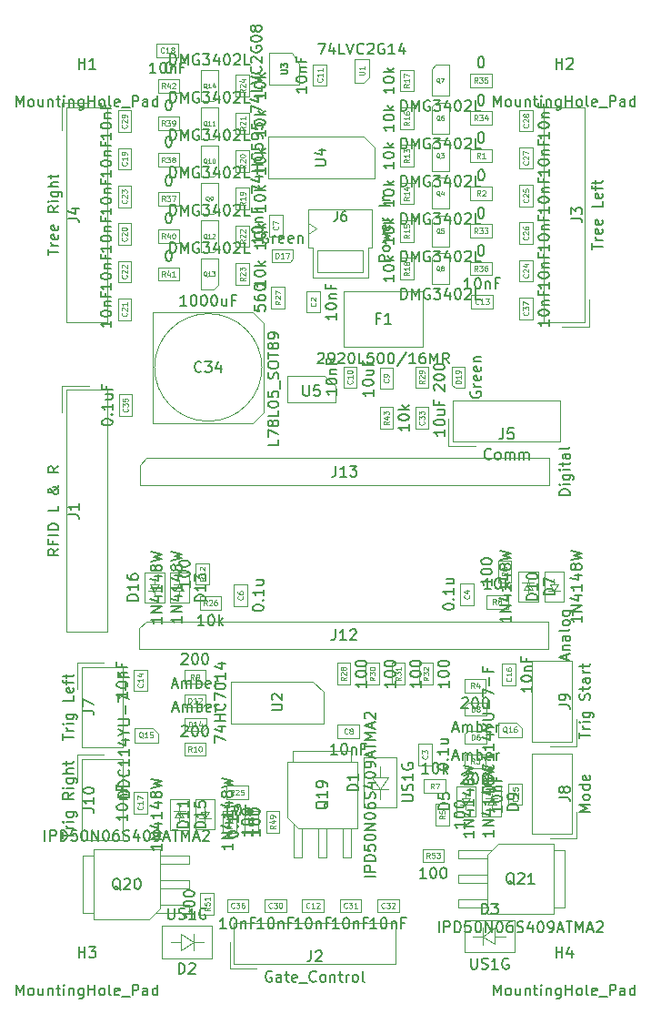
<source format=gbr>
%TF.GenerationSoftware,KiCad,Pcbnew,9.0.0*%
%TF.CreationDate,2025-05-01T21:30:10-04:00*%
%TF.ProjectId,StarterController_Nano,53746172-7465-4724-936f-6e74726f6c6c,rev?*%
%TF.SameCoordinates,Original*%
%TF.FileFunction,AssemblyDrawing,Top*%
%FSLAX46Y46*%
G04 Gerber Fmt 4.6, Leading zero omitted, Abs format (unit mm)*
G04 Created by KiCad (PCBNEW 9.0.0) date 2025-05-01 21:30:10*
%MOMM*%
%LPD*%
G01*
G04 APERTURE LIST*
%ADD10C,0.150000*%
%ADD11C,0.080000*%
%ADD12C,0.060000*%
%ADD13C,0.075000*%
%ADD14C,0.130000*%
%ADD15C,0.100000*%
G04 APERTURE END LIST*
D10*
X114104819Y-58695238D02*
X114104819Y-59266666D01*
X114104819Y-58980952D02*
X113104819Y-58980952D01*
X113104819Y-58980952D02*
X113247676Y-59076190D01*
X113247676Y-59076190D02*
X113342914Y-59171428D01*
X113342914Y-59171428D02*
X113390533Y-59266666D01*
X113104819Y-58076190D02*
X113104819Y-57980952D01*
X113104819Y-57980952D02*
X113152438Y-57885714D01*
X113152438Y-57885714D02*
X113200057Y-57838095D01*
X113200057Y-57838095D02*
X113295295Y-57790476D01*
X113295295Y-57790476D02*
X113485771Y-57742857D01*
X113485771Y-57742857D02*
X113723866Y-57742857D01*
X113723866Y-57742857D02*
X113914342Y-57790476D01*
X113914342Y-57790476D02*
X114009580Y-57838095D01*
X114009580Y-57838095D02*
X114057200Y-57885714D01*
X114057200Y-57885714D02*
X114104819Y-57980952D01*
X114104819Y-57980952D02*
X114104819Y-58076190D01*
X114104819Y-58076190D02*
X114057200Y-58171428D01*
X114057200Y-58171428D02*
X114009580Y-58219047D01*
X114009580Y-58219047D02*
X113914342Y-58266666D01*
X113914342Y-58266666D02*
X113723866Y-58314285D01*
X113723866Y-58314285D02*
X113485771Y-58314285D01*
X113485771Y-58314285D02*
X113295295Y-58266666D01*
X113295295Y-58266666D02*
X113200057Y-58219047D01*
X113200057Y-58219047D02*
X113152438Y-58171428D01*
X113152438Y-58171428D02*
X113104819Y-58076190D01*
X114104819Y-57314285D02*
X113104819Y-57314285D01*
X113723866Y-57219047D02*
X114104819Y-56933333D01*
X113438152Y-56933333D02*
X113819104Y-57314285D01*
D11*
X112227149Y-58421428D02*
X111989054Y-58588094D01*
X112227149Y-58707142D02*
X111727149Y-58707142D01*
X111727149Y-58707142D02*
X111727149Y-58516666D01*
X111727149Y-58516666D02*
X111750959Y-58469047D01*
X111750959Y-58469047D02*
X111774768Y-58445237D01*
X111774768Y-58445237D02*
X111822387Y-58421428D01*
X111822387Y-58421428D02*
X111893816Y-58421428D01*
X111893816Y-58421428D02*
X111941435Y-58445237D01*
X111941435Y-58445237D02*
X111965244Y-58469047D01*
X111965244Y-58469047D02*
X111989054Y-58516666D01*
X111989054Y-58516666D02*
X111989054Y-58707142D01*
X112227149Y-57945237D02*
X112227149Y-58230951D01*
X112227149Y-58088094D02*
X111727149Y-58088094D01*
X111727149Y-58088094D02*
X111798578Y-58135713D01*
X111798578Y-58135713D02*
X111846197Y-58183332D01*
X111846197Y-58183332D02*
X111870006Y-58230951D01*
X112227149Y-57707142D02*
X112227149Y-57611904D01*
X112227149Y-57611904D02*
X112203340Y-57564285D01*
X112203340Y-57564285D02*
X112179530Y-57540476D01*
X112179530Y-57540476D02*
X112108101Y-57492857D01*
X112108101Y-57492857D02*
X112012863Y-57469047D01*
X112012863Y-57469047D02*
X111822387Y-57469047D01*
X111822387Y-57469047D02*
X111774768Y-57492857D01*
X111774768Y-57492857D02*
X111750959Y-57516666D01*
X111750959Y-57516666D02*
X111727149Y-57564285D01*
X111727149Y-57564285D02*
X111727149Y-57659523D01*
X111727149Y-57659523D02*
X111750959Y-57707142D01*
X111750959Y-57707142D02*
X111774768Y-57730952D01*
X111774768Y-57730952D02*
X111822387Y-57754761D01*
X111822387Y-57754761D02*
X111941435Y-57754761D01*
X111941435Y-57754761D02*
X111989054Y-57730952D01*
X111989054Y-57730952D02*
X112012863Y-57707142D01*
X112012863Y-57707142D02*
X112036673Y-57659523D01*
X112036673Y-57659523D02*
X112036673Y-57564285D01*
X112036673Y-57564285D02*
X112012863Y-57516666D01*
X112012863Y-57516666D02*
X111989054Y-57492857D01*
X111989054Y-57492857D02*
X111941435Y-57469047D01*
D10*
X117478571Y-125994819D02*
X116907143Y-125994819D01*
X117192857Y-125994819D02*
X117192857Y-124994819D01*
X117192857Y-124994819D02*
X117097619Y-125137676D01*
X117097619Y-125137676D02*
X117002381Y-125232914D01*
X117002381Y-125232914D02*
X116907143Y-125280533D01*
X118097619Y-124994819D02*
X118192857Y-124994819D01*
X118192857Y-124994819D02*
X118288095Y-125042438D01*
X118288095Y-125042438D02*
X118335714Y-125090057D01*
X118335714Y-125090057D02*
X118383333Y-125185295D01*
X118383333Y-125185295D02*
X118430952Y-125375771D01*
X118430952Y-125375771D02*
X118430952Y-125613866D01*
X118430952Y-125613866D02*
X118383333Y-125804342D01*
X118383333Y-125804342D02*
X118335714Y-125899580D01*
X118335714Y-125899580D02*
X118288095Y-125947200D01*
X118288095Y-125947200D02*
X118192857Y-125994819D01*
X118192857Y-125994819D02*
X118097619Y-125994819D01*
X118097619Y-125994819D02*
X118002381Y-125947200D01*
X118002381Y-125947200D02*
X117954762Y-125899580D01*
X117954762Y-125899580D02*
X117907143Y-125804342D01*
X117907143Y-125804342D02*
X117859524Y-125613866D01*
X117859524Y-125613866D02*
X117859524Y-125375771D01*
X117859524Y-125375771D02*
X117907143Y-125185295D01*
X117907143Y-125185295D02*
X117954762Y-125090057D01*
X117954762Y-125090057D02*
X118002381Y-125042438D01*
X118002381Y-125042438D02*
X118097619Y-124994819D01*
X118859524Y-125328152D02*
X118859524Y-125994819D01*
X118859524Y-125423390D02*
X118907143Y-125375771D01*
X118907143Y-125375771D02*
X119002381Y-125328152D01*
X119002381Y-125328152D02*
X119145238Y-125328152D01*
X119145238Y-125328152D02*
X119240476Y-125375771D01*
X119240476Y-125375771D02*
X119288095Y-125471009D01*
X119288095Y-125471009D02*
X119288095Y-125994819D01*
X120097619Y-125471009D02*
X119764286Y-125471009D01*
X119764286Y-125994819D02*
X119764286Y-124994819D01*
X119764286Y-124994819D02*
X120240476Y-124994819D01*
D11*
X118228571Y-124039530D02*
X118204762Y-124063340D01*
X118204762Y-124063340D02*
X118133333Y-124087149D01*
X118133333Y-124087149D02*
X118085714Y-124087149D01*
X118085714Y-124087149D02*
X118014286Y-124063340D01*
X118014286Y-124063340D02*
X117966667Y-124015720D01*
X117966667Y-124015720D02*
X117942857Y-123968101D01*
X117942857Y-123968101D02*
X117919048Y-123872863D01*
X117919048Y-123872863D02*
X117919048Y-123801435D01*
X117919048Y-123801435D02*
X117942857Y-123706197D01*
X117942857Y-123706197D02*
X117966667Y-123658578D01*
X117966667Y-123658578D02*
X118014286Y-123610959D01*
X118014286Y-123610959D02*
X118085714Y-123587149D01*
X118085714Y-123587149D02*
X118133333Y-123587149D01*
X118133333Y-123587149D02*
X118204762Y-123610959D01*
X118204762Y-123610959D02*
X118228571Y-123634768D01*
X118704762Y-124087149D02*
X118419048Y-124087149D01*
X118561905Y-124087149D02*
X118561905Y-123587149D01*
X118561905Y-123587149D02*
X118514286Y-123658578D01*
X118514286Y-123658578D02*
X118466667Y-123706197D01*
X118466667Y-123706197D02*
X118419048Y-123730006D01*
X118895238Y-123634768D02*
X118919047Y-123610959D01*
X118919047Y-123610959D02*
X118966666Y-123587149D01*
X118966666Y-123587149D02*
X119085714Y-123587149D01*
X119085714Y-123587149D02*
X119133333Y-123610959D01*
X119133333Y-123610959D02*
X119157142Y-123634768D01*
X119157142Y-123634768D02*
X119180952Y-123682387D01*
X119180952Y-123682387D02*
X119180952Y-123730006D01*
X119180952Y-123730006D02*
X119157142Y-123801435D01*
X119157142Y-123801435D02*
X118871428Y-124087149D01*
X118871428Y-124087149D02*
X119180952Y-124087149D01*
D10*
X120734819Y-68771428D02*
X120734819Y-69342856D01*
X120734819Y-69057142D02*
X119734819Y-69057142D01*
X119734819Y-69057142D02*
X119877676Y-69152380D01*
X119877676Y-69152380D02*
X119972914Y-69247618D01*
X119972914Y-69247618D02*
X120020533Y-69342856D01*
X119734819Y-68152380D02*
X119734819Y-68057142D01*
X119734819Y-68057142D02*
X119782438Y-67961904D01*
X119782438Y-67961904D02*
X119830057Y-67914285D01*
X119830057Y-67914285D02*
X119925295Y-67866666D01*
X119925295Y-67866666D02*
X120115771Y-67819047D01*
X120115771Y-67819047D02*
X120353866Y-67819047D01*
X120353866Y-67819047D02*
X120544342Y-67866666D01*
X120544342Y-67866666D02*
X120639580Y-67914285D01*
X120639580Y-67914285D02*
X120687200Y-67961904D01*
X120687200Y-67961904D02*
X120734819Y-68057142D01*
X120734819Y-68057142D02*
X120734819Y-68152380D01*
X120734819Y-68152380D02*
X120687200Y-68247618D01*
X120687200Y-68247618D02*
X120639580Y-68295237D01*
X120639580Y-68295237D02*
X120544342Y-68342856D01*
X120544342Y-68342856D02*
X120353866Y-68390475D01*
X120353866Y-68390475D02*
X120115771Y-68390475D01*
X120115771Y-68390475D02*
X119925295Y-68342856D01*
X119925295Y-68342856D02*
X119830057Y-68295237D01*
X119830057Y-68295237D02*
X119782438Y-68247618D01*
X119782438Y-68247618D02*
X119734819Y-68152380D01*
X120068152Y-67390475D02*
X120734819Y-67390475D01*
X120163390Y-67390475D02*
X120115771Y-67342856D01*
X120115771Y-67342856D02*
X120068152Y-67247618D01*
X120068152Y-67247618D02*
X120068152Y-67104761D01*
X120068152Y-67104761D02*
X120115771Y-67009523D01*
X120115771Y-67009523D02*
X120211009Y-66961904D01*
X120211009Y-66961904D02*
X120734819Y-66961904D01*
X120211009Y-66152380D02*
X120211009Y-66485713D01*
X120734819Y-66485713D02*
X119734819Y-66485713D01*
X119734819Y-66485713D02*
X119734819Y-66009523D01*
D11*
X118779530Y-67783333D02*
X118803340Y-67807142D01*
X118803340Y-67807142D02*
X118827149Y-67878571D01*
X118827149Y-67878571D02*
X118827149Y-67926190D01*
X118827149Y-67926190D02*
X118803340Y-67997618D01*
X118803340Y-67997618D02*
X118755720Y-68045237D01*
X118755720Y-68045237D02*
X118708101Y-68069047D01*
X118708101Y-68069047D02*
X118612863Y-68092856D01*
X118612863Y-68092856D02*
X118541435Y-68092856D01*
X118541435Y-68092856D02*
X118446197Y-68069047D01*
X118446197Y-68069047D02*
X118398578Y-68045237D01*
X118398578Y-68045237D02*
X118350959Y-67997618D01*
X118350959Y-67997618D02*
X118327149Y-67926190D01*
X118327149Y-67926190D02*
X118327149Y-67878571D01*
X118327149Y-67878571D02*
X118350959Y-67807142D01*
X118350959Y-67807142D02*
X118374768Y-67783333D01*
X118374768Y-67592856D02*
X118350959Y-67569047D01*
X118350959Y-67569047D02*
X118327149Y-67521428D01*
X118327149Y-67521428D02*
X118327149Y-67402380D01*
X118327149Y-67402380D02*
X118350959Y-67354761D01*
X118350959Y-67354761D02*
X118374768Y-67330952D01*
X118374768Y-67330952D02*
X118422387Y-67307142D01*
X118422387Y-67307142D02*
X118470006Y-67307142D01*
X118470006Y-67307142D02*
X118541435Y-67330952D01*
X118541435Y-67330952D02*
X118827149Y-67616666D01*
X118827149Y-67616666D02*
X118827149Y-67307142D01*
D10*
X105061905Y-124104819D02*
X105061905Y-124914342D01*
X105061905Y-124914342D02*
X105109524Y-125009580D01*
X105109524Y-125009580D02*
X105157143Y-125057200D01*
X105157143Y-125057200D02*
X105252381Y-125104819D01*
X105252381Y-125104819D02*
X105442857Y-125104819D01*
X105442857Y-125104819D02*
X105538095Y-125057200D01*
X105538095Y-125057200D02*
X105585714Y-125009580D01*
X105585714Y-125009580D02*
X105633333Y-124914342D01*
X105633333Y-124914342D02*
X105633333Y-124104819D01*
X106061905Y-125057200D02*
X106204762Y-125104819D01*
X106204762Y-125104819D02*
X106442857Y-125104819D01*
X106442857Y-125104819D02*
X106538095Y-125057200D01*
X106538095Y-125057200D02*
X106585714Y-125009580D01*
X106585714Y-125009580D02*
X106633333Y-124914342D01*
X106633333Y-124914342D02*
X106633333Y-124819104D01*
X106633333Y-124819104D02*
X106585714Y-124723866D01*
X106585714Y-124723866D02*
X106538095Y-124676247D01*
X106538095Y-124676247D02*
X106442857Y-124628628D01*
X106442857Y-124628628D02*
X106252381Y-124581009D01*
X106252381Y-124581009D02*
X106157143Y-124533390D01*
X106157143Y-124533390D02*
X106109524Y-124485771D01*
X106109524Y-124485771D02*
X106061905Y-124390533D01*
X106061905Y-124390533D02*
X106061905Y-124295295D01*
X106061905Y-124295295D02*
X106109524Y-124200057D01*
X106109524Y-124200057D02*
X106157143Y-124152438D01*
X106157143Y-124152438D02*
X106252381Y-124104819D01*
X106252381Y-124104819D02*
X106490476Y-124104819D01*
X106490476Y-124104819D02*
X106633333Y-124152438D01*
X107585714Y-125104819D02*
X107014286Y-125104819D01*
X107300000Y-125104819D02*
X107300000Y-124104819D01*
X107300000Y-124104819D02*
X107204762Y-124247676D01*
X107204762Y-124247676D02*
X107109524Y-124342914D01*
X107109524Y-124342914D02*
X107014286Y-124390533D01*
X108538095Y-124152438D02*
X108442857Y-124104819D01*
X108442857Y-124104819D02*
X108300000Y-124104819D01*
X108300000Y-124104819D02*
X108157143Y-124152438D01*
X108157143Y-124152438D02*
X108061905Y-124247676D01*
X108061905Y-124247676D02*
X108014286Y-124342914D01*
X108014286Y-124342914D02*
X107966667Y-124533390D01*
X107966667Y-124533390D02*
X107966667Y-124676247D01*
X107966667Y-124676247D02*
X108014286Y-124866723D01*
X108014286Y-124866723D02*
X108061905Y-124961961D01*
X108061905Y-124961961D02*
X108157143Y-125057200D01*
X108157143Y-125057200D02*
X108300000Y-125104819D01*
X108300000Y-125104819D02*
X108395238Y-125104819D01*
X108395238Y-125104819D02*
X108538095Y-125057200D01*
X108538095Y-125057200D02*
X108585714Y-125009580D01*
X108585714Y-125009580D02*
X108585714Y-124676247D01*
X108585714Y-124676247D02*
X108395238Y-124676247D01*
X106061905Y-130204819D02*
X106061905Y-129204819D01*
X106061905Y-129204819D02*
X106300000Y-129204819D01*
X106300000Y-129204819D02*
X106442857Y-129252438D01*
X106442857Y-129252438D02*
X106538095Y-129347676D01*
X106538095Y-129347676D02*
X106585714Y-129442914D01*
X106585714Y-129442914D02*
X106633333Y-129633390D01*
X106633333Y-129633390D02*
X106633333Y-129776247D01*
X106633333Y-129776247D02*
X106585714Y-129966723D01*
X106585714Y-129966723D02*
X106538095Y-130061961D01*
X106538095Y-130061961D02*
X106442857Y-130157200D01*
X106442857Y-130157200D02*
X106300000Y-130204819D01*
X106300000Y-130204819D02*
X106061905Y-130204819D01*
X107014286Y-129300057D02*
X107061905Y-129252438D01*
X107061905Y-129252438D02*
X107157143Y-129204819D01*
X107157143Y-129204819D02*
X107395238Y-129204819D01*
X107395238Y-129204819D02*
X107490476Y-129252438D01*
X107490476Y-129252438D02*
X107538095Y-129300057D01*
X107538095Y-129300057D02*
X107585714Y-129395295D01*
X107585714Y-129395295D02*
X107585714Y-129490533D01*
X107585714Y-129490533D02*
X107538095Y-129633390D01*
X107538095Y-129633390D02*
X106966667Y-130204819D01*
X106966667Y-130204819D02*
X107585714Y-130204819D01*
X130834819Y-79571428D02*
X130834819Y-80142856D01*
X130834819Y-79857142D02*
X129834819Y-79857142D01*
X129834819Y-79857142D02*
X129977676Y-79952380D01*
X129977676Y-79952380D02*
X130072914Y-80047618D01*
X130072914Y-80047618D02*
X130120533Y-80142856D01*
X129834819Y-78952380D02*
X129834819Y-78857142D01*
X129834819Y-78857142D02*
X129882438Y-78761904D01*
X129882438Y-78761904D02*
X129930057Y-78714285D01*
X129930057Y-78714285D02*
X130025295Y-78666666D01*
X130025295Y-78666666D02*
X130215771Y-78619047D01*
X130215771Y-78619047D02*
X130453866Y-78619047D01*
X130453866Y-78619047D02*
X130644342Y-78666666D01*
X130644342Y-78666666D02*
X130739580Y-78714285D01*
X130739580Y-78714285D02*
X130787200Y-78761904D01*
X130787200Y-78761904D02*
X130834819Y-78857142D01*
X130834819Y-78857142D02*
X130834819Y-78952380D01*
X130834819Y-78952380D02*
X130787200Y-79047618D01*
X130787200Y-79047618D02*
X130739580Y-79095237D01*
X130739580Y-79095237D02*
X130644342Y-79142856D01*
X130644342Y-79142856D02*
X130453866Y-79190475D01*
X130453866Y-79190475D02*
X130215771Y-79190475D01*
X130215771Y-79190475D02*
X130025295Y-79142856D01*
X130025295Y-79142856D02*
X129930057Y-79095237D01*
X129930057Y-79095237D02*
X129882438Y-79047618D01*
X129882438Y-79047618D02*
X129834819Y-78952380D01*
X130168152Y-77761904D02*
X130834819Y-77761904D01*
X130168152Y-78190475D02*
X130691961Y-78190475D01*
X130691961Y-78190475D02*
X130787200Y-78142856D01*
X130787200Y-78142856D02*
X130834819Y-78047618D01*
X130834819Y-78047618D02*
X130834819Y-77904761D01*
X130834819Y-77904761D02*
X130787200Y-77809523D01*
X130787200Y-77809523D02*
X130739580Y-77761904D01*
X130311009Y-76952380D02*
X130311009Y-77285713D01*
X130834819Y-77285713D02*
X129834819Y-77285713D01*
X129834819Y-77285713D02*
X129834819Y-76809523D01*
D11*
X128879530Y-78821428D02*
X128903340Y-78845237D01*
X128903340Y-78845237D02*
X128927149Y-78916666D01*
X128927149Y-78916666D02*
X128927149Y-78964285D01*
X128927149Y-78964285D02*
X128903340Y-79035713D01*
X128903340Y-79035713D02*
X128855720Y-79083332D01*
X128855720Y-79083332D02*
X128808101Y-79107142D01*
X128808101Y-79107142D02*
X128712863Y-79130951D01*
X128712863Y-79130951D02*
X128641435Y-79130951D01*
X128641435Y-79130951D02*
X128546197Y-79107142D01*
X128546197Y-79107142D02*
X128498578Y-79083332D01*
X128498578Y-79083332D02*
X128450959Y-79035713D01*
X128450959Y-79035713D02*
X128427149Y-78964285D01*
X128427149Y-78964285D02*
X128427149Y-78916666D01*
X128427149Y-78916666D02*
X128450959Y-78845237D01*
X128450959Y-78845237D02*
X128474768Y-78821428D01*
X128427149Y-78654761D02*
X128427149Y-78345237D01*
X128427149Y-78345237D02*
X128617625Y-78511904D01*
X128617625Y-78511904D02*
X128617625Y-78440475D01*
X128617625Y-78440475D02*
X128641435Y-78392856D01*
X128641435Y-78392856D02*
X128665244Y-78369047D01*
X128665244Y-78369047D02*
X128712863Y-78345237D01*
X128712863Y-78345237D02*
X128831911Y-78345237D01*
X128831911Y-78345237D02*
X128879530Y-78369047D01*
X128879530Y-78369047D02*
X128903340Y-78392856D01*
X128903340Y-78392856D02*
X128927149Y-78440475D01*
X128927149Y-78440475D02*
X128927149Y-78583332D01*
X128927149Y-78583332D02*
X128903340Y-78630951D01*
X128903340Y-78630951D02*
X128879530Y-78654761D01*
X128427149Y-78178571D02*
X128427149Y-77869047D01*
X128427149Y-77869047D02*
X128617625Y-78035714D01*
X128617625Y-78035714D02*
X128617625Y-77964285D01*
X128617625Y-77964285D02*
X128641435Y-77916666D01*
X128641435Y-77916666D02*
X128665244Y-77892857D01*
X128665244Y-77892857D02*
X128712863Y-77869047D01*
X128712863Y-77869047D02*
X128831911Y-77869047D01*
X128831911Y-77869047D02*
X128879530Y-77892857D01*
X128879530Y-77892857D02*
X128903340Y-77916666D01*
X128903340Y-77916666D02*
X128927149Y-77964285D01*
X128927149Y-77964285D02*
X128927149Y-78107142D01*
X128927149Y-78107142D02*
X128903340Y-78154761D01*
X128903340Y-78154761D02*
X128879530Y-78178571D01*
D10*
X105257143Y-59654819D02*
X105257143Y-58654819D01*
X105257143Y-58654819D02*
X105495238Y-58654819D01*
X105495238Y-58654819D02*
X105638095Y-58702438D01*
X105638095Y-58702438D02*
X105733333Y-58797676D01*
X105733333Y-58797676D02*
X105780952Y-58892914D01*
X105780952Y-58892914D02*
X105828571Y-59083390D01*
X105828571Y-59083390D02*
X105828571Y-59226247D01*
X105828571Y-59226247D02*
X105780952Y-59416723D01*
X105780952Y-59416723D02*
X105733333Y-59511961D01*
X105733333Y-59511961D02*
X105638095Y-59607200D01*
X105638095Y-59607200D02*
X105495238Y-59654819D01*
X105495238Y-59654819D02*
X105257143Y-59654819D01*
X106257143Y-59654819D02*
X106257143Y-58654819D01*
X106257143Y-58654819D02*
X106590476Y-59369104D01*
X106590476Y-59369104D02*
X106923809Y-58654819D01*
X106923809Y-58654819D02*
X106923809Y-59654819D01*
X107923809Y-58702438D02*
X107828571Y-58654819D01*
X107828571Y-58654819D02*
X107685714Y-58654819D01*
X107685714Y-58654819D02*
X107542857Y-58702438D01*
X107542857Y-58702438D02*
X107447619Y-58797676D01*
X107447619Y-58797676D02*
X107400000Y-58892914D01*
X107400000Y-58892914D02*
X107352381Y-59083390D01*
X107352381Y-59083390D02*
X107352381Y-59226247D01*
X107352381Y-59226247D02*
X107400000Y-59416723D01*
X107400000Y-59416723D02*
X107447619Y-59511961D01*
X107447619Y-59511961D02*
X107542857Y-59607200D01*
X107542857Y-59607200D02*
X107685714Y-59654819D01*
X107685714Y-59654819D02*
X107780952Y-59654819D01*
X107780952Y-59654819D02*
X107923809Y-59607200D01*
X107923809Y-59607200D02*
X107971428Y-59559580D01*
X107971428Y-59559580D02*
X107971428Y-59226247D01*
X107971428Y-59226247D02*
X107780952Y-59226247D01*
X108304762Y-58654819D02*
X108923809Y-58654819D01*
X108923809Y-58654819D02*
X108590476Y-59035771D01*
X108590476Y-59035771D02*
X108733333Y-59035771D01*
X108733333Y-59035771D02*
X108828571Y-59083390D01*
X108828571Y-59083390D02*
X108876190Y-59131009D01*
X108876190Y-59131009D02*
X108923809Y-59226247D01*
X108923809Y-59226247D02*
X108923809Y-59464342D01*
X108923809Y-59464342D02*
X108876190Y-59559580D01*
X108876190Y-59559580D02*
X108828571Y-59607200D01*
X108828571Y-59607200D02*
X108733333Y-59654819D01*
X108733333Y-59654819D02*
X108447619Y-59654819D01*
X108447619Y-59654819D02*
X108352381Y-59607200D01*
X108352381Y-59607200D02*
X108304762Y-59559580D01*
X109780952Y-58988152D02*
X109780952Y-59654819D01*
X109542857Y-58607200D02*
X109304762Y-59321485D01*
X109304762Y-59321485D02*
X109923809Y-59321485D01*
X110495238Y-58654819D02*
X110590476Y-58654819D01*
X110590476Y-58654819D02*
X110685714Y-58702438D01*
X110685714Y-58702438D02*
X110733333Y-58750057D01*
X110733333Y-58750057D02*
X110780952Y-58845295D01*
X110780952Y-58845295D02*
X110828571Y-59035771D01*
X110828571Y-59035771D02*
X110828571Y-59273866D01*
X110828571Y-59273866D02*
X110780952Y-59464342D01*
X110780952Y-59464342D02*
X110733333Y-59559580D01*
X110733333Y-59559580D02*
X110685714Y-59607200D01*
X110685714Y-59607200D02*
X110590476Y-59654819D01*
X110590476Y-59654819D02*
X110495238Y-59654819D01*
X110495238Y-59654819D02*
X110400000Y-59607200D01*
X110400000Y-59607200D02*
X110352381Y-59559580D01*
X110352381Y-59559580D02*
X110304762Y-59464342D01*
X110304762Y-59464342D02*
X110257143Y-59273866D01*
X110257143Y-59273866D02*
X110257143Y-59035771D01*
X110257143Y-59035771D02*
X110304762Y-58845295D01*
X110304762Y-58845295D02*
X110352381Y-58750057D01*
X110352381Y-58750057D02*
X110400000Y-58702438D01*
X110400000Y-58702438D02*
X110495238Y-58654819D01*
X111209524Y-58750057D02*
X111257143Y-58702438D01*
X111257143Y-58702438D02*
X111352381Y-58654819D01*
X111352381Y-58654819D02*
X111590476Y-58654819D01*
X111590476Y-58654819D02*
X111685714Y-58702438D01*
X111685714Y-58702438D02*
X111733333Y-58750057D01*
X111733333Y-58750057D02*
X111780952Y-58845295D01*
X111780952Y-58845295D02*
X111780952Y-58940533D01*
X111780952Y-58940533D02*
X111733333Y-59083390D01*
X111733333Y-59083390D02*
X111161905Y-59654819D01*
X111161905Y-59654819D02*
X111780952Y-59654819D01*
X112685714Y-59654819D02*
X112209524Y-59654819D01*
X112209524Y-59654819D02*
X112209524Y-58654819D01*
D12*
X108671428Y-61820022D02*
X108633333Y-61800975D01*
X108633333Y-61800975D02*
X108595238Y-61762880D01*
X108595238Y-61762880D02*
X108538095Y-61705737D01*
X108538095Y-61705737D02*
X108500000Y-61686689D01*
X108500000Y-61686689D02*
X108461904Y-61686689D01*
X108480952Y-61781927D02*
X108442857Y-61762880D01*
X108442857Y-61762880D02*
X108404762Y-61724784D01*
X108404762Y-61724784D02*
X108385714Y-61648594D01*
X108385714Y-61648594D02*
X108385714Y-61515260D01*
X108385714Y-61515260D02*
X108404762Y-61439070D01*
X108404762Y-61439070D02*
X108442857Y-61400975D01*
X108442857Y-61400975D02*
X108480952Y-61381927D01*
X108480952Y-61381927D02*
X108557143Y-61381927D01*
X108557143Y-61381927D02*
X108595238Y-61400975D01*
X108595238Y-61400975D02*
X108633333Y-61439070D01*
X108633333Y-61439070D02*
X108652381Y-61515260D01*
X108652381Y-61515260D02*
X108652381Y-61648594D01*
X108652381Y-61648594D02*
X108633333Y-61724784D01*
X108633333Y-61724784D02*
X108595238Y-61762880D01*
X108595238Y-61762880D02*
X108557143Y-61781927D01*
X108557143Y-61781927D02*
X108480952Y-61781927D01*
X109033333Y-61781927D02*
X108804762Y-61781927D01*
X108919048Y-61781927D02*
X108919048Y-61381927D01*
X108919048Y-61381927D02*
X108880952Y-61439070D01*
X108880952Y-61439070D02*
X108842857Y-61477165D01*
X108842857Y-61477165D02*
X108804762Y-61496213D01*
X109185714Y-61420022D02*
X109204762Y-61400975D01*
X109204762Y-61400975D02*
X109242857Y-61381927D01*
X109242857Y-61381927D02*
X109338095Y-61381927D01*
X109338095Y-61381927D02*
X109376190Y-61400975D01*
X109376190Y-61400975D02*
X109395238Y-61420022D01*
X109395238Y-61420022D02*
X109414285Y-61458118D01*
X109414285Y-61458118D02*
X109414285Y-61496213D01*
X109414285Y-61496213D02*
X109395238Y-61553356D01*
X109395238Y-61553356D02*
X109166666Y-61781927D01*
X109166666Y-61781927D02*
X109414285Y-61781927D01*
D10*
X94854819Y-90673809D02*
X94378628Y-91007142D01*
X94854819Y-91245237D02*
X93854819Y-91245237D01*
X93854819Y-91245237D02*
X93854819Y-90864285D01*
X93854819Y-90864285D02*
X93902438Y-90769047D01*
X93902438Y-90769047D02*
X93950057Y-90721428D01*
X93950057Y-90721428D02*
X94045295Y-90673809D01*
X94045295Y-90673809D02*
X94188152Y-90673809D01*
X94188152Y-90673809D02*
X94283390Y-90721428D01*
X94283390Y-90721428D02*
X94331009Y-90769047D01*
X94331009Y-90769047D02*
X94378628Y-90864285D01*
X94378628Y-90864285D02*
X94378628Y-91245237D01*
X94331009Y-89911904D02*
X94331009Y-90245237D01*
X94854819Y-90245237D02*
X93854819Y-90245237D01*
X93854819Y-90245237D02*
X93854819Y-89769047D01*
X94854819Y-89388094D02*
X93854819Y-89388094D01*
X94854819Y-88911904D02*
X93854819Y-88911904D01*
X93854819Y-88911904D02*
X93854819Y-88673809D01*
X93854819Y-88673809D02*
X93902438Y-88530952D01*
X93902438Y-88530952D02*
X93997676Y-88435714D01*
X93997676Y-88435714D02*
X94092914Y-88388095D01*
X94092914Y-88388095D02*
X94283390Y-88340476D01*
X94283390Y-88340476D02*
X94426247Y-88340476D01*
X94426247Y-88340476D02*
X94616723Y-88388095D01*
X94616723Y-88388095D02*
X94711961Y-88435714D01*
X94711961Y-88435714D02*
X94807200Y-88530952D01*
X94807200Y-88530952D02*
X94854819Y-88673809D01*
X94854819Y-88673809D02*
X94854819Y-88911904D01*
X94854819Y-86673809D02*
X94854819Y-87149999D01*
X94854819Y-87149999D02*
X93854819Y-87149999D01*
X94854819Y-84769046D02*
X94854819Y-84816666D01*
X94854819Y-84816666D02*
X94807200Y-84911904D01*
X94807200Y-84911904D02*
X94664342Y-85054761D01*
X94664342Y-85054761D02*
X94378628Y-85292856D01*
X94378628Y-85292856D02*
X94235771Y-85388094D01*
X94235771Y-85388094D02*
X94092914Y-85435713D01*
X94092914Y-85435713D02*
X93997676Y-85435713D01*
X93997676Y-85435713D02*
X93902438Y-85388094D01*
X93902438Y-85388094D02*
X93854819Y-85292856D01*
X93854819Y-85292856D02*
X93854819Y-85245237D01*
X93854819Y-85245237D02*
X93902438Y-85149999D01*
X93902438Y-85149999D02*
X93997676Y-85102380D01*
X93997676Y-85102380D02*
X94045295Y-85102380D01*
X94045295Y-85102380D02*
X94140533Y-85149999D01*
X94140533Y-85149999D02*
X94188152Y-85197618D01*
X94188152Y-85197618D02*
X94378628Y-85483332D01*
X94378628Y-85483332D02*
X94426247Y-85530951D01*
X94426247Y-85530951D02*
X94521485Y-85578570D01*
X94521485Y-85578570D02*
X94664342Y-85578570D01*
X94664342Y-85578570D02*
X94759580Y-85530951D01*
X94759580Y-85530951D02*
X94807200Y-85483332D01*
X94807200Y-85483332D02*
X94854819Y-85388094D01*
X94854819Y-85388094D02*
X94854819Y-85245237D01*
X94854819Y-85245237D02*
X94807200Y-85149999D01*
X94807200Y-85149999D02*
X94759580Y-85102380D01*
X94759580Y-85102380D02*
X94569104Y-84959523D01*
X94569104Y-84959523D02*
X94426247Y-84911904D01*
X94426247Y-84911904D02*
X94331009Y-84911904D01*
X94854819Y-83007142D02*
X94378628Y-83340475D01*
X94854819Y-83578570D02*
X93854819Y-83578570D01*
X93854819Y-83578570D02*
X93854819Y-83197618D01*
X93854819Y-83197618D02*
X93902438Y-83102380D01*
X93902438Y-83102380D02*
X93950057Y-83054761D01*
X93950057Y-83054761D02*
X94045295Y-83007142D01*
X94045295Y-83007142D02*
X94188152Y-83007142D01*
X94188152Y-83007142D02*
X94283390Y-83054761D01*
X94283390Y-83054761D02*
X94331009Y-83102380D01*
X94331009Y-83102380D02*
X94378628Y-83197618D01*
X94378628Y-83197618D02*
X94378628Y-83578570D01*
X95754819Y-87483333D02*
X96469104Y-87483333D01*
X96469104Y-87483333D02*
X96611961Y-87530952D01*
X96611961Y-87530952D02*
X96707200Y-87626190D01*
X96707200Y-87626190D02*
X96754819Y-87769047D01*
X96754819Y-87769047D02*
X96754819Y-87864285D01*
X96754819Y-86483333D02*
X96754819Y-87054761D01*
X96754819Y-86769047D02*
X95754819Y-86769047D01*
X95754819Y-86769047D02*
X95897676Y-86864285D01*
X95897676Y-86864285D02*
X95992914Y-86959523D01*
X95992914Y-86959523D02*
X96040533Y-87054761D01*
X113874819Y-61671428D02*
X113874819Y-62242856D01*
X113874819Y-61957142D02*
X112874819Y-61957142D01*
X112874819Y-61957142D02*
X113017676Y-62052380D01*
X113017676Y-62052380D02*
X113112914Y-62147618D01*
X113112914Y-62147618D02*
X113160533Y-62242856D01*
X112874819Y-61052380D02*
X112874819Y-60957142D01*
X112874819Y-60957142D02*
X112922438Y-60861904D01*
X112922438Y-60861904D02*
X112970057Y-60814285D01*
X112970057Y-60814285D02*
X113065295Y-60766666D01*
X113065295Y-60766666D02*
X113255771Y-60719047D01*
X113255771Y-60719047D02*
X113493866Y-60719047D01*
X113493866Y-60719047D02*
X113684342Y-60766666D01*
X113684342Y-60766666D02*
X113779580Y-60814285D01*
X113779580Y-60814285D02*
X113827200Y-60861904D01*
X113827200Y-60861904D02*
X113874819Y-60957142D01*
X113874819Y-60957142D02*
X113874819Y-61052380D01*
X113874819Y-61052380D02*
X113827200Y-61147618D01*
X113827200Y-61147618D02*
X113779580Y-61195237D01*
X113779580Y-61195237D02*
X113684342Y-61242856D01*
X113684342Y-61242856D02*
X113493866Y-61290475D01*
X113493866Y-61290475D02*
X113255771Y-61290475D01*
X113255771Y-61290475D02*
X113065295Y-61242856D01*
X113065295Y-61242856D02*
X112970057Y-61195237D01*
X112970057Y-61195237D02*
X112922438Y-61147618D01*
X112922438Y-61147618D02*
X112874819Y-61052380D01*
X113208152Y-60290475D02*
X113874819Y-60290475D01*
X113303390Y-60290475D02*
X113255771Y-60242856D01*
X113255771Y-60242856D02*
X113208152Y-60147618D01*
X113208152Y-60147618D02*
X113208152Y-60004761D01*
X113208152Y-60004761D02*
X113255771Y-59909523D01*
X113255771Y-59909523D02*
X113351009Y-59861904D01*
X113351009Y-59861904D02*
X113874819Y-59861904D01*
X113351009Y-59052380D02*
X113351009Y-59385713D01*
X113874819Y-59385713D02*
X112874819Y-59385713D01*
X112874819Y-59385713D02*
X112874819Y-58909523D01*
D11*
X115279530Y-60683333D02*
X115303340Y-60707142D01*
X115303340Y-60707142D02*
X115327149Y-60778571D01*
X115327149Y-60778571D02*
X115327149Y-60826190D01*
X115327149Y-60826190D02*
X115303340Y-60897618D01*
X115303340Y-60897618D02*
X115255720Y-60945237D01*
X115255720Y-60945237D02*
X115208101Y-60969047D01*
X115208101Y-60969047D02*
X115112863Y-60992856D01*
X115112863Y-60992856D02*
X115041435Y-60992856D01*
X115041435Y-60992856D02*
X114946197Y-60969047D01*
X114946197Y-60969047D02*
X114898578Y-60945237D01*
X114898578Y-60945237D02*
X114850959Y-60897618D01*
X114850959Y-60897618D02*
X114827149Y-60826190D01*
X114827149Y-60826190D02*
X114827149Y-60778571D01*
X114827149Y-60778571D02*
X114850959Y-60707142D01*
X114850959Y-60707142D02*
X114874768Y-60683333D01*
X114827149Y-60516666D02*
X114827149Y-60183333D01*
X114827149Y-60183333D02*
X115327149Y-60397618D01*
D10*
X93854819Y-63361904D02*
X93854819Y-62790476D01*
X94854819Y-63076190D02*
X93854819Y-63076190D01*
X94854819Y-62457142D02*
X94188152Y-62457142D01*
X94378628Y-62457142D02*
X94283390Y-62409523D01*
X94283390Y-62409523D02*
X94235771Y-62361904D01*
X94235771Y-62361904D02*
X94188152Y-62266666D01*
X94188152Y-62266666D02*
X94188152Y-62171428D01*
X94807200Y-61457142D02*
X94854819Y-61552380D01*
X94854819Y-61552380D02*
X94854819Y-61742856D01*
X94854819Y-61742856D02*
X94807200Y-61838094D01*
X94807200Y-61838094D02*
X94711961Y-61885713D01*
X94711961Y-61885713D02*
X94331009Y-61885713D01*
X94331009Y-61885713D02*
X94235771Y-61838094D01*
X94235771Y-61838094D02*
X94188152Y-61742856D01*
X94188152Y-61742856D02*
X94188152Y-61552380D01*
X94188152Y-61552380D02*
X94235771Y-61457142D01*
X94235771Y-61457142D02*
X94331009Y-61409523D01*
X94331009Y-61409523D02*
X94426247Y-61409523D01*
X94426247Y-61409523D02*
X94521485Y-61885713D01*
X94807200Y-60599999D02*
X94854819Y-60695237D01*
X94854819Y-60695237D02*
X94854819Y-60885713D01*
X94854819Y-60885713D02*
X94807200Y-60980951D01*
X94807200Y-60980951D02*
X94711961Y-61028570D01*
X94711961Y-61028570D02*
X94331009Y-61028570D01*
X94331009Y-61028570D02*
X94235771Y-60980951D01*
X94235771Y-60980951D02*
X94188152Y-60885713D01*
X94188152Y-60885713D02*
X94188152Y-60695237D01*
X94188152Y-60695237D02*
X94235771Y-60599999D01*
X94235771Y-60599999D02*
X94331009Y-60552380D01*
X94331009Y-60552380D02*
X94426247Y-60552380D01*
X94426247Y-60552380D02*
X94521485Y-61028570D01*
X94854819Y-58790475D02*
X94378628Y-59123808D01*
X94854819Y-59361903D02*
X93854819Y-59361903D01*
X93854819Y-59361903D02*
X93854819Y-58980951D01*
X93854819Y-58980951D02*
X93902438Y-58885713D01*
X93902438Y-58885713D02*
X93950057Y-58838094D01*
X93950057Y-58838094D02*
X94045295Y-58790475D01*
X94045295Y-58790475D02*
X94188152Y-58790475D01*
X94188152Y-58790475D02*
X94283390Y-58838094D01*
X94283390Y-58838094D02*
X94331009Y-58885713D01*
X94331009Y-58885713D02*
X94378628Y-58980951D01*
X94378628Y-58980951D02*
X94378628Y-59361903D01*
X94854819Y-58361903D02*
X94188152Y-58361903D01*
X93854819Y-58361903D02*
X93902438Y-58409522D01*
X93902438Y-58409522D02*
X93950057Y-58361903D01*
X93950057Y-58361903D02*
X93902438Y-58314284D01*
X93902438Y-58314284D02*
X93854819Y-58361903D01*
X93854819Y-58361903D02*
X93950057Y-58361903D01*
X94188152Y-57457142D02*
X94997676Y-57457142D01*
X94997676Y-57457142D02*
X95092914Y-57504761D01*
X95092914Y-57504761D02*
X95140533Y-57552380D01*
X95140533Y-57552380D02*
X95188152Y-57647618D01*
X95188152Y-57647618D02*
X95188152Y-57790475D01*
X95188152Y-57790475D02*
X95140533Y-57885713D01*
X94807200Y-57457142D02*
X94854819Y-57552380D01*
X94854819Y-57552380D02*
X94854819Y-57742856D01*
X94854819Y-57742856D02*
X94807200Y-57838094D01*
X94807200Y-57838094D02*
X94759580Y-57885713D01*
X94759580Y-57885713D02*
X94664342Y-57933332D01*
X94664342Y-57933332D02*
X94378628Y-57933332D01*
X94378628Y-57933332D02*
X94283390Y-57885713D01*
X94283390Y-57885713D02*
X94235771Y-57838094D01*
X94235771Y-57838094D02*
X94188152Y-57742856D01*
X94188152Y-57742856D02*
X94188152Y-57552380D01*
X94188152Y-57552380D02*
X94235771Y-57457142D01*
X94854819Y-56980951D02*
X93854819Y-56980951D01*
X94854819Y-56552380D02*
X94331009Y-56552380D01*
X94331009Y-56552380D02*
X94235771Y-56599999D01*
X94235771Y-56599999D02*
X94188152Y-56695237D01*
X94188152Y-56695237D02*
X94188152Y-56838094D01*
X94188152Y-56838094D02*
X94235771Y-56933332D01*
X94235771Y-56933332D02*
X94283390Y-56980951D01*
X94188152Y-56219046D02*
X94188152Y-55838094D01*
X93854819Y-56076189D02*
X94711961Y-56076189D01*
X94711961Y-56076189D02*
X94807200Y-56028570D01*
X94807200Y-56028570D02*
X94854819Y-55933332D01*
X94854819Y-55933332D02*
X94854819Y-55838094D01*
X95754819Y-59933333D02*
X96469104Y-59933333D01*
X96469104Y-59933333D02*
X96611961Y-59980952D01*
X96611961Y-59980952D02*
X96707200Y-60076190D01*
X96707200Y-60076190D02*
X96754819Y-60219047D01*
X96754819Y-60219047D02*
X96754819Y-60314285D01*
X96088152Y-59028571D02*
X96754819Y-59028571D01*
X95707200Y-59266666D02*
X96421485Y-59504761D01*
X96421485Y-59504761D02*
X96421485Y-58885714D01*
X126757143Y-60454819D02*
X126757143Y-59454819D01*
X126757143Y-59454819D02*
X126995238Y-59454819D01*
X126995238Y-59454819D02*
X127138095Y-59502438D01*
X127138095Y-59502438D02*
X127233333Y-59597676D01*
X127233333Y-59597676D02*
X127280952Y-59692914D01*
X127280952Y-59692914D02*
X127328571Y-59883390D01*
X127328571Y-59883390D02*
X127328571Y-60026247D01*
X127328571Y-60026247D02*
X127280952Y-60216723D01*
X127280952Y-60216723D02*
X127233333Y-60311961D01*
X127233333Y-60311961D02*
X127138095Y-60407200D01*
X127138095Y-60407200D02*
X126995238Y-60454819D01*
X126995238Y-60454819D02*
X126757143Y-60454819D01*
X127757143Y-60454819D02*
X127757143Y-59454819D01*
X127757143Y-59454819D02*
X128090476Y-60169104D01*
X128090476Y-60169104D02*
X128423809Y-59454819D01*
X128423809Y-59454819D02*
X128423809Y-60454819D01*
X129423809Y-59502438D02*
X129328571Y-59454819D01*
X129328571Y-59454819D02*
X129185714Y-59454819D01*
X129185714Y-59454819D02*
X129042857Y-59502438D01*
X129042857Y-59502438D02*
X128947619Y-59597676D01*
X128947619Y-59597676D02*
X128900000Y-59692914D01*
X128900000Y-59692914D02*
X128852381Y-59883390D01*
X128852381Y-59883390D02*
X128852381Y-60026247D01*
X128852381Y-60026247D02*
X128900000Y-60216723D01*
X128900000Y-60216723D02*
X128947619Y-60311961D01*
X128947619Y-60311961D02*
X129042857Y-60407200D01*
X129042857Y-60407200D02*
X129185714Y-60454819D01*
X129185714Y-60454819D02*
X129280952Y-60454819D01*
X129280952Y-60454819D02*
X129423809Y-60407200D01*
X129423809Y-60407200D02*
X129471428Y-60359580D01*
X129471428Y-60359580D02*
X129471428Y-60026247D01*
X129471428Y-60026247D02*
X129280952Y-60026247D01*
X129804762Y-59454819D02*
X130423809Y-59454819D01*
X130423809Y-59454819D02*
X130090476Y-59835771D01*
X130090476Y-59835771D02*
X130233333Y-59835771D01*
X130233333Y-59835771D02*
X130328571Y-59883390D01*
X130328571Y-59883390D02*
X130376190Y-59931009D01*
X130376190Y-59931009D02*
X130423809Y-60026247D01*
X130423809Y-60026247D02*
X130423809Y-60264342D01*
X130423809Y-60264342D02*
X130376190Y-60359580D01*
X130376190Y-60359580D02*
X130328571Y-60407200D01*
X130328571Y-60407200D02*
X130233333Y-60454819D01*
X130233333Y-60454819D02*
X129947619Y-60454819D01*
X129947619Y-60454819D02*
X129852381Y-60407200D01*
X129852381Y-60407200D02*
X129804762Y-60359580D01*
X131280952Y-59788152D02*
X131280952Y-60454819D01*
X131042857Y-59407200D02*
X130804762Y-60121485D01*
X130804762Y-60121485D02*
X131423809Y-60121485D01*
X131995238Y-59454819D02*
X132090476Y-59454819D01*
X132090476Y-59454819D02*
X132185714Y-59502438D01*
X132185714Y-59502438D02*
X132233333Y-59550057D01*
X132233333Y-59550057D02*
X132280952Y-59645295D01*
X132280952Y-59645295D02*
X132328571Y-59835771D01*
X132328571Y-59835771D02*
X132328571Y-60073866D01*
X132328571Y-60073866D02*
X132280952Y-60264342D01*
X132280952Y-60264342D02*
X132233333Y-60359580D01*
X132233333Y-60359580D02*
X132185714Y-60407200D01*
X132185714Y-60407200D02*
X132090476Y-60454819D01*
X132090476Y-60454819D02*
X131995238Y-60454819D01*
X131995238Y-60454819D02*
X131900000Y-60407200D01*
X131900000Y-60407200D02*
X131852381Y-60359580D01*
X131852381Y-60359580D02*
X131804762Y-60264342D01*
X131804762Y-60264342D02*
X131757143Y-60073866D01*
X131757143Y-60073866D02*
X131757143Y-59835771D01*
X131757143Y-59835771D02*
X131804762Y-59645295D01*
X131804762Y-59645295D02*
X131852381Y-59550057D01*
X131852381Y-59550057D02*
X131900000Y-59502438D01*
X131900000Y-59502438D02*
X131995238Y-59454819D01*
X132709524Y-59550057D02*
X132757143Y-59502438D01*
X132757143Y-59502438D02*
X132852381Y-59454819D01*
X132852381Y-59454819D02*
X133090476Y-59454819D01*
X133090476Y-59454819D02*
X133185714Y-59502438D01*
X133185714Y-59502438D02*
X133233333Y-59550057D01*
X133233333Y-59550057D02*
X133280952Y-59645295D01*
X133280952Y-59645295D02*
X133280952Y-59740533D01*
X133280952Y-59740533D02*
X133233333Y-59883390D01*
X133233333Y-59883390D02*
X132661905Y-60454819D01*
X132661905Y-60454819D02*
X133280952Y-60454819D01*
X134185714Y-60454819D02*
X133709524Y-60454819D01*
X133709524Y-60454819D02*
X133709524Y-59454819D01*
D12*
X130361904Y-57820022D02*
X130323809Y-57800975D01*
X130323809Y-57800975D02*
X130285714Y-57762880D01*
X130285714Y-57762880D02*
X130228571Y-57705737D01*
X130228571Y-57705737D02*
X130190476Y-57686689D01*
X130190476Y-57686689D02*
X130152380Y-57686689D01*
X130171428Y-57781927D02*
X130133333Y-57762880D01*
X130133333Y-57762880D02*
X130095238Y-57724784D01*
X130095238Y-57724784D02*
X130076190Y-57648594D01*
X130076190Y-57648594D02*
X130076190Y-57515260D01*
X130076190Y-57515260D02*
X130095238Y-57439070D01*
X130095238Y-57439070D02*
X130133333Y-57400975D01*
X130133333Y-57400975D02*
X130171428Y-57381927D01*
X130171428Y-57381927D02*
X130247619Y-57381927D01*
X130247619Y-57381927D02*
X130285714Y-57400975D01*
X130285714Y-57400975D02*
X130323809Y-57439070D01*
X130323809Y-57439070D02*
X130342857Y-57515260D01*
X130342857Y-57515260D02*
X130342857Y-57648594D01*
X130342857Y-57648594D02*
X130323809Y-57724784D01*
X130323809Y-57724784D02*
X130285714Y-57762880D01*
X130285714Y-57762880D02*
X130247619Y-57781927D01*
X130247619Y-57781927D02*
X130171428Y-57781927D01*
X130685714Y-57515260D02*
X130685714Y-57781927D01*
X130590476Y-57362880D02*
X130495238Y-57648594D01*
X130495238Y-57648594D02*
X130742857Y-57648594D01*
D10*
X144504659Y-62838095D02*
X144504659Y-62266667D01*
X145504659Y-62552381D02*
X144504659Y-62552381D01*
X145504659Y-61933333D02*
X144837992Y-61933333D01*
X145028468Y-61933333D02*
X144933230Y-61885714D01*
X144933230Y-61885714D02*
X144885611Y-61838095D01*
X144885611Y-61838095D02*
X144837992Y-61742857D01*
X144837992Y-61742857D02*
X144837992Y-61647619D01*
X145457040Y-60933333D02*
X145504659Y-61028571D01*
X145504659Y-61028571D02*
X145504659Y-61219047D01*
X145504659Y-61219047D02*
X145457040Y-61314285D01*
X145457040Y-61314285D02*
X145361801Y-61361904D01*
X145361801Y-61361904D02*
X144980849Y-61361904D01*
X144980849Y-61361904D02*
X144885611Y-61314285D01*
X144885611Y-61314285D02*
X144837992Y-61219047D01*
X144837992Y-61219047D02*
X144837992Y-61028571D01*
X144837992Y-61028571D02*
X144885611Y-60933333D01*
X144885611Y-60933333D02*
X144980849Y-60885714D01*
X144980849Y-60885714D02*
X145076087Y-60885714D01*
X145076087Y-60885714D02*
X145171325Y-61361904D01*
X145457040Y-60076190D02*
X145504659Y-60171428D01*
X145504659Y-60171428D02*
X145504659Y-60361904D01*
X145504659Y-60361904D02*
X145457040Y-60457142D01*
X145457040Y-60457142D02*
X145361801Y-60504761D01*
X145361801Y-60504761D02*
X144980849Y-60504761D01*
X144980849Y-60504761D02*
X144885611Y-60457142D01*
X144885611Y-60457142D02*
X144837992Y-60361904D01*
X144837992Y-60361904D02*
X144837992Y-60171428D01*
X144837992Y-60171428D02*
X144885611Y-60076190D01*
X144885611Y-60076190D02*
X144980849Y-60028571D01*
X144980849Y-60028571D02*
X145076087Y-60028571D01*
X145076087Y-60028571D02*
X145171325Y-60504761D01*
X145504659Y-58361904D02*
X145504659Y-58838094D01*
X145504659Y-58838094D02*
X144504659Y-58838094D01*
X145457040Y-57647618D02*
X145504659Y-57742856D01*
X145504659Y-57742856D02*
X145504659Y-57933332D01*
X145504659Y-57933332D02*
X145457040Y-58028570D01*
X145457040Y-58028570D02*
X145361801Y-58076189D01*
X145361801Y-58076189D02*
X144980849Y-58076189D01*
X144980849Y-58076189D02*
X144885611Y-58028570D01*
X144885611Y-58028570D02*
X144837992Y-57933332D01*
X144837992Y-57933332D02*
X144837992Y-57742856D01*
X144837992Y-57742856D02*
X144885611Y-57647618D01*
X144885611Y-57647618D02*
X144980849Y-57599999D01*
X144980849Y-57599999D02*
X145076087Y-57599999D01*
X145076087Y-57599999D02*
X145171325Y-58076189D01*
X144837992Y-57314284D02*
X144837992Y-56933332D01*
X145504659Y-57171427D02*
X144647516Y-57171427D01*
X144647516Y-57171427D02*
X144552278Y-57123808D01*
X144552278Y-57123808D02*
X144504659Y-57028570D01*
X144504659Y-57028570D02*
X144504659Y-56933332D01*
X144837992Y-56742855D02*
X144837992Y-56361903D01*
X144504659Y-56599998D02*
X145361801Y-56599998D01*
X145361801Y-56599998D02*
X145457040Y-56552379D01*
X145457040Y-56552379D02*
X145504659Y-56457141D01*
X145504659Y-56457141D02*
X145504659Y-56361903D01*
X142604659Y-59933333D02*
X143318944Y-59933333D01*
X143318944Y-59933333D02*
X143461801Y-59980952D01*
X143461801Y-59980952D02*
X143557040Y-60076190D01*
X143557040Y-60076190D02*
X143604659Y-60219047D01*
X143604659Y-60219047D02*
X143604659Y-60314285D01*
X142604659Y-59552380D02*
X142604659Y-58933333D01*
X142604659Y-58933333D02*
X142985611Y-59266666D01*
X142985611Y-59266666D02*
X142985611Y-59123809D01*
X142985611Y-59123809D02*
X143033230Y-59028571D01*
X143033230Y-59028571D02*
X143080849Y-58980952D01*
X143080849Y-58980952D02*
X143176087Y-58933333D01*
X143176087Y-58933333D02*
X143414182Y-58933333D01*
X143414182Y-58933333D02*
X143509420Y-58980952D01*
X143509420Y-58980952D02*
X143557040Y-59028571D01*
X143557040Y-59028571D02*
X143604659Y-59123809D01*
X143604659Y-59123809D02*
X143604659Y-59409523D01*
X143604659Y-59409523D02*
X143557040Y-59504761D01*
X143557040Y-59504761D02*
X143509420Y-59552380D01*
X119004762Y-72530057D02*
X119052381Y-72482438D01*
X119052381Y-72482438D02*
X119147619Y-72434819D01*
X119147619Y-72434819D02*
X119385714Y-72434819D01*
X119385714Y-72434819D02*
X119480952Y-72482438D01*
X119480952Y-72482438D02*
X119528571Y-72530057D01*
X119528571Y-72530057D02*
X119576190Y-72625295D01*
X119576190Y-72625295D02*
X119576190Y-72720533D01*
X119576190Y-72720533D02*
X119528571Y-72863390D01*
X119528571Y-72863390D02*
X118957143Y-73434819D01*
X118957143Y-73434819D02*
X119576190Y-73434819D01*
X120052381Y-73434819D02*
X120242857Y-73434819D01*
X120242857Y-73434819D02*
X120338095Y-73387200D01*
X120338095Y-73387200D02*
X120385714Y-73339580D01*
X120385714Y-73339580D02*
X120480952Y-73196723D01*
X120480952Y-73196723D02*
X120528571Y-73006247D01*
X120528571Y-73006247D02*
X120528571Y-72625295D01*
X120528571Y-72625295D02*
X120480952Y-72530057D01*
X120480952Y-72530057D02*
X120433333Y-72482438D01*
X120433333Y-72482438D02*
X120338095Y-72434819D01*
X120338095Y-72434819D02*
X120147619Y-72434819D01*
X120147619Y-72434819D02*
X120052381Y-72482438D01*
X120052381Y-72482438D02*
X120004762Y-72530057D01*
X120004762Y-72530057D02*
X119957143Y-72625295D01*
X119957143Y-72625295D02*
X119957143Y-72863390D01*
X119957143Y-72863390D02*
X120004762Y-72958628D01*
X120004762Y-72958628D02*
X120052381Y-73006247D01*
X120052381Y-73006247D02*
X120147619Y-73053866D01*
X120147619Y-73053866D02*
X120338095Y-73053866D01*
X120338095Y-73053866D02*
X120433333Y-73006247D01*
X120433333Y-73006247D02*
X120480952Y-72958628D01*
X120480952Y-72958628D02*
X120528571Y-72863390D01*
X120909524Y-72530057D02*
X120957143Y-72482438D01*
X120957143Y-72482438D02*
X121052381Y-72434819D01*
X121052381Y-72434819D02*
X121290476Y-72434819D01*
X121290476Y-72434819D02*
X121385714Y-72482438D01*
X121385714Y-72482438D02*
X121433333Y-72530057D01*
X121433333Y-72530057D02*
X121480952Y-72625295D01*
X121480952Y-72625295D02*
X121480952Y-72720533D01*
X121480952Y-72720533D02*
X121433333Y-72863390D01*
X121433333Y-72863390D02*
X120861905Y-73434819D01*
X120861905Y-73434819D02*
X121480952Y-73434819D01*
X122100000Y-72434819D02*
X122195238Y-72434819D01*
X122195238Y-72434819D02*
X122290476Y-72482438D01*
X122290476Y-72482438D02*
X122338095Y-72530057D01*
X122338095Y-72530057D02*
X122385714Y-72625295D01*
X122385714Y-72625295D02*
X122433333Y-72815771D01*
X122433333Y-72815771D02*
X122433333Y-73053866D01*
X122433333Y-73053866D02*
X122385714Y-73244342D01*
X122385714Y-73244342D02*
X122338095Y-73339580D01*
X122338095Y-73339580D02*
X122290476Y-73387200D01*
X122290476Y-73387200D02*
X122195238Y-73434819D01*
X122195238Y-73434819D02*
X122100000Y-73434819D01*
X122100000Y-73434819D02*
X122004762Y-73387200D01*
X122004762Y-73387200D02*
X121957143Y-73339580D01*
X121957143Y-73339580D02*
X121909524Y-73244342D01*
X121909524Y-73244342D02*
X121861905Y-73053866D01*
X121861905Y-73053866D02*
X121861905Y-72815771D01*
X121861905Y-72815771D02*
X121909524Y-72625295D01*
X121909524Y-72625295D02*
X121957143Y-72530057D01*
X121957143Y-72530057D02*
X122004762Y-72482438D01*
X122004762Y-72482438D02*
X122100000Y-72434819D01*
X123338095Y-73434819D02*
X122861905Y-73434819D01*
X122861905Y-73434819D02*
X122861905Y-72434819D01*
X124147619Y-72434819D02*
X123671429Y-72434819D01*
X123671429Y-72434819D02*
X123623810Y-72911009D01*
X123623810Y-72911009D02*
X123671429Y-72863390D01*
X123671429Y-72863390D02*
X123766667Y-72815771D01*
X123766667Y-72815771D02*
X124004762Y-72815771D01*
X124004762Y-72815771D02*
X124100000Y-72863390D01*
X124100000Y-72863390D02*
X124147619Y-72911009D01*
X124147619Y-72911009D02*
X124195238Y-73006247D01*
X124195238Y-73006247D02*
X124195238Y-73244342D01*
X124195238Y-73244342D02*
X124147619Y-73339580D01*
X124147619Y-73339580D02*
X124100000Y-73387200D01*
X124100000Y-73387200D02*
X124004762Y-73434819D01*
X124004762Y-73434819D02*
X123766667Y-73434819D01*
X123766667Y-73434819D02*
X123671429Y-73387200D01*
X123671429Y-73387200D02*
X123623810Y-73339580D01*
X124814286Y-72434819D02*
X124909524Y-72434819D01*
X124909524Y-72434819D02*
X125004762Y-72482438D01*
X125004762Y-72482438D02*
X125052381Y-72530057D01*
X125052381Y-72530057D02*
X125100000Y-72625295D01*
X125100000Y-72625295D02*
X125147619Y-72815771D01*
X125147619Y-72815771D02*
X125147619Y-73053866D01*
X125147619Y-73053866D02*
X125100000Y-73244342D01*
X125100000Y-73244342D02*
X125052381Y-73339580D01*
X125052381Y-73339580D02*
X125004762Y-73387200D01*
X125004762Y-73387200D02*
X124909524Y-73434819D01*
X124909524Y-73434819D02*
X124814286Y-73434819D01*
X124814286Y-73434819D02*
X124719048Y-73387200D01*
X124719048Y-73387200D02*
X124671429Y-73339580D01*
X124671429Y-73339580D02*
X124623810Y-73244342D01*
X124623810Y-73244342D02*
X124576191Y-73053866D01*
X124576191Y-73053866D02*
X124576191Y-72815771D01*
X124576191Y-72815771D02*
X124623810Y-72625295D01*
X124623810Y-72625295D02*
X124671429Y-72530057D01*
X124671429Y-72530057D02*
X124719048Y-72482438D01*
X124719048Y-72482438D02*
X124814286Y-72434819D01*
X125766667Y-72434819D02*
X125861905Y-72434819D01*
X125861905Y-72434819D02*
X125957143Y-72482438D01*
X125957143Y-72482438D02*
X126004762Y-72530057D01*
X126004762Y-72530057D02*
X126052381Y-72625295D01*
X126052381Y-72625295D02*
X126100000Y-72815771D01*
X126100000Y-72815771D02*
X126100000Y-73053866D01*
X126100000Y-73053866D02*
X126052381Y-73244342D01*
X126052381Y-73244342D02*
X126004762Y-73339580D01*
X126004762Y-73339580D02*
X125957143Y-73387200D01*
X125957143Y-73387200D02*
X125861905Y-73434819D01*
X125861905Y-73434819D02*
X125766667Y-73434819D01*
X125766667Y-73434819D02*
X125671429Y-73387200D01*
X125671429Y-73387200D02*
X125623810Y-73339580D01*
X125623810Y-73339580D02*
X125576191Y-73244342D01*
X125576191Y-73244342D02*
X125528572Y-73053866D01*
X125528572Y-73053866D02*
X125528572Y-72815771D01*
X125528572Y-72815771D02*
X125576191Y-72625295D01*
X125576191Y-72625295D02*
X125623810Y-72530057D01*
X125623810Y-72530057D02*
X125671429Y-72482438D01*
X125671429Y-72482438D02*
X125766667Y-72434819D01*
X127242857Y-72387200D02*
X126385715Y-73672914D01*
X128100000Y-73434819D02*
X127528572Y-73434819D01*
X127814286Y-73434819D02*
X127814286Y-72434819D01*
X127814286Y-72434819D02*
X127719048Y-72577676D01*
X127719048Y-72577676D02*
X127623810Y-72672914D01*
X127623810Y-72672914D02*
X127528572Y-72720533D01*
X128957143Y-72434819D02*
X128766667Y-72434819D01*
X128766667Y-72434819D02*
X128671429Y-72482438D01*
X128671429Y-72482438D02*
X128623810Y-72530057D01*
X128623810Y-72530057D02*
X128528572Y-72672914D01*
X128528572Y-72672914D02*
X128480953Y-72863390D01*
X128480953Y-72863390D02*
X128480953Y-73244342D01*
X128480953Y-73244342D02*
X128528572Y-73339580D01*
X128528572Y-73339580D02*
X128576191Y-73387200D01*
X128576191Y-73387200D02*
X128671429Y-73434819D01*
X128671429Y-73434819D02*
X128861905Y-73434819D01*
X128861905Y-73434819D02*
X128957143Y-73387200D01*
X128957143Y-73387200D02*
X129004762Y-73339580D01*
X129004762Y-73339580D02*
X129052381Y-73244342D01*
X129052381Y-73244342D02*
X129052381Y-73006247D01*
X129052381Y-73006247D02*
X129004762Y-72911009D01*
X129004762Y-72911009D02*
X128957143Y-72863390D01*
X128957143Y-72863390D02*
X128861905Y-72815771D01*
X128861905Y-72815771D02*
X128671429Y-72815771D01*
X128671429Y-72815771D02*
X128576191Y-72863390D01*
X128576191Y-72863390D02*
X128528572Y-72911009D01*
X128528572Y-72911009D02*
X128480953Y-73006247D01*
X129480953Y-73434819D02*
X129480953Y-72434819D01*
X129480953Y-72434819D02*
X129814286Y-73149104D01*
X129814286Y-73149104D02*
X130147619Y-72434819D01*
X130147619Y-72434819D02*
X130147619Y-73434819D01*
X131195238Y-73434819D02*
X130861905Y-72958628D01*
X130623810Y-73434819D02*
X130623810Y-72434819D01*
X130623810Y-72434819D02*
X131004762Y-72434819D01*
X131004762Y-72434819D02*
X131100000Y-72482438D01*
X131100000Y-72482438D02*
X131147619Y-72530057D01*
X131147619Y-72530057D02*
X131195238Y-72625295D01*
X131195238Y-72625295D02*
X131195238Y-72768152D01*
X131195238Y-72768152D02*
X131147619Y-72863390D01*
X131147619Y-72863390D02*
X131100000Y-72911009D01*
X131100000Y-72911009D02*
X131004762Y-72958628D01*
X131004762Y-72958628D02*
X130623810Y-72958628D01*
X124766666Y-69231009D02*
X124433333Y-69231009D01*
X124433333Y-69754819D02*
X124433333Y-68754819D01*
X124433333Y-68754819D02*
X124909523Y-68754819D01*
X125814285Y-69754819D02*
X125242857Y-69754819D01*
X125528571Y-69754819D02*
X125528571Y-68754819D01*
X125528571Y-68754819D02*
X125433333Y-68897676D01*
X125433333Y-68897676D02*
X125338095Y-68992914D01*
X125338095Y-68992914D02*
X125242857Y-69040533D01*
X126204819Y-102966666D02*
X126204819Y-103538094D01*
X126204819Y-103252380D02*
X125204819Y-103252380D01*
X125204819Y-103252380D02*
X125347676Y-103347618D01*
X125347676Y-103347618D02*
X125442914Y-103442856D01*
X125442914Y-103442856D02*
X125490533Y-103538094D01*
X125204819Y-102347618D02*
X125204819Y-102252380D01*
X125204819Y-102252380D02*
X125252438Y-102157142D01*
X125252438Y-102157142D02*
X125300057Y-102109523D01*
X125300057Y-102109523D02*
X125395295Y-102061904D01*
X125395295Y-102061904D02*
X125585771Y-102014285D01*
X125585771Y-102014285D02*
X125823866Y-102014285D01*
X125823866Y-102014285D02*
X126014342Y-102061904D01*
X126014342Y-102061904D02*
X126109580Y-102109523D01*
X126109580Y-102109523D02*
X126157200Y-102157142D01*
X126157200Y-102157142D02*
X126204819Y-102252380D01*
X126204819Y-102252380D02*
X126204819Y-102347618D01*
X126204819Y-102347618D02*
X126157200Y-102442856D01*
X126157200Y-102442856D02*
X126109580Y-102490475D01*
X126109580Y-102490475D02*
X126014342Y-102538094D01*
X126014342Y-102538094D02*
X125823866Y-102585713D01*
X125823866Y-102585713D02*
X125585771Y-102585713D01*
X125585771Y-102585713D02*
X125395295Y-102538094D01*
X125395295Y-102538094D02*
X125300057Y-102490475D01*
X125300057Y-102490475D02*
X125252438Y-102442856D01*
X125252438Y-102442856D02*
X125204819Y-102347618D01*
X125204819Y-101395237D02*
X125204819Y-101299999D01*
X125204819Y-101299999D02*
X125252438Y-101204761D01*
X125252438Y-101204761D02*
X125300057Y-101157142D01*
X125300057Y-101157142D02*
X125395295Y-101109523D01*
X125395295Y-101109523D02*
X125585771Y-101061904D01*
X125585771Y-101061904D02*
X125823866Y-101061904D01*
X125823866Y-101061904D02*
X126014342Y-101109523D01*
X126014342Y-101109523D02*
X126109580Y-101157142D01*
X126109580Y-101157142D02*
X126157200Y-101204761D01*
X126157200Y-101204761D02*
X126204819Y-101299999D01*
X126204819Y-101299999D02*
X126204819Y-101395237D01*
X126204819Y-101395237D02*
X126157200Y-101490475D01*
X126157200Y-101490475D02*
X126109580Y-101538094D01*
X126109580Y-101538094D02*
X126014342Y-101585713D01*
X126014342Y-101585713D02*
X125823866Y-101633332D01*
X125823866Y-101633332D02*
X125585771Y-101633332D01*
X125585771Y-101633332D02*
X125395295Y-101585713D01*
X125395295Y-101585713D02*
X125300057Y-101538094D01*
X125300057Y-101538094D02*
X125252438Y-101490475D01*
X125252438Y-101490475D02*
X125204819Y-101395237D01*
D11*
X124327149Y-102621428D02*
X124089054Y-102788094D01*
X124327149Y-102907142D02*
X123827149Y-102907142D01*
X123827149Y-102907142D02*
X123827149Y-102716666D01*
X123827149Y-102716666D02*
X123850959Y-102669047D01*
X123850959Y-102669047D02*
X123874768Y-102645237D01*
X123874768Y-102645237D02*
X123922387Y-102621428D01*
X123922387Y-102621428D02*
X123993816Y-102621428D01*
X123993816Y-102621428D02*
X124041435Y-102645237D01*
X124041435Y-102645237D02*
X124065244Y-102669047D01*
X124065244Y-102669047D02*
X124089054Y-102716666D01*
X124089054Y-102716666D02*
X124089054Y-102907142D01*
X123827149Y-102454761D02*
X123827149Y-102145237D01*
X123827149Y-102145237D02*
X124017625Y-102311904D01*
X124017625Y-102311904D02*
X124017625Y-102240475D01*
X124017625Y-102240475D02*
X124041435Y-102192856D01*
X124041435Y-102192856D02*
X124065244Y-102169047D01*
X124065244Y-102169047D02*
X124112863Y-102145237D01*
X124112863Y-102145237D02*
X124231911Y-102145237D01*
X124231911Y-102145237D02*
X124279530Y-102169047D01*
X124279530Y-102169047D02*
X124303340Y-102192856D01*
X124303340Y-102192856D02*
X124327149Y-102240475D01*
X124327149Y-102240475D02*
X124327149Y-102383332D01*
X124327149Y-102383332D02*
X124303340Y-102430951D01*
X124303340Y-102430951D02*
X124279530Y-102454761D01*
X123827149Y-101835714D02*
X123827149Y-101788095D01*
X123827149Y-101788095D02*
X123850959Y-101740476D01*
X123850959Y-101740476D02*
X123874768Y-101716666D01*
X123874768Y-101716666D02*
X123922387Y-101692857D01*
X123922387Y-101692857D02*
X124017625Y-101669047D01*
X124017625Y-101669047D02*
X124136673Y-101669047D01*
X124136673Y-101669047D02*
X124231911Y-101692857D01*
X124231911Y-101692857D02*
X124279530Y-101716666D01*
X124279530Y-101716666D02*
X124303340Y-101740476D01*
X124303340Y-101740476D02*
X124327149Y-101788095D01*
X124327149Y-101788095D02*
X124327149Y-101835714D01*
X124327149Y-101835714D02*
X124303340Y-101883333D01*
X124303340Y-101883333D02*
X124279530Y-101907142D01*
X124279530Y-101907142D02*
X124231911Y-101930952D01*
X124231911Y-101930952D02*
X124136673Y-101954761D01*
X124136673Y-101954761D02*
X124017625Y-101954761D01*
X124017625Y-101954761D02*
X123922387Y-101930952D01*
X123922387Y-101930952D02*
X123874768Y-101907142D01*
X123874768Y-101907142D02*
X123850959Y-101883333D01*
X123850959Y-101883333D02*
X123827149Y-101835714D01*
D10*
X129900057Y-75938094D02*
X129852438Y-75890475D01*
X129852438Y-75890475D02*
X129804819Y-75795237D01*
X129804819Y-75795237D02*
X129804819Y-75557142D01*
X129804819Y-75557142D02*
X129852438Y-75461904D01*
X129852438Y-75461904D02*
X129900057Y-75414285D01*
X129900057Y-75414285D02*
X129995295Y-75366666D01*
X129995295Y-75366666D02*
X130090533Y-75366666D01*
X130090533Y-75366666D02*
X130233390Y-75414285D01*
X130233390Y-75414285D02*
X130804819Y-75985713D01*
X130804819Y-75985713D02*
X130804819Y-75366666D01*
X129804819Y-74747618D02*
X129804819Y-74652380D01*
X129804819Y-74652380D02*
X129852438Y-74557142D01*
X129852438Y-74557142D02*
X129900057Y-74509523D01*
X129900057Y-74509523D02*
X129995295Y-74461904D01*
X129995295Y-74461904D02*
X130185771Y-74414285D01*
X130185771Y-74414285D02*
X130423866Y-74414285D01*
X130423866Y-74414285D02*
X130614342Y-74461904D01*
X130614342Y-74461904D02*
X130709580Y-74509523D01*
X130709580Y-74509523D02*
X130757200Y-74557142D01*
X130757200Y-74557142D02*
X130804819Y-74652380D01*
X130804819Y-74652380D02*
X130804819Y-74747618D01*
X130804819Y-74747618D02*
X130757200Y-74842856D01*
X130757200Y-74842856D02*
X130709580Y-74890475D01*
X130709580Y-74890475D02*
X130614342Y-74938094D01*
X130614342Y-74938094D02*
X130423866Y-74985713D01*
X130423866Y-74985713D02*
X130185771Y-74985713D01*
X130185771Y-74985713D02*
X129995295Y-74938094D01*
X129995295Y-74938094D02*
X129900057Y-74890475D01*
X129900057Y-74890475D02*
X129852438Y-74842856D01*
X129852438Y-74842856D02*
X129804819Y-74747618D01*
X129804819Y-73795237D02*
X129804819Y-73699999D01*
X129804819Y-73699999D02*
X129852438Y-73604761D01*
X129852438Y-73604761D02*
X129900057Y-73557142D01*
X129900057Y-73557142D02*
X129995295Y-73509523D01*
X129995295Y-73509523D02*
X130185771Y-73461904D01*
X130185771Y-73461904D02*
X130423866Y-73461904D01*
X130423866Y-73461904D02*
X130614342Y-73509523D01*
X130614342Y-73509523D02*
X130709580Y-73557142D01*
X130709580Y-73557142D02*
X130757200Y-73604761D01*
X130757200Y-73604761D02*
X130804819Y-73699999D01*
X130804819Y-73699999D02*
X130804819Y-73795237D01*
X130804819Y-73795237D02*
X130757200Y-73890475D01*
X130757200Y-73890475D02*
X130709580Y-73938094D01*
X130709580Y-73938094D02*
X130614342Y-73985713D01*
X130614342Y-73985713D02*
X130423866Y-74033332D01*
X130423866Y-74033332D02*
X130185771Y-74033332D01*
X130185771Y-74033332D02*
X129995295Y-73985713D01*
X129995295Y-73985713D02*
X129900057Y-73938094D01*
X129900057Y-73938094D02*
X129852438Y-73890475D01*
X129852438Y-73890475D02*
X129804819Y-73795237D01*
D11*
X128927149Y-75021428D02*
X128689054Y-75188094D01*
X128927149Y-75307142D02*
X128427149Y-75307142D01*
X128427149Y-75307142D02*
X128427149Y-75116666D01*
X128427149Y-75116666D02*
X128450959Y-75069047D01*
X128450959Y-75069047D02*
X128474768Y-75045237D01*
X128474768Y-75045237D02*
X128522387Y-75021428D01*
X128522387Y-75021428D02*
X128593816Y-75021428D01*
X128593816Y-75021428D02*
X128641435Y-75045237D01*
X128641435Y-75045237D02*
X128665244Y-75069047D01*
X128665244Y-75069047D02*
X128689054Y-75116666D01*
X128689054Y-75116666D02*
X128689054Y-75307142D01*
X128474768Y-74830951D02*
X128450959Y-74807142D01*
X128450959Y-74807142D02*
X128427149Y-74759523D01*
X128427149Y-74759523D02*
X128427149Y-74640475D01*
X128427149Y-74640475D02*
X128450959Y-74592856D01*
X128450959Y-74592856D02*
X128474768Y-74569047D01*
X128474768Y-74569047D02*
X128522387Y-74545237D01*
X128522387Y-74545237D02*
X128570006Y-74545237D01*
X128570006Y-74545237D02*
X128641435Y-74569047D01*
X128641435Y-74569047D02*
X128927149Y-74854761D01*
X128927149Y-74854761D02*
X128927149Y-74545237D01*
X128927149Y-74307142D02*
X128927149Y-74211904D01*
X128927149Y-74211904D02*
X128903340Y-74164285D01*
X128903340Y-74164285D02*
X128879530Y-74140476D01*
X128879530Y-74140476D02*
X128808101Y-74092857D01*
X128808101Y-74092857D02*
X128712863Y-74069047D01*
X128712863Y-74069047D02*
X128522387Y-74069047D01*
X128522387Y-74069047D02*
X128474768Y-74092857D01*
X128474768Y-74092857D02*
X128450959Y-74116666D01*
X128450959Y-74116666D02*
X128427149Y-74164285D01*
X128427149Y-74164285D02*
X128427149Y-74259523D01*
X128427149Y-74259523D02*
X128450959Y-74307142D01*
X128450959Y-74307142D02*
X128474768Y-74330952D01*
X128474768Y-74330952D02*
X128522387Y-74354761D01*
X128522387Y-74354761D02*
X128641435Y-74354761D01*
X128641435Y-74354761D02*
X128689054Y-74330952D01*
X128689054Y-74330952D02*
X128712863Y-74307142D01*
X128712863Y-74307142D02*
X128736673Y-74259523D01*
X128736673Y-74259523D02*
X128736673Y-74164285D01*
X128736673Y-74164285D02*
X128712863Y-74116666D01*
X128712863Y-74116666D02*
X128689054Y-74092857D01*
X128689054Y-74092857D02*
X128641435Y-74069047D01*
D10*
X140534819Y-58871428D02*
X140534819Y-59442856D01*
X140534819Y-59157142D02*
X139534819Y-59157142D01*
X139534819Y-59157142D02*
X139677676Y-59252380D01*
X139677676Y-59252380D02*
X139772914Y-59347618D01*
X139772914Y-59347618D02*
X139820533Y-59442856D01*
X139534819Y-58252380D02*
X139534819Y-58157142D01*
X139534819Y-58157142D02*
X139582438Y-58061904D01*
X139582438Y-58061904D02*
X139630057Y-58014285D01*
X139630057Y-58014285D02*
X139725295Y-57966666D01*
X139725295Y-57966666D02*
X139915771Y-57919047D01*
X139915771Y-57919047D02*
X140153866Y-57919047D01*
X140153866Y-57919047D02*
X140344342Y-57966666D01*
X140344342Y-57966666D02*
X140439580Y-58014285D01*
X140439580Y-58014285D02*
X140487200Y-58061904D01*
X140487200Y-58061904D02*
X140534819Y-58157142D01*
X140534819Y-58157142D02*
X140534819Y-58252380D01*
X140534819Y-58252380D02*
X140487200Y-58347618D01*
X140487200Y-58347618D02*
X140439580Y-58395237D01*
X140439580Y-58395237D02*
X140344342Y-58442856D01*
X140344342Y-58442856D02*
X140153866Y-58490475D01*
X140153866Y-58490475D02*
X139915771Y-58490475D01*
X139915771Y-58490475D02*
X139725295Y-58442856D01*
X139725295Y-58442856D02*
X139630057Y-58395237D01*
X139630057Y-58395237D02*
X139582438Y-58347618D01*
X139582438Y-58347618D02*
X139534819Y-58252380D01*
X139868152Y-57490475D02*
X140534819Y-57490475D01*
X139963390Y-57490475D02*
X139915771Y-57442856D01*
X139915771Y-57442856D02*
X139868152Y-57347618D01*
X139868152Y-57347618D02*
X139868152Y-57204761D01*
X139868152Y-57204761D02*
X139915771Y-57109523D01*
X139915771Y-57109523D02*
X140011009Y-57061904D01*
X140011009Y-57061904D02*
X140534819Y-57061904D01*
X140011009Y-56252380D02*
X140011009Y-56585713D01*
X140534819Y-56585713D02*
X139534819Y-56585713D01*
X139534819Y-56585713D02*
X139534819Y-56109523D01*
D11*
X138579530Y-58121428D02*
X138603340Y-58145237D01*
X138603340Y-58145237D02*
X138627149Y-58216666D01*
X138627149Y-58216666D02*
X138627149Y-58264285D01*
X138627149Y-58264285D02*
X138603340Y-58335713D01*
X138603340Y-58335713D02*
X138555720Y-58383332D01*
X138555720Y-58383332D02*
X138508101Y-58407142D01*
X138508101Y-58407142D02*
X138412863Y-58430951D01*
X138412863Y-58430951D02*
X138341435Y-58430951D01*
X138341435Y-58430951D02*
X138246197Y-58407142D01*
X138246197Y-58407142D02*
X138198578Y-58383332D01*
X138198578Y-58383332D02*
X138150959Y-58335713D01*
X138150959Y-58335713D02*
X138127149Y-58264285D01*
X138127149Y-58264285D02*
X138127149Y-58216666D01*
X138127149Y-58216666D02*
X138150959Y-58145237D01*
X138150959Y-58145237D02*
X138174768Y-58121428D01*
X138174768Y-57930951D02*
X138150959Y-57907142D01*
X138150959Y-57907142D02*
X138127149Y-57859523D01*
X138127149Y-57859523D02*
X138127149Y-57740475D01*
X138127149Y-57740475D02*
X138150959Y-57692856D01*
X138150959Y-57692856D02*
X138174768Y-57669047D01*
X138174768Y-57669047D02*
X138222387Y-57645237D01*
X138222387Y-57645237D02*
X138270006Y-57645237D01*
X138270006Y-57645237D02*
X138341435Y-57669047D01*
X138341435Y-57669047D02*
X138627149Y-57954761D01*
X138627149Y-57954761D02*
X138627149Y-57645237D01*
X138127149Y-57192857D02*
X138127149Y-57430952D01*
X138127149Y-57430952D02*
X138365244Y-57454761D01*
X138365244Y-57454761D02*
X138341435Y-57430952D01*
X138341435Y-57430952D02*
X138317625Y-57383333D01*
X138317625Y-57383333D02*
X138317625Y-57264285D01*
X138317625Y-57264285D02*
X138341435Y-57216666D01*
X138341435Y-57216666D02*
X138365244Y-57192857D01*
X138365244Y-57192857D02*
X138412863Y-57169047D01*
X138412863Y-57169047D02*
X138531911Y-57169047D01*
X138531911Y-57169047D02*
X138579530Y-57192857D01*
X138579530Y-57192857D02*
X138603340Y-57216666D01*
X138603340Y-57216666D02*
X138627149Y-57264285D01*
X138627149Y-57264285D02*
X138627149Y-57383333D01*
X138627149Y-57383333D02*
X138603340Y-57430952D01*
X138603340Y-57430952D02*
X138579530Y-57454761D01*
D10*
X135204819Y-93466666D02*
X135204819Y-94038094D01*
X135204819Y-93752380D02*
X134204819Y-93752380D01*
X134204819Y-93752380D02*
X134347676Y-93847618D01*
X134347676Y-93847618D02*
X134442914Y-93942856D01*
X134442914Y-93942856D02*
X134490533Y-94038094D01*
X134204819Y-92847618D02*
X134204819Y-92752380D01*
X134204819Y-92752380D02*
X134252438Y-92657142D01*
X134252438Y-92657142D02*
X134300057Y-92609523D01*
X134300057Y-92609523D02*
X134395295Y-92561904D01*
X134395295Y-92561904D02*
X134585771Y-92514285D01*
X134585771Y-92514285D02*
X134823866Y-92514285D01*
X134823866Y-92514285D02*
X135014342Y-92561904D01*
X135014342Y-92561904D02*
X135109580Y-92609523D01*
X135109580Y-92609523D02*
X135157200Y-92657142D01*
X135157200Y-92657142D02*
X135204819Y-92752380D01*
X135204819Y-92752380D02*
X135204819Y-92847618D01*
X135204819Y-92847618D02*
X135157200Y-92942856D01*
X135157200Y-92942856D02*
X135109580Y-92990475D01*
X135109580Y-92990475D02*
X135014342Y-93038094D01*
X135014342Y-93038094D02*
X134823866Y-93085713D01*
X134823866Y-93085713D02*
X134585771Y-93085713D01*
X134585771Y-93085713D02*
X134395295Y-93038094D01*
X134395295Y-93038094D02*
X134300057Y-92990475D01*
X134300057Y-92990475D02*
X134252438Y-92942856D01*
X134252438Y-92942856D02*
X134204819Y-92847618D01*
X134204819Y-91895237D02*
X134204819Y-91799999D01*
X134204819Y-91799999D02*
X134252438Y-91704761D01*
X134252438Y-91704761D02*
X134300057Y-91657142D01*
X134300057Y-91657142D02*
X134395295Y-91609523D01*
X134395295Y-91609523D02*
X134585771Y-91561904D01*
X134585771Y-91561904D02*
X134823866Y-91561904D01*
X134823866Y-91561904D02*
X135014342Y-91609523D01*
X135014342Y-91609523D02*
X135109580Y-91657142D01*
X135109580Y-91657142D02*
X135157200Y-91704761D01*
X135157200Y-91704761D02*
X135204819Y-91799999D01*
X135204819Y-91799999D02*
X135204819Y-91895237D01*
X135204819Y-91895237D02*
X135157200Y-91990475D01*
X135157200Y-91990475D02*
X135109580Y-92038094D01*
X135109580Y-92038094D02*
X135014342Y-92085713D01*
X135014342Y-92085713D02*
X134823866Y-92133332D01*
X134823866Y-92133332D02*
X134585771Y-92133332D01*
X134585771Y-92133332D02*
X134395295Y-92085713D01*
X134395295Y-92085713D02*
X134300057Y-92038094D01*
X134300057Y-92038094D02*
X134252438Y-91990475D01*
X134252438Y-91990475D02*
X134204819Y-91895237D01*
D11*
X136627149Y-92883333D02*
X136389054Y-93049999D01*
X136627149Y-93169047D02*
X136127149Y-93169047D01*
X136127149Y-93169047D02*
X136127149Y-92978571D01*
X136127149Y-92978571D02*
X136150959Y-92930952D01*
X136150959Y-92930952D02*
X136174768Y-92907142D01*
X136174768Y-92907142D02*
X136222387Y-92883333D01*
X136222387Y-92883333D02*
X136293816Y-92883333D01*
X136293816Y-92883333D02*
X136341435Y-92907142D01*
X136341435Y-92907142D02*
X136365244Y-92930952D01*
X136365244Y-92930952D02*
X136389054Y-92978571D01*
X136389054Y-92978571D02*
X136389054Y-93169047D01*
X136127149Y-92454761D02*
X136127149Y-92549999D01*
X136127149Y-92549999D02*
X136150959Y-92597618D01*
X136150959Y-92597618D02*
X136174768Y-92621428D01*
X136174768Y-92621428D02*
X136246197Y-92669047D01*
X136246197Y-92669047D02*
X136341435Y-92692856D01*
X136341435Y-92692856D02*
X136531911Y-92692856D01*
X136531911Y-92692856D02*
X136579530Y-92669047D01*
X136579530Y-92669047D02*
X136603340Y-92645237D01*
X136603340Y-92645237D02*
X136627149Y-92597618D01*
X136627149Y-92597618D02*
X136627149Y-92502380D01*
X136627149Y-92502380D02*
X136603340Y-92454761D01*
X136603340Y-92454761D02*
X136579530Y-92430952D01*
X136579530Y-92430952D02*
X136531911Y-92407142D01*
X136531911Y-92407142D02*
X136412863Y-92407142D01*
X136412863Y-92407142D02*
X136365244Y-92430952D01*
X136365244Y-92430952D02*
X136341435Y-92454761D01*
X136341435Y-92454761D02*
X136317625Y-92502380D01*
X136317625Y-92502380D02*
X136317625Y-92597618D01*
X136317625Y-92597618D02*
X136341435Y-92645237D01*
X136341435Y-92645237D02*
X136365244Y-92669047D01*
X136365244Y-92669047D02*
X136412863Y-92692856D01*
D10*
X101454819Y-113785713D02*
X100454819Y-113785713D01*
X100454819Y-113785713D02*
X100454819Y-113547618D01*
X100454819Y-113547618D02*
X100502438Y-113404761D01*
X100502438Y-113404761D02*
X100597676Y-113309523D01*
X100597676Y-113309523D02*
X100692914Y-113261904D01*
X100692914Y-113261904D02*
X100883390Y-113214285D01*
X100883390Y-113214285D02*
X101026247Y-113214285D01*
X101026247Y-113214285D02*
X101216723Y-113261904D01*
X101216723Y-113261904D02*
X101311961Y-113309523D01*
X101311961Y-113309523D02*
X101407200Y-113404761D01*
X101407200Y-113404761D02*
X101454819Y-113547618D01*
X101454819Y-113547618D02*
X101454819Y-113785713D01*
X101454819Y-112785713D02*
X100454819Y-112785713D01*
X100454819Y-112785713D02*
X100454819Y-112547618D01*
X100454819Y-112547618D02*
X100502438Y-112404761D01*
X100502438Y-112404761D02*
X100597676Y-112309523D01*
X100597676Y-112309523D02*
X100692914Y-112261904D01*
X100692914Y-112261904D02*
X100883390Y-112214285D01*
X100883390Y-112214285D02*
X101026247Y-112214285D01*
X101026247Y-112214285D02*
X101216723Y-112261904D01*
X101216723Y-112261904D02*
X101311961Y-112309523D01*
X101311961Y-112309523D02*
X101407200Y-112404761D01*
X101407200Y-112404761D02*
X101454819Y-112547618D01*
X101454819Y-112547618D02*
X101454819Y-112785713D01*
X101359580Y-111214285D02*
X101407200Y-111261904D01*
X101407200Y-111261904D02*
X101454819Y-111404761D01*
X101454819Y-111404761D02*
X101454819Y-111499999D01*
X101454819Y-111499999D02*
X101407200Y-111642856D01*
X101407200Y-111642856D02*
X101311961Y-111738094D01*
X101311961Y-111738094D02*
X101216723Y-111785713D01*
X101216723Y-111785713D02*
X101026247Y-111833332D01*
X101026247Y-111833332D02*
X100883390Y-111833332D01*
X100883390Y-111833332D02*
X100692914Y-111785713D01*
X100692914Y-111785713D02*
X100597676Y-111738094D01*
X100597676Y-111738094D02*
X100502438Y-111642856D01*
X100502438Y-111642856D02*
X100454819Y-111499999D01*
X100454819Y-111499999D02*
X100454819Y-111404761D01*
X100454819Y-111404761D02*
X100502438Y-111261904D01*
X100502438Y-111261904D02*
X100550057Y-111214285D01*
X101454819Y-110261904D02*
X101454819Y-110833332D01*
X101454819Y-110547618D02*
X100454819Y-110547618D01*
X100454819Y-110547618D02*
X100597676Y-110642856D01*
X100597676Y-110642856D02*
X100692914Y-110738094D01*
X100692914Y-110738094D02*
X100740533Y-110833332D01*
X101454819Y-109309523D02*
X101454819Y-109880951D01*
X101454819Y-109595237D02*
X100454819Y-109595237D01*
X100454819Y-109595237D02*
X100597676Y-109690475D01*
X100597676Y-109690475D02*
X100692914Y-109785713D01*
X100692914Y-109785713D02*
X100740533Y-109880951D01*
X100788152Y-108452380D02*
X101454819Y-108452380D01*
X100407200Y-108690475D02*
X101121485Y-108928570D01*
X101121485Y-108928570D02*
X101121485Y-108309523D01*
X100978628Y-107738094D02*
X101454819Y-107738094D01*
X100454819Y-108071427D02*
X100978628Y-107738094D01*
X100978628Y-107738094D02*
X100454819Y-107404761D01*
X100454819Y-107071427D02*
X101264342Y-107071427D01*
X101264342Y-107071427D02*
X101359580Y-107023808D01*
X101359580Y-107023808D02*
X101407200Y-106976189D01*
X101407200Y-106976189D02*
X101454819Y-106880951D01*
X101454819Y-106880951D02*
X101454819Y-106690475D01*
X101454819Y-106690475D02*
X101407200Y-106595237D01*
X101407200Y-106595237D02*
X101359580Y-106547618D01*
X101359580Y-106547618D02*
X101264342Y-106499999D01*
X101264342Y-106499999D02*
X100454819Y-106499999D01*
X101073866Y-106023808D02*
X101073866Y-105261904D01*
X100454819Y-104880951D02*
X100454819Y-104214285D01*
X100454819Y-104214285D02*
X101454819Y-104642856D01*
X101073866Y-103833332D02*
X101073866Y-103071428D01*
X100931009Y-102261904D02*
X100931009Y-102595237D01*
X101454819Y-102595237D02*
X100454819Y-102595237D01*
X100454819Y-102595237D02*
X100454819Y-102119047D01*
D13*
X102714285Y-108275028D02*
X102666666Y-108251219D01*
X102666666Y-108251219D02*
X102619047Y-108203600D01*
X102619047Y-108203600D02*
X102547619Y-108132171D01*
X102547619Y-108132171D02*
X102500000Y-108108361D01*
X102500000Y-108108361D02*
X102452381Y-108108361D01*
X102476190Y-108227409D02*
X102428571Y-108203600D01*
X102428571Y-108203600D02*
X102380952Y-108155980D01*
X102380952Y-108155980D02*
X102357143Y-108060742D01*
X102357143Y-108060742D02*
X102357143Y-107894076D01*
X102357143Y-107894076D02*
X102380952Y-107798838D01*
X102380952Y-107798838D02*
X102428571Y-107751219D01*
X102428571Y-107751219D02*
X102476190Y-107727409D01*
X102476190Y-107727409D02*
X102571428Y-107727409D01*
X102571428Y-107727409D02*
X102619047Y-107751219D01*
X102619047Y-107751219D02*
X102666666Y-107798838D01*
X102666666Y-107798838D02*
X102690476Y-107894076D01*
X102690476Y-107894076D02*
X102690476Y-108060742D01*
X102690476Y-108060742D02*
X102666666Y-108155980D01*
X102666666Y-108155980D02*
X102619047Y-108203600D01*
X102619047Y-108203600D02*
X102571428Y-108227409D01*
X102571428Y-108227409D02*
X102476190Y-108227409D01*
X103166667Y-108227409D02*
X102880953Y-108227409D01*
X103023810Y-108227409D02*
X103023810Y-107727409D01*
X103023810Y-107727409D02*
X102976191Y-107798838D01*
X102976191Y-107798838D02*
X102928572Y-107846457D01*
X102928572Y-107846457D02*
X102880953Y-107870266D01*
X103619047Y-107727409D02*
X103380952Y-107727409D01*
X103380952Y-107727409D02*
X103357143Y-107965504D01*
X103357143Y-107965504D02*
X103380952Y-107941695D01*
X103380952Y-107941695D02*
X103428571Y-107917885D01*
X103428571Y-107917885D02*
X103547619Y-107917885D01*
X103547619Y-107917885D02*
X103595238Y-107941695D01*
X103595238Y-107941695D02*
X103619047Y-107965504D01*
X103619047Y-107965504D02*
X103642857Y-108013123D01*
X103642857Y-108013123D02*
X103642857Y-108132171D01*
X103642857Y-108132171D02*
X103619047Y-108179790D01*
X103619047Y-108179790D02*
X103595238Y-108203600D01*
X103595238Y-108203600D02*
X103547619Y-108227409D01*
X103547619Y-108227409D02*
X103428571Y-108227409D01*
X103428571Y-108227409D02*
X103380952Y-108203600D01*
X103380952Y-108203600D02*
X103357143Y-108179790D01*
D10*
X110574819Y-117264285D02*
X110574819Y-117169047D01*
X110574819Y-117169047D02*
X110622438Y-117073809D01*
X110622438Y-117073809D02*
X110670057Y-117026190D01*
X110670057Y-117026190D02*
X110765295Y-116978571D01*
X110765295Y-116978571D02*
X110955771Y-116930952D01*
X110955771Y-116930952D02*
X111193866Y-116930952D01*
X111193866Y-116930952D02*
X111384342Y-116978571D01*
X111384342Y-116978571D02*
X111479580Y-117026190D01*
X111479580Y-117026190D02*
X111527200Y-117073809D01*
X111527200Y-117073809D02*
X111574819Y-117169047D01*
X111574819Y-117169047D02*
X111574819Y-117264285D01*
X111574819Y-117264285D02*
X111527200Y-117359523D01*
X111527200Y-117359523D02*
X111479580Y-117407142D01*
X111479580Y-117407142D02*
X111384342Y-117454761D01*
X111384342Y-117454761D02*
X111193866Y-117502380D01*
X111193866Y-117502380D02*
X110955771Y-117502380D01*
X110955771Y-117502380D02*
X110765295Y-117454761D01*
X110765295Y-117454761D02*
X110670057Y-117407142D01*
X110670057Y-117407142D02*
X110622438Y-117359523D01*
X110622438Y-117359523D02*
X110574819Y-117264285D01*
X111479580Y-116502380D02*
X111527200Y-116454761D01*
X111527200Y-116454761D02*
X111574819Y-116502380D01*
X111574819Y-116502380D02*
X111527200Y-116549999D01*
X111527200Y-116549999D02*
X111479580Y-116502380D01*
X111479580Y-116502380D02*
X111574819Y-116502380D01*
X111574819Y-115502381D02*
X111574819Y-116073809D01*
X111574819Y-115788095D02*
X110574819Y-115788095D01*
X110574819Y-115788095D02*
X110717676Y-115883333D01*
X110717676Y-115883333D02*
X110812914Y-115978571D01*
X110812914Y-115978571D02*
X110860533Y-116073809D01*
X110908152Y-114645238D02*
X111574819Y-114645238D01*
X110908152Y-115073809D02*
X111431961Y-115073809D01*
X111431961Y-115073809D02*
X111527200Y-115026190D01*
X111527200Y-115026190D02*
X111574819Y-114930952D01*
X111574819Y-114930952D02*
X111574819Y-114788095D01*
X111574819Y-114788095D02*
X111527200Y-114692857D01*
X111527200Y-114692857D02*
X111479580Y-114645238D01*
D11*
X112979530Y-116133333D02*
X113003340Y-116157142D01*
X113003340Y-116157142D02*
X113027149Y-116228571D01*
X113027149Y-116228571D02*
X113027149Y-116276190D01*
X113027149Y-116276190D02*
X113003340Y-116347618D01*
X113003340Y-116347618D02*
X112955720Y-116395237D01*
X112955720Y-116395237D02*
X112908101Y-116419047D01*
X112908101Y-116419047D02*
X112812863Y-116442856D01*
X112812863Y-116442856D02*
X112741435Y-116442856D01*
X112741435Y-116442856D02*
X112646197Y-116419047D01*
X112646197Y-116419047D02*
X112598578Y-116395237D01*
X112598578Y-116395237D02*
X112550959Y-116347618D01*
X112550959Y-116347618D02*
X112527149Y-116276190D01*
X112527149Y-116276190D02*
X112527149Y-116228571D01*
X112527149Y-116228571D02*
X112550959Y-116157142D01*
X112550959Y-116157142D02*
X112574768Y-116133333D01*
X112527149Y-115680952D02*
X112527149Y-115919047D01*
X112527149Y-115919047D02*
X112765244Y-115942856D01*
X112765244Y-115942856D02*
X112741435Y-115919047D01*
X112741435Y-115919047D02*
X112717625Y-115871428D01*
X112717625Y-115871428D02*
X112717625Y-115752380D01*
X112717625Y-115752380D02*
X112741435Y-115704761D01*
X112741435Y-115704761D02*
X112765244Y-115680952D01*
X112765244Y-115680952D02*
X112812863Y-115657142D01*
X112812863Y-115657142D02*
X112931911Y-115657142D01*
X112931911Y-115657142D02*
X112979530Y-115680952D01*
X112979530Y-115680952D02*
X113003340Y-115704761D01*
X113003340Y-115704761D02*
X113027149Y-115752380D01*
X113027149Y-115752380D02*
X113027149Y-115871428D01*
X113027149Y-115871428D02*
X113003340Y-115919047D01*
X113003340Y-115919047D02*
X112979530Y-115942856D01*
D10*
X120778571Y-109784819D02*
X120207143Y-109784819D01*
X120492857Y-109784819D02*
X120492857Y-108784819D01*
X120492857Y-108784819D02*
X120397619Y-108927676D01*
X120397619Y-108927676D02*
X120302381Y-109022914D01*
X120302381Y-109022914D02*
X120207143Y-109070533D01*
X121397619Y-108784819D02*
X121492857Y-108784819D01*
X121492857Y-108784819D02*
X121588095Y-108832438D01*
X121588095Y-108832438D02*
X121635714Y-108880057D01*
X121635714Y-108880057D02*
X121683333Y-108975295D01*
X121683333Y-108975295D02*
X121730952Y-109165771D01*
X121730952Y-109165771D02*
X121730952Y-109403866D01*
X121730952Y-109403866D02*
X121683333Y-109594342D01*
X121683333Y-109594342D02*
X121635714Y-109689580D01*
X121635714Y-109689580D02*
X121588095Y-109737200D01*
X121588095Y-109737200D02*
X121492857Y-109784819D01*
X121492857Y-109784819D02*
X121397619Y-109784819D01*
X121397619Y-109784819D02*
X121302381Y-109737200D01*
X121302381Y-109737200D02*
X121254762Y-109689580D01*
X121254762Y-109689580D02*
X121207143Y-109594342D01*
X121207143Y-109594342D02*
X121159524Y-109403866D01*
X121159524Y-109403866D02*
X121159524Y-109165771D01*
X121159524Y-109165771D02*
X121207143Y-108975295D01*
X121207143Y-108975295D02*
X121254762Y-108880057D01*
X121254762Y-108880057D02*
X121302381Y-108832438D01*
X121302381Y-108832438D02*
X121397619Y-108784819D01*
X122159524Y-109118152D02*
X122159524Y-109784819D01*
X122159524Y-109213390D02*
X122207143Y-109165771D01*
X122207143Y-109165771D02*
X122302381Y-109118152D01*
X122302381Y-109118152D02*
X122445238Y-109118152D01*
X122445238Y-109118152D02*
X122540476Y-109165771D01*
X122540476Y-109165771D02*
X122588095Y-109261009D01*
X122588095Y-109261009D02*
X122588095Y-109784819D01*
X123397619Y-109261009D02*
X123064286Y-109261009D01*
X123064286Y-109784819D02*
X123064286Y-108784819D01*
X123064286Y-108784819D02*
X123540476Y-108784819D01*
D11*
X121766666Y-107829530D02*
X121742857Y-107853340D01*
X121742857Y-107853340D02*
X121671428Y-107877149D01*
X121671428Y-107877149D02*
X121623809Y-107877149D01*
X121623809Y-107877149D02*
X121552381Y-107853340D01*
X121552381Y-107853340D02*
X121504762Y-107805720D01*
X121504762Y-107805720D02*
X121480952Y-107758101D01*
X121480952Y-107758101D02*
X121457143Y-107662863D01*
X121457143Y-107662863D02*
X121457143Y-107591435D01*
X121457143Y-107591435D02*
X121480952Y-107496197D01*
X121480952Y-107496197D02*
X121504762Y-107448578D01*
X121504762Y-107448578D02*
X121552381Y-107400959D01*
X121552381Y-107400959D02*
X121623809Y-107377149D01*
X121623809Y-107377149D02*
X121671428Y-107377149D01*
X121671428Y-107377149D02*
X121742857Y-107400959D01*
X121742857Y-107400959D02*
X121766666Y-107424768D01*
X122052381Y-107591435D02*
X122004762Y-107567625D01*
X122004762Y-107567625D02*
X121980952Y-107543816D01*
X121980952Y-107543816D02*
X121957143Y-107496197D01*
X121957143Y-107496197D02*
X121957143Y-107472387D01*
X121957143Y-107472387D02*
X121980952Y-107424768D01*
X121980952Y-107424768D02*
X122004762Y-107400959D01*
X122004762Y-107400959D02*
X122052381Y-107377149D01*
X122052381Y-107377149D02*
X122147619Y-107377149D01*
X122147619Y-107377149D02*
X122195238Y-107400959D01*
X122195238Y-107400959D02*
X122219047Y-107424768D01*
X122219047Y-107424768D02*
X122242857Y-107472387D01*
X122242857Y-107472387D02*
X122242857Y-107496197D01*
X122242857Y-107496197D02*
X122219047Y-107543816D01*
X122219047Y-107543816D02*
X122195238Y-107567625D01*
X122195238Y-107567625D02*
X122147619Y-107591435D01*
X122147619Y-107591435D02*
X122052381Y-107591435D01*
X122052381Y-107591435D02*
X122004762Y-107615244D01*
X122004762Y-107615244D02*
X121980952Y-107639054D01*
X121980952Y-107639054D02*
X121957143Y-107686673D01*
X121957143Y-107686673D02*
X121957143Y-107781911D01*
X121957143Y-107781911D02*
X121980952Y-107829530D01*
X121980952Y-107829530D02*
X122004762Y-107853340D01*
X122004762Y-107853340D02*
X122052381Y-107877149D01*
X122052381Y-107877149D02*
X122147619Y-107877149D01*
X122147619Y-107877149D02*
X122195238Y-107853340D01*
X122195238Y-107853340D02*
X122219047Y-107829530D01*
X122219047Y-107829530D02*
X122242857Y-107781911D01*
X122242857Y-107781911D02*
X122242857Y-107686673D01*
X122242857Y-107686673D02*
X122219047Y-107639054D01*
X122219047Y-107639054D02*
X122195238Y-107615244D01*
X122195238Y-107615244D02*
X122147619Y-107591435D01*
D10*
X99774819Y-62471428D02*
X99774819Y-63042856D01*
X99774819Y-62757142D02*
X98774819Y-62757142D01*
X98774819Y-62757142D02*
X98917676Y-62852380D01*
X98917676Y-62852380D02*
X99012914Y-62947618D01*
X99012914Y-62947618D02*
X99060533Y-63042856D01*
X98774819Y-61852380D02*
X98774819Y-61757142D01*
X98774819Y-61757142D02*
X98822438Y-61661904D01*
X98822438Y-61661904D02*
X98870057Y-61614285D01*
X98870057Y-61614285D02*
X98965295Y-61566666D01*
X98965295Y-61566666D02*
X99155771Y-61519047D01*
X99155771Y-61519047D02*
X99393866Y-61519047D01*
X99393866Y-61519047D02*
X99584342Y-61566666D01*
X99584342Y-61566666D02*
X99679580Y-61614285D01*
X99679580Y-61614285D02*
X99727200Y-61661904D01*
X99727200Y-61661904D02*
X99774819Y-61757142D01*
X99774819Y-61757142D02*
X99774819Y-61852380D01*
X99774819Y-61852380D02*
X99727200Y-61947618D01*
X99727200Y-61947618D02*
X99679580Y-61995237D01*
X99679580Y-61995237D02*
X99584342Y-62042856D01*
X99584342Y-62042856D02*
X99393866Y-62090475D01*
X99393866Y-62090475D02*
X99155771Y-62090475D01*
X99155771Y-62090475D02*
X98965295Y-62042856D01*
X98965295Y-62042856D02*
X98870057Y-61995237D01*
X98870057Y-61995237D02*
X98822438Y-61947618D01*
X98822438Y-61947618D02*
X98774819Y-61852380D01*
X99108152Y-61090475D02*
X99774819Y-61090475D01*
X99203390Y-61090475D02*
X99155771Y-61042856D01*
X99155771Y-61042856D02*
X99108152Y-60947618D01*
X99108152Y-60947618D02*
X99108152Y-60804761D01*
X99108152Y-60804761D02*
X99155771Y-60709523D01*
X99155771Y-60709523D02*
X99251009Y-60661904D01*
X99251009Y-60661904D02*
X99774819Y-60661904D01*
X99251009Y-59852380D02*
X99251009Y-60185713D01*
X99774819Y-60185713D02*
X98774819Y-60185713D01*
X98774819Y-60185713D02*
X98774819Y-59709523D01*
D11*
X101179530Y-61721428D02*
X101203340Y-61745237D01*
X101203340Y-61745237D02*
X101227149Y-61816666D01*
X101227149Y-61816666D02*
X101227149Y-61864285D01*
X101227149Y-61864285D02*
X101203340Y-61935713D01*
X101203340Y-61935713D02*
X101155720Y-61983332D01*
X101155720Y-61983332D02*
X101108101Y-62007142D01*
X101108101Y-62007142D02*
X101012863Y-62030951D01*
X101012863Y-62030951D02*
X100941435Y-62030951D01*
X100941435Y-62030951D02*
X100846197Y-62007142D01*
X100846197Y-62007142D02*
X100798578Y-61983332D01*
X100798578Y-61983332D02*
X100750959Y-61935713D01*
X100750959Y-61935713D02*
X100727149Y-61864285D01*
X100727149Y-61864285D02*
X100727149Y-61816666D01*
X100727149Y-61816666D02*
X100750959Y-61745237D01*
X100750959Y-61745237D02*
X100774768Y-61721428D01*
X100774768Y-61530951D02*
X100750959Y-61507142D01*
X100750959Y-61507142D02*
X100727149Y-61459523D01*
X100727149Y-61459523D02*
X100727149Y-61340475D01*
X100727149Y-61340475D02*
X100750959Y-61292856D01*
X100750959Y-61292856D02*
X100774768Y-61269047D01*
X100774768Y-61269047D02*
X100822387Y-61245237D01*
X100822387Y-61245237D02*
X100870006Y-61245237D01*
X100870006Y-61245237D02*
X100941435Y-61269047D01*
X100941435Y-61269047D02*
X101227149Y-61554761D01*
X101227149Y-61554761D02*
X101227149Y-61245237D01*
X100727149Y-60935714D02*
X100727149Y-60888095D01*
X100727149Y-60888095D02*
X100750959Y-60840476D01*
X100750959Y-60840476D02*
X100774768Y-60816666D01*
X100774768Y-60816666D02*
X100822387Y-60792857D01*
X100822387Y-60792857D02*
X100917625Y-60769047D01*
X100917625Y-60769047D02*
X101036673Y-60769047D01*
X101036673Y-60769047D02*
X101131911Y-60792857D01*
X101131911Y-60792857D02*
X101179530Y-60816666D01*
X101179530Y-60816666D02*
X101203340Y-60840476D01*
X101203340Y-60840476D02*
X101227149Y-60888095D01*
X101227149Y-60888095D02*
X101227149Y-60935714D01*
X101227149Y-60935714D02*
X101203340Y-60983333D01*
X101203340Y-60983333D02*
X101179530Y-61007142D01*
X101179530Y-61007142D02*
X101131911Y-61030952D01*
X101131911Y-61030952D02*
X101036673Y-61054761D01*
X101036673Y-61054761D02*
X100917625Y-61054761D01*
X100917625Y-61054761D02*
X100822387Y-61030952D01*
X100822387Y-61030952D02*
X100774768Y-61007142D01*
X100774768Y-61007142D02*
X100750959Y-60983333D01*
X100750959Y-60983333D02*
X100727149Y-60935714D01*
D10*
X126104819Y-51215238D02*
X126104819Y-51786666D01*
X126104819Y-51500952D02*
X125104819Y-51500952D01*
X125104819Y-51500952D02*
X125247676Y-51596190D01*
X125247676Y-51596190D02*
X125342914Y-51691428D01*
X125342914Y-51691428D02*
X125390533Y-51786666D01*
X125104819Y-50596190D02*
X125104819Y-50500952D01*
X125104819Y-50500952D02*
X125152438Y-50405714D01*
X125152438Y-50405714D02*
X125200057Y-50358095D01*
X125200057Y-50358095D02*
X125295295Y-50310476D01*
X125295295Y-50310476D02*
X125485771Y-50262857D01*
X125485771Y-50262857D02*
X125723866Y-50262857D01*
X125723866Y-50262857D02*
X125914342Y-50310476D01*
X125914342Y-50310476D02*
X126009580Y-50358095D01*
X126009580Y-50358095D02*
X126057200Y-50405714D01*
X126057200Y-50405714D02*
X126104819Y-50500952D01*
X126104819Y-50500952D02*
X126104819Y-50596190D01*
X126104819Y-50596190D02*
X126057200Y-50691428D01*
X126057200Y-50691428D02*
X126009580Y-50739047D01*
X126009580Y-50739047D02*
X125914342Y-50786666D01*
X125914342Y-50786666D02*
X125723866Y-50834285D01*
X125723866Y-50834285D02*
X125485771Y-50834285D01*
X125485771Y-50834285D02*
X125295295Y-50786666D01*
X125295295Y-50786666D02*
X125200057Y-50739047D01*
X125200057Y-50739047D02*
X125152438Y-50691428D01*
X125152438Y-50691428D02*
X125104819Y-50596190D01*
X126104819Y-49834285D02*
X125104819Y-49834285D01*
X125723866Y-49739047D02*
X126104819Y-49453333D01*
X125438152Y-49453333D02*
X125819104Y-49834285D01*
D11*
X127527149Y-50941428D02*
X127289054Y-51108094D01*
X127527149Y-51227142D02*
X127027149Y-51227142D01*
X127027149Y-51227142D02*
X127027149Y-51036666D01*
X127027149Y-51036666D02*
X127050959Y-50989047D01*
X127050959Y-50989047D02*
X127074768Y-50965237D01*
X127074768Y-50965237D02*
X127122387Y-50941428D01*
X127122387Y-50941428D02*
X127193816Y-50941428D01*
X127193816Y-50941428D02*
X127241435Y-50965237D01*
X127241435Y-50965237D02*
X127265244Y-50989047D01*
X127265244Y-50989047D02*
X127289054Y-51036666D01*
X127289054Y-51036666D02*
X127289054Y-51227142D01*
X127527149Y-50465237D02*
X127527149Y-50750951D01*
X127527149Y-50608094D02*
X127027149Y-50608094D01*
X127027149Y-50608094D02*
X127098578Y-50655713D01*
X127098578Y-50655713D02*
X127146197Y-50703332D01*
X127146197Y-50703332D02*
X127170006Y-50750951D01*
X127027149Y-50036666D02*
X127027149Y-50131904D01*
X127027149Y-50131904D02*
X127050959Y-50179523D01*
X127050959Y-50179523D02*
X127074768Y-50203333D01*
X127074768Y-50203333D02*
X127146197Y-50250952D01*
X127146197Y-50250952D02*
X127241435Y-50274761D01*
X127241435Y-50274761D02*
X127431911Y-50274761D01*
X127431911Y-50274761D02*
X127479530Y-50250952D01*
X127479530Y-50250952D02*
X127503340Y-50227142D01*
X127503340Y-50227142D02*
X127527149Y-50179523D01*
X127527149Y-50179523D02*
X127527149Y-50084285D01*
X127527149Y-50084285D02*
X127503340Y-50036666D01*
X127503340Y-50036666D02*
X127479530Y-50012857D01*
X127479530Y-50012857D02*
X127431911Y-49989047D01*
X127431911Y-49989047D02*
X127312863Y-49989047D01*
X127312863Y-49989047D02*
X127265244Y-50012857D01*
X127265244Y-50012857D02*
X127241435Y-50036666D01*
X127241435Y-50036666D02*
X127217625Y-50084285D01*
X127217625Y-50084285D02*
X127217625Y-50179523D01*
X127217625Y-50179523D02*
X127241435Y-50227142D01*
X127241435Y-50227142D02*
X127265244Y-50250952D01*
X127265244Y-50250952D02*
X127312863Y-50274761D01*
D10*
X140534819Y-69371428D02*
X140534819Y-69942856D01*
X140534819Y-69657142D02*
X139534819Y-69657142D01*
X139534819Y-69657142D02*
X139677676Y-69752380D01*
X139677676Y-69752380D02*
X139772914Y-69847618D01*
X139772914Y-69847618D02*
X139820533Y-69942856D01*
X139534819Y-68752380D02*
X139534819Y-68657142D01*
X139534819Y-68657142D02*
X139582438Y-68561904D01*
X139582438Y-68561904D02*
X139630057Y-68514285D01*
X139630057Y-68514285D02*
X139725295Y-68466666D01*
X139725295Y-68466666D02*
X139915771Y-68419047D01*
X139915771Y-68419047D02*
X140153866Y-68419047D01*
X140153866Y-68419047D02*
X140344342Y-68466666D01*
X140344342Y-68466666D02*
X140439580Y-68514285D01*
X140439580Y-68514285D02*
X140487200Y-68561904D01*
X140487200Y-68561904D02*
X140534819Y-68657142D01*
X140534819Y-68657142D02*
X140534819Y-68752380D01*
X140534819Y-68752380D02*
X140487200Y-68847618D01*
X140487200Y-68847618D02*
X140439580Y-68895237D01*
X140439580Y-68895237D02*
X140344342Y-68942856D01*
X140344342Y-68942856D02*
X140153866Y-68990475D01*
X140153866Y-68990475D02*
X139915771Y-68990475D01*
X139915771Y-68990475D02*
X139725295Y-68942856D01*
X139725295Y-68942856D02*
X139630057Y-68895237D01*
X139630057Y-68895237D02*
X139582438Y-68847618D01*
X139582438Y-68847618D02*
X139534819Y-68752380D01*
X139868152Y-67990475D02*
X140534819Y-67990475D01*
X139963390Y-67990475D02*
X139915771Y-67942856D01*
X139915771Y-67942856D02*
X139868152Y-67847618D01*
X139868152Y-67847618D02*
X139868152Y-67704761D01*
X139868152Y-67704761D02*
X139915771Y-67609523D01*
X139915771Y-67609523D02*
X140011009Y-67561904D01*
X140011009Y-67561904D02*
X140534819Y-67561904D01*
X140011009Y-66752380D02*
X140011009Y-67085713D01*
X140534819Y-67085713D02*
X139534819Y-67085713D01*
X139534819Y-67085713D02*
X139534819Y-66609523D01*
D11*
X138579530Y-68621428D02*
X138603340Y-68645237D01*
X138603340Y-68645237D02*
X138627149Y-68716666D01*
X138627149Y-68716666D02*
X138627149Y-68764285D01*
X138627149Y-68764285D02*
X138603340Y-68835713D01*
X138603340Y-68835713D02*
X138555720Y-68883332D01*
X138555720Y-68883332D02*
X138508101Y-68907142D01*
X138508101Y-68907142D02*
X138412863Y-68930951D01*
X138412863Y-68930951D02*
X138341435Y-68930951D01*
X138341435Y-68930951D02*
X138246197Y-68907142D01*
X138246197Y-68907142D02*
X138198578Y-68883332D01*
X138198578Y-68883332D02*
X138150959Y-68835713D01*
X138150959Y-68835713D02*
X138127149Y-68764285D01*
X138127149Y-68764285D02*
X138127149Y-68716666D01*
X138127149Y-68716666D02*
X138150959Y-68645237D01*
X138150959Y-68645237D02*
X138174768Y-68621428D01*
X138127149Y-68454761D02*
X138127149Y-68145237D01*
X138127149Y-68145237D02*
X138317625Y-68311904D01*
X138317625Y-68311904D02*
X138317625Y-68240475D01*
X138317625Y-68240475D02*
X138341435Y-68192856D01*
X138341435Y-68192856D02*
X138365244Y-68169047D01*
X138365244Y-68169047D02*
X138412863Y-68145237D01*
X138412863Y-68145237D02*
X138531911Y-68145237D01*
X138531911Y-68145237D02*
X138579530Y-68169047D01*
X138579530Y-68169047D02*
X138603340Y-68192856D01*
X138603340Y-68192856D02*
X138627149Y-68240475D01*
X138627149Y-68240475D02*
X138627149Y-68383332D01*
X138627149Y-68383332D02*
X138603340Y-68430951D01*
X138603340Y-68430951D02*
X138579530Y-68454761D01*
X138127149Y-67978571D02*
X138127149Y-67645238D01*
X138127149Y-67645238D02*
X138627149Y-67859523D01*
D10*
X133554819Y-116914285D02*
X133554819Y-117485713D01*
X133554819Y-117199999D02*
X132554819Y-117199999D01*
X132554819Y-117199999D02*
X132697676Y-117295237D01*
X132697676Y-117295237D02*
X132792914Y-117390475D01*
X132792914Y-117390475D02*
X132840533Y-117485713D01*
X133554819Y-116485713D02*
X132554819Y-116485713D01*
X132554819Y-116485713D02*
X133554819Y-115914285D01*
X133554819Y-115914285D02*
X132554819Y-115914285D01*
X132888152Y-115009523D02*
X133554819Y-115009523D01*
X132507200Y-115247618D02*
X133221485Y-115485713D01*
X133221485Y-115485713D02*
X133221485Y-114866666D01*
X133554819Y-113961904D02*
X133554819Y-114533332D01*
X133554819Y-114247618D02*
X132554819Y-114247618D01*
X132554819Y-114247618D02*
X132697676Y-114342856D01*
X132697676Y-114342856D02*
X132792914Y-114438094D01*
X132792914Y-114438094D02*
X132840533Y-114533332D01*
X132888152Y-113104761D02*
X133554819Y-113104761D01*
X132507200Y-113342856D02*
X133221485Y-113580951D01*
X133221485Y-113580951D02*
X133221485Y-112961904D01*
X132983390Y-112438094D02*
X132935771Y-112533332D01*
X132935771Y-112533332D02*
X132888152Y-112580951D01*
X132888152Y-112580951D02*
X132792914Y-112628570D01*
X132792914Y-112628570D02*
X132745295Y-112628570D01*
X132745295Y-112628570D02*
X132650057Y-112580951D01*
X132650057Y-112580951D02*
X132602438Y-112533332D01*
X132602438Y-112533332D02*
X132554819Y-112438094D01*
X132554819Y-112438094D02*
X132554819Y-112247618D01*
X132554819Y-112247618D02*
X132602438Y-112152380D01*
X132602438Y-112152380D02*
X132650057Y-112104761D01*
X132650057Y-112104761D02*
X132745295Y-112057142D01*
X132745295Y-112057142D02*
X132792914Y-112057142D01*
X132792914Y-112057142D02*
X132888152Y-112104761D01*
X132888152Y-112104761D02*
X132935771Y-112152380D01*
X132935771Y-112152380D02*
X132983390Y-112247618D01*
X132983390Y-112247618D02*
X132983390Y-112438094D01*
X132983390Y-112438094D02*
X133031009Y-112533332D01*
X133031009Y-112533332D02*
X133078628Y-112580951D01*
X133078628Y-112580951D02*
X133173866Y-112628570D01*
X133173866Y-112628570D02*
X133364342Y-112628570D01*
X133364342Y-112628570D02*
X133459580Y-112580951D01*
X133459580Y-112580951D02*
X133507200Y-112533332D01*
X133507200Y-112533332D02*
X133554819Y-112438094D01*
X133554819Y-112438094D02*
X133554819Y-112247618D01*
X133554819Y-112247618D02*
X133507200Y-112152380D01*
X133507200Y-112152380D02*
X133459580Y-112104761D01*
X133459580Y-112104761D02*
X133364342Y-112057142D01*
X133364342Y-112057142D02*
X133173866Y-112057142D01*
X133173866Y-112057142D02*
X133078628Y-112104761D01*
X133078628Y-112104761D02*
X133031009Y-112152380D01*
X133031009Y-112152380D02*
X132983390Y-112247618D01*
X132554819Y-111723808D02*
X133554819Y-111485713D01*
X133554819Y-111485713D02*
X132840533Y-111295237D01*
X132840533Y-111295237D02*
X133554819Y-111104761D01*
X133554819Y-111104761D02*
X132554819Y-110866666D01*
X137654819Y-114938094D02*
X136654819Y-114938094D01*
X136654819Y-114938094D02*
X136654819Y-114699999D01*
X136654819Y-114699999D02*
X136702438Y-114557142D01*
X136702438Y-114557142D02*
X136797676Y-114461904D01*
X136797676Y-114461904D02*
X136892914Y-114414285D01*
X136892914Y-114414285D02*
X137083390Y-114366666D01*
X137083390Y-114366666D02*
X137226247Y-114366666D01*
X137226247Y-114366666D02*
X137416723Y-114414285D01*
X137416723Y-114414285D02*
X137511961Y-114461904D01*
X137511961Y-114461904D02*
X137607200Y-114557142D01*
X137607200Y-114557142D02*
X137654819Y-114699999D01*
X137654819Y-114699999D02*
X137654819Y-114938094D01*
X137654819Y-113890475D02*
X137654819Y-113699999D01*
X137654819Y-113699999D02*
X137607200Y-113604761D01*
X137607200Y-113604761D02*
X137559580Y-113557142D01*
X137559580Y-113557142D02*
X137416723Y-113461904D01*
X137416723Y-113461904D02*
X137226247Y-113414285D01*
X137226247Y-113414285D02*
X136845295Y-113414285D01*
X136845295Y-113414285D02*
X136750057Y-113461904D01*
X136750057Y-113461904D02*
X136702438Y-113509523D01*
X136702438Y-113509523D02*
X136654819Y-113604761D01*
X136654819Y-113604761D02*
X136654819Y-113795237D01*
X136654819Y-113795237D02*
X136702438Y-113890475D01*
X136702438Y-113890475D02*
X136750057Y-113938094D01*
X136750057Y-113938094D02*
X136845295Y-113985713D01*
X136845295Y-113985713D02*
X137083390Y-113985713D01*
X137083390Y-113985713D02*
X137178628Y-113938094D01*
X137178628Y-113938094D02*
X137226247Y-113890475D01*
X137226247Y-113890475D02*
X137273866Y-113795237D01*
X137273866Y-113795237D02*
X137273866Y-113604761D01*
X137273866Y-113604761D02*
X137226247Y-113509523D01*
X137226247Y-113509523D02*
X137178628Y-113461904D01*
X137178628Y-113461904D02*
X137083390Y-113414285D01*
X138934819Y-103421428D02*
X138934819Y-103992856D01*
X138934819Y-103707142D02*
X137934819Y-103707142D01*
X137934819Y-103707142D02*
X138077676Y-103802380D01*
X138077676Y-103802380D02*
X138172914Y-103897618D01*
X138172914Y-103897618D02*
X138220533Y-103992856D01*
X137934819Y-102802380D02*
X137934819Y-102707142D01*
X137934819Y-102707142D02*
X137982438Y-102611904D01*
X137982438Y-102611904D02*
X138030057Y-102564285D01*
X138030057Y-102564285D02*
X138125295Y-102516666D01*
X138125295Y-102516666D02*
X138315771Y-102469047D01*
X138315771Y-102469047D02*
X138553866Y-102469047D01*
X138553866Y-102469047D02*
X138744342Y-102516666D01*
X138744342Y-102516666D02*
X138839580Y-102564285D01*
X138839580Y-102564285D02*
X138887200Y-102611904D01*
X138887200Y-102611904D02*
X138934819Y-102707142D01*
X138934819Y-102707142D02*
X138934819Y-102802380D01*
X138934819Y-102802380D02*
X138887200Y-102897618D01*
X138887200Y-102897618D02*
X138839580Y-102945237D01*
X138839580Y-102945237D02*
X138744342Y-102992856D01*
X138744342Y-102992856D02*
X138553866Y-103040475D01*
X138553866Y-103040475D02*
X138315771Y-103040475D01*
X138315771Y-103040475D02*
X138125295Y-102992856D01*
X138125295Y-102992856D02*
X138030057Y-102945237D01*
X138030057Y-102945237D02*
X137982438Y-102897618D01*
X137982438Y-102897618D02*
X137934819Y-102802380D01*
X138268152Y-102040475D02*
X138934819Y-102040475D01*
X138363390Y-102040475D02*
X138315771Y-101992856D01*
X138315771Y-101992856D02*
X138268152Y-101897618D01*
X138268152Y-101897618D02*
X138268152Y-101754761D01*
X138268152Y-101754761D02*
X138315771Y-101659523D01*
X138315771Y-101659523D02*
X138411009Y-101611904D01*
X138411009Y-101611904D02*
X138934819Y-101611904D01*
X138411009Y-100802380D02*
X138411009Y-101135713D01*
X138934819Y-101135713D02*
X137934819Y-101135713D01*
X137934819Y-101135713D02*
X137934819Y-100659523D01*
D11*
X136979530Y-102671428D02*
X137003340Y-102695237D01*
X137003340Y-102695237D02*
X137027149Y-102766666D01*
X137027149Y-102766666D02*
X137027149Y-102814285D01*
X137027149Y-102814285D02*
X137003340Y-102885713D01*
X137003340Y-102885713D02*
X136955720Y-102933332D01*
X136955720Y-102933332D02*
X136908101Y-102957142D01*
X136908101Y-102957142D02*
X136812863Y-102980951D01*
X136812863Y-102980951D02*
X136741435Y-102980951D01*
X136741435Y-102980951D02*
X136646197Y-102957142D01*
X136646197Y-102957142D02*
X136598578Y-102933332D01*
X136598578Y-102933332D02*
X136550959Y-102885713D01*
X136550959Y-102885713D02*
X136527149Y-102814285D01*
X136527149Y-102814285D02*
X136527149Y-102766666D01*
X136527149Y-102766666D02*
X136550959Y-102695237D01*
X136550959Y-102695237D02*
X136574768Y-102671428D01*
X137027149Y-102195237D02*
X137027149Y-102480951D01*
X137027149Y-102338094D02*
X136527149Y-102338094D01*
X136527149Y-102338094D02*
X136598578Y-102385713D01*
X136598578Y-102385713D02*
X136646197Y-102433332D01*
X136646197Y-102433332D02*
X136670006Y-102480951D01*
X136527149Y-101766666D02*
X136527149Y-101861904D01*
X136527149Y-101861904D02*
X136550959Y-101909523D01*
X136550959Y-101909523D02*
X136574768Y-101933333D01*
X136574768Y-101933333D02*
X136646197Y-101980952D01*
X136646197Y-101980952D02*
X136741435Y-102004761D01*
X136741435Y-102004761D02*
X136931911Y-102004761D01*
X136931911Y-102004761D02*
X136979530Y-101980952D01*
X136979530Y-101980952D02*
X137003340Y-101957142D01*
X137003340Y-101957142D02*
X137027149Y-101909523D01*
X137027149Y-101909523D02*
X137027149Y-101814285D01*
X137027149Y-101814285D02*
X137003340Y-101766666D01*
X137003340Y-101766666D02*
X136979530Y-101742857D01*
X136979530Y-101742857D02*
X136931911Y-101719047D01*
X136931911Y-101719047D02*
X136812863Y-101719047D01*
X136812863Y-101719047D02*
X136765244Y-101742857D01*
X136765244Y-101742857D02*
X136741435Y-101766666D01*
X136741435Y-101766666D02*
X136717625Y-101814285D01*
X136717625Y-101814285D02*
X136717625Y-101909523D01*
X136717625Y-101909523D02*
X136741435Y-101957142D01*
X136741435Y-101957142D02*
X136765244Y-101980952D01*
X136765244Y-101980952D02*
X136812863Y-102004761D01*
D10*
X134152381Y-48404819D02*
X134247619Y-48404819D01*
X134247619Y-48404819D02*
X134342857Y-48452438D01*
X134342857Y-48452438D02*
X134390476Y-48500057D01*
X134390476Y-48500057D02*
X134438095Y-48595295D01*
X134438095Y-48595295D02*
X134485714Y-48785771D01*
X134485714Y-48785771D02*
X134485714Y-49023866D01*
X134485714Y-49023866D02*
X134438095Y-49214342D01*
X134438095Y-49214342D02*
X134390476Y-49309580D01*
X134390476Y-49309580D02*
X134342857Y-49357200D01*
X134342857Y-49357200D02*
X134247619Y-49404819D01*
X134247619Y-49404819D02*
X134152381Y-49404819D01*
X134152381Y-49404819D02*
X134057143Y-49357200D01*
X134057143Y-49357200D02*
X134009524Y-49309580D01*
X134009524Y-49309580D02*
X133961905Y-49214342D01*
X133961905Y-49214342D02*
X133914286Y-49023866D01*
X133914286Y-49023866D02*
X133914286Y-48785771D01*
X133914286Y-48785771D02*
X133961905Y-48595295D01*
X133961905Y-48595295D02*
X134009524Y-48500057D01*
X134009524Y-48500057D02*
X134057143Y-48452438D01*
X134057143Y-48452438D02*
X134152381Y-48404819D01*
D11*
X133878571Y-50827149D02*
X133711905Y-50589054D01*
X133592857Y-50827149D02*
X133592857Y-50327149D01*
X133592857Y-50327149D02*
X133783333Y-50327149D01*
X133783333Y-50327149D02*
X133830952Y-50350959D01*
X133830952Y-50350959D02*
X133854762Y-50374768D01*
X133854762Y-50374768D02*
X133878571Y-50422387D01*
X133878571Y-50422387D02*
X133878571Y-50493816D01*
X133878571Y-50493816D02*
X133854762Y-50541435D01*
X133854762Y-50541435D02*
X133830952Y-50565244D01*
X133830952Y-50565244D02*
X133783333Y-50589054D01*
X133783333Y-50589054D02*
X133592857Y-50589054D01*
X134045238Y-50327149D02*
X134354762Y-50327149D01*
X134354762Y-50327149D02*
X134188095Y-50517625D01*
X134188095Y-50517625D02*
X134259524Y-50517625D01*
X134259524Y-50517625D02*
X134307143Y-50541435D01*
X134307143Y-50541435D02*
X134330952Y-50565244D01*
X134330952Y-50565244D02*
X134354762Y-50612863D01*
X134354762Y-50612863D02*
X134354762Y-50731911D01*
X134354762Y-50731911D02*
X134330952Y-50779530D01*
X134330952Y-50779530D02*
X134307143Y-50803340D01*
X134307143Y-50803340D02*
X134259524Y-50827149D01*
X134259524Y-50827149D02*
X134116667Y-50827149D01*
X134116667Y-50827149D02*
X134069048Y-50803340D01*
X134069048Y-50803340D02*
X134045238Y-50779530D01*
X134783333Y-50493816D02*
X134783333Y-50827149D01*
X134664285Y-50303340D02*
X134545238Y-50660482D01*
X134545238Y-50660482D02*
X134854761Y-50660482D01*
D10*
X105257143Y-49154819D02*
X105257143Y-48154819D01*
X105257143Y-48154819D02*
X105495238Y-48154819D01*
X105495238Y-48154819D02*
X105638095Y-48202438D01*
X105638095Y-48202438D02*
X105733333Y-48297676D01*
X105733333Y-48297676D02*
X105780952Y-48392914D01*
X105780952Y-48392914D02*
X105828571Y-48583390D01*
X105828571Y-48583390D02*
X105828571Y-48726247D01*
X105828571Y-48726247D02*
X105780952Y-48916723D01*
X105780952Y-48916723D02*
X105733333Y-49011961D01*
X105733333Y-49011961D02*
X105638095Y-49107200D01*
X105638095Y-49107200D02*
X105495238Y-49154819D01*
X105495238Y-49154819D02*
X105257143Y-49154819D01*
X106257143Y-49154819D02*
X106257143Y-48154819D01*
X106257143Y-48154819D02*
X106590476Y-48869104D01*
X106590476Y-48869104D02*
X106923809Y-48154819D01*
X106923809Y-48154819D02*
X106923809Y-49154819D01*
X107923809Y-48202438D02*
X107828571Y-48154819D01*
X107828571Y-48154819D02*
X107685714Y-48154819D01*
X107685714Y-48154819D02*
X107542857Y-48202438D01*
X107542857Y-48202438D02*
X107447619Y-48297676D01*
X107447619Y-48297676D02*
X107400000Y-48392914D01*
X107400000Y-48392914D02*
X107352381Y-48583390D01*
X107352381Y-48583390D02*
X107352381Y-48726247D01*
X107352381Y-48726247D02*
X107400000Y-48916723D01*
X107400000Y-48916723D02*
X107447619Y-49011961D01*
X107447619Y-49011961D02*
X107542857Y-49107200D01*
X107542857Y-49107200D02*
X107685714Y-49154819D01*
X107685714Y-49154819D02*
X107780952Y-49154819D01*
X107780952Y-49154819D02*
X107923809Y-49107200D01*
X107923809Y-49107200D02*
X107971428Y-49059580D01*
X107971428Y-49059580D02*
X107971428Y-48726247D01*
X107971428Y-48726247D02*
X107780952Y-48726247D01*
X108304762Y-48154819D02*
X108923809Y-48154819D01*
X108923809Y-48154819D02*
X108590476Y-48535771D01*
X108590476Y-48535771D02*
X108733333Y-48535771D01*
X108733333Y-48535771D02*
X108828571Y-48583390D01*
X108828571Y-48583390D02*
X108876190Y-48631009D01*
X108876190Y-48631009D02*
X108923809Y-48726247D01*
X108923809Y-48726247D02*
X108923809Y-48964342D01*
X108923809Y-48964342D02*
X108876190Y-49059580D01*
X108876190Y-49059580D02*
X108828571Y-49107200D01*
X108828571Y-49107200D02*
X108733333Y-49154819D01*
X108733333Y-49154819D02*
X108447619Y-49154819D01*
X108447619Y-49154819D02*
X108352381Y-49107200D01*
X108352381Y-49107200D02*
X108304762Y-49059580D01*
X109780952Y-48488152D02*
X109780952Y-49154819D01*
X109542857Y-48107200D02*
X109304762Y-48821485D01*
X109304762Y-48821485D02*
X109923809Y-48821485D01*
X110495238Y-48154819D02*
X110590476Y-48154819D01*
X110590476Y-48154819D02*
X110685714Y-48202438D01*
X110685714Y-48202438D02*
X110733333Y-48250057D01*
X110733333Y-48250057D02*
X110780952Y-48345295D01*
X110780952Y-48345295D02*
X110828571Y-48535771D01*
X110828571Y-48535771D02*
X110828571Y-48773866D01*
X110828571Y-48773866D02*
X110780952Y-48964342D01*
X110780952Y-48964342D02*
X110733333Y-49059580D01*
X110733333Y-49059580D02*
X110685714Y-49107200D01*
X110685714Y-49107200D02*
X110590476Y-49154819D01*
X110590476Y-49154819D02*
X110495238Y-49154819D01*
X110495238Y-49154819D02*
X110400000Y-49107200D01*
X110400000Y-49107200D02*
X110352381Y-49059580D01*
X110352381Y-49059580D02*
X110304762Y-48964342D01*
X110304762Y-48964342D02*
X110257143Y-48773866D01*
X110257143Y-48773866D02*
X110257143Y-48535771D01*
X110257143Y-48535771D02*
X110304762Y-48345295D01*
X110304762Y-48345295D02*
X110352381Y-48250057D01*
X110352381Y-48250057D02*
X110400000Y-48202438D01*
X110400000Y-48202438D02*
X110495238Y-48154819D01*
X111209524Y-48250057D02*
X111257143Y-48202438D01*
X111257143Y-48202438D02*
X111352381Y-48154819D01*
X111352381Y-48154819D02*
X111590476Y-48154819D01*
X111590476Y-48154819D02*
X111685714Y-48202438D01*
X111685714Y-48202438D02*
X111733333Y-48250057D01*
X111733333Y-48250057D02*
X111780952Y-48345295D01*
X111780952Y-48345295D02*
X111780952Y-48440533D01*
X111780952Y-48440533D02*
X111733333Y-48583390D01*
X111733333Y-48583390D02*
X111161905Y-49154819D01*
X111161905Y-49154819D02*
X111780952Y-49154819D01*
X112685714Y-49154819D02*
X112209524Y-49154819D01*
X112209524Y-49154819D02*
X112209524Y-48154819D01*
D12*
X108671428Y-51320022D02*
X108633333Y-51300975D01*
X108633333Y-51300975D02*
X108595238Y-51262880D01*
X108595238Y-51262880D02*
X108538095Y-51205737D01*
X108538095Y-51205737D02*
X108500000Y-51186689D01*
X108500000Y-51186689D02*
X108461904Y-51186689D01*
X108480952Y-51281927D02*
X108442857Y-51262880D01*
X108442857Y-51262880D02*
X108404762Y-51224784D01*
X108404762Y-51224784D02*
X108385714Y-51148594D01*
X108385714Y-51148594D02*
X108385714Y-51015260D01*
X108385714Y-51015260D02*
X108404762Y-50939070D01*
X108404762Y-50939070D02*
X108442857Y-50900975D01*
X108442857Y-50900975D02*
X108480952Y-50881927D01*
X108480952Y-50881927D02*
X108557143Y-50881927D01*
X108557143Y-50881927D02*
X108595238Y-50900975D01*
X108595238Y-50900975D02*
X108633333Y-50939070D01*
X108633333Y-50939070D02*
X108652381Y-51015260D01*
X108652381Y-51015260D02*
X108652381Y-51148594D01*
X108652381Y-51148594D02*
X108633333Y-51224784D01*
X108633333Y-51224784D02*
X108595238Y-51262880D01*
X108595238Y-51262880D02*
X108557143Y-51281927D01*
X108557143Y-51281927D02*
X108480952Y-51281927D01*
X109033333Y-51281927D02*
X108804762Y-51281927D01*
X108919048Y-51281927D02*
X108919048Y-50881927D01*
X108919048Y-50881927D02*
X108880952Y-50939070D01*
X108880952Y-50939070D02*
X108842857Y-50977165D01*
X108842857Y-50977165D02*
X108804762Y-50996213D01*
X109414285Y-51281927D02*
X109185714Y-51281927D01*
X109300000Y-51281927D02*
X109300000Y-50881927D01*
X109300000Y-50881927D02*
X109261904Y-50939070D01*
X109261904Y-50939070D02*
X109223809Y-50977165D01*
X109223809Y-50977165D02*
X109185714Y-50996213D01*
D10*
X133261905Y-128754819D02*
X133261905Y-129564342D01*
X133261905Y-129564342D02*
X133309524Y-129659580D01*
X133309524Y-129659580D02*
X133357143Y-129707200D01*
X133357143Y-129707200D02*
X133452381Y-129754819D01*
X133452381Y-129754819D02*
X133642857Y-129754819D01*
X133642857Y-129754819D02*
X133738095Y-129707200D01*
X133738095Y-129707200D02*
X133785714Y-129659580D01*
X133785714Y-129659580D02*
X133833333Y-129564342D01*
X133833333Y-129564342D02*
X133833333Y-128754819D01*
X134261905Y-129707200D02*
X134404762Y-129754819D01*
X134404762Y-129754819D02*
X134642857Y-129754819D01*
X134642857Y-129754819D02*
X134738095Y-129707200D01*
X134738095Y-129707200D02*
X134785714Y-129659580D01*
X134785714Y-129659580D02*
X134833333Y-129564342D01*
X134833333Y-129564342D02*
X134833333Y-129469104D01*
X134833333Y-129469104D02*
X134785714Y-129373866D01*
X134785714Y-129373866D02*
X134738095Y-129326247D01*
X134738095Y-129326247D02*
X134642857Y-129278628D01*
X134642857Y-129278628D02*
X134452381Y-129231009D01*
X134452381Y-129231009D02*
X134357143Y-129183390D01*
X134357143Y-129183390D02*
X134309524Y-129135771D01*
X134309524Y-129135771D02*
X134261905Y-129040533D01*
X134261905Y-129040533D02*
X134261905Y-128945295D01*
X134261905Y-128945295D02*
X134309524Y-128850057D01*
X134309524Y-128850057D02*
X134357143Y-128802438D01*
X134357143Y-128802438D02*
X134452381Y-128754819D01*
X134452381Y-128754819D02*
X134690476Y-128754819D01*
X134690476Y-128754819D02*
X134833333Y-128802438D01*
X135785714Y-129754819D02*
X135214286Y-129754819D01*
X135500000Y-129754819D02*
X135500000Y-128754819D01*
X135500000Y-128754819D02*
X135404762Y-128897676D01*
X135404762Y-128897676D02*
X135309524Y-128992914D01*
X135309524Y-128992914D02*
X135214286Y-129040533D01*
X136738095Y-128802438D02*
X136642857Y-128754819D01*
X136642857Y-128754819D02*
X136500000Y-128754819D01*
X136500000Y-128754819D02*
X136357143Y-128802438D01*
X136357143Y-128802438D02*
X136261905Y-128897676D01*
X136261905Y-128897676D02*
X136214286Y-128992914D01*
X136214286Y-128992914D02*
X136166667Y-129183390D01*
X136166667Y-129183390D02*
X136166667Y-129326247D01*
X136166667Y-129326247D02*
X136214286Y-129516723D01*
X136214286Y-129516723D02*
X136261905Y-129611961D01*
X136261905Y-129611961D02*
X136357143Y-129707200D01*
X136357143Y-129707200D02*
X136500000Y-129754819D01*
X136500000Y-129754819D02*
X136595238Y-129754819D01*
X136595238Y-129754819D02*
X136738095Y-129707200D01*
X136738095Y-129707200D02*
X136785714Y-129659580D01*
X136785714Y-129659580D02*
X136785714Y-129326247D01*
X136785714Y-129326247D02*
X136595238Y-129326247D01*
X134261905Y-124654819D02*
X134261905Y-123654819D01*
X134261905Y-123654819D02*
X134500000Y-123654819D01*
X134500000Y-123654819D02*
X134642857Y-123702438D01*
X134642857Y-123702438D02*
X134738095Y-123797676D01*
X134738095Y-123797676D02*
X134785714Y-123892914D01*
X134785714Y-123892914D02*
X134833333Y-124083390D01*
X134833333Y-124083390D02*
X134833333Y-124226247D01*
X134833333Y-124226247D02*
X134785714Y-124416723D01*
X134785714Y-124416723D02*
X134738095Y-124511961D01*
X134738095Y-124511961D02*
X134642857Y-124607200D01*
X134642857Y-124607200D02*
X134500000Y-124654819D01*
X134500000Y-124654819D02*
X134261905Y-124654819D01*
X135166667Y-123654819D02*
X135785714Y-123654819D01*
X135785714Y-123654819D02*
X135452381Y-124035771D01*
X135452381Y-124035771D02*
X135595238Y-124035771D01*
X135595238Y-124035771D02*
X135690476Y-124083390D01*
X135690476Y-124083390D02*
X135738095Y-124131009D01*
X135738095Y-124131009D02*
X135785714Y-124226247D01*
X135785714Y-124226247D02*
X135785714Y-124464342D01*
X135785714Y-124464342D02*
X135738095Y-124559580D01*
X135738095Y-124559580D02*
X135690476Y-124607200D01*
X135690476Y-124607200D02*
X135595238Y-124654819D01*
X135595238Y-124654819D02*
X135309524Y-124654819D01*
X135309524Y-124654819D02*
X135214286Y-124607200D01*
X135214286Y-124607200D02*
X135166667Y-124559580D01*
X114104819Y-65707738D02*
X114104819Y-66279166D01*
X114104819Y-65993452D02*
X113104819Y-65993452D01*
X113104819Y-65993452D02*
X113247676Y-66088690D01*
X113247676Y-66088690D02*
X113342914Y-66183928D01*
X113342914Y-66183928D02*
X113390533Y-66279166D01*
X113104819Y-65088690D02*
X113104819Y-64993452D01*
X113104819Y-64993452D02*
X113152438Y-64898214D01*
X113152438Y-64898214D02*
X113200057Y-64850595D01*
X113200057Y-64850595D02*
X113295295Y-64802976D01*
X113295295Y-64802976D02*
X113485771Y-64755357D01*
X113485771Y-64755357D02*
X113723866Y-64755357D01*
X113723866Y-64755357D02*
X113914342Y-64802976D01*
X113914342Y-64802976D02*
X114009580Y-64850595D01*
X114009580Y-64850595D02*
X114057200Y-64898214D01*
X114057200Y-64898214D02*
X114104819Y-64993452D01*
X114104819Y-64993452D02*
X114104819Y-65088690D01*
X114104819Y-65088690D02*
X114057200Y-65183928D01*
X114057200Y-65183928D02*
X114009580Y-65231547D01*
X114009580Y-65231547D02*
X113914342Y-65279166D01*
X113914342Y-65279166D02*
X113723866Y-65326785D01*
X113723866Y-65326785D02*
X113485771Y-65326785D01*
X113485771Y-65326785D02*
X113295295Y-65279166D01*
X113295295Y-65279166D02*
X113200057Y-65231547D01*
X113200057Y-65231547D02*
X113152438Y-65183928D01*
X113152438Y-65183928D02*
X113104819Y-65088690D01*
X114104819Y-64326785D02*
X113104819Y-64326785D01*
X113723866Y-64231547D02*
X114104819Y-63945833D01*
X113438152Y-63945833D02*
X113819104Y-64326785D01*
D11*
X112227149Y-65433928D02*
X111989054Y-65600594D01*
X112227149Y-65719642D02*
X111727149Y-65719642D01*
X111727149Y-65719642D02*
X111727149Y-65529166D01*
X111727149Y-65529166D02*
X111750959Y-65481547D01*
X111750959Y-65481547D02*
X111774768Y-65457737D01*
X111774768Y-65457737D02*
X111822387Y-65433928D01*
X111822387Y-65433928D02*
X111893816Y-65433928D01*
X111893816Y-65433928D02*
X111941435Y-65457737D01*
X111941435Y-65457737D02*
X111965244Y-65481547D01*
X111965244Y-65481547D02*
X111989054Y-65529166D01*
X111989054Y-65529166D02*
X111989054Y-65719642D01*
X111774768Y-65243451D02*
X111750959Y-65219642D01*
X111750959Y-65219642D02*
X111727149Y-65172023D01*
X111727149Y-65172023D02*
X111727149Y-65052975D01*
X111727149Y-65052975D02*
X111750959Y-65005356D01*
X111750959Y-65005356D02*
X111774768Y-64981547D01*
X111774768Y-64981547D02*
X111822387Y-64957737D01*
X111822387Y-64957737D02*
X111870006Y-64957737D01*
X111870006Y-64957737D02*
X111941435Y-64981547D01*
X111941435Y-64981547D02*
X112227149Y-65267261D01*
X112227149Y-65267261D02*
X112227149Y-64957737D01*
X111727149Y-64791071D02*
X111727149Y-64481547D01*
X111727149Y-64481547D02*
X111917625Y-64648214D01*
X111917625Y-64648214D02*
X111917625Y-64576785D01*
X111917625Y-64576785D02*
X111941435Y-64529166D01*
X111941435Y-64529166D02*
X111965244Y-64505357D01*
X111965244Y-64505357D02*
X112012863Y-64481547D01*
X112012863Y-64481547D02*
X112131911Y-64481547D01*
X112131911Y-64481547D02*
X112179530Y-64505357D01*
X112179530Y-64505357D02*
X112203340Y-64529166D01*
X112203340Y-64529166D02*
X112227149Y-64576785D01*
X112227149Y-64576785D02*
X112227149Y-64719642D01*
X112227149Y-64719642D02*
X112203340Y-64767261D01*
X112203340Y-64767261D02*
X112179530Y-64791071D01*
D10*
X131604762Y-110019104D02*
X132080952Y-110019104D01*
X131509524Y-110304819D02*
X131842857Y-109304819D01*
X131842857Y-109304819D02*
X132176190Y-110304819D01*
X132509524Y-110304819D02*
X132509524Y-109638152D01*
X132509524Y-109733390D02*
X132557143Y-109685771D01*
X132557143Y-109685771D02*
X132652381Y-109638152D01*
X132652381Y-109638152D02*
X132795238Y-109638152D01*
X132795238Y-109638152D02*
X132890476Y-109685771D01*
X132890476Y-109685771D02*
X132938095Y-109781009D01*
X132938095Y-109781009D02*
X132938095Y-110304819D01*
X132938095Y-109781009D02*
X132985714Y-109685771D01*
X132985714Y-109685771D02*
X133080952Y-109638152D01*
X133080952Y-109638152D02*
X133223809Y-109638152D01*
X133223809Y-109638152D02*
X133319048Y-109685771D01*
X133319048Y-109685771D02*
X133366667Y-109781009D01*
X133366667Y-109781009D02*
X133366667Y-110304819D01*
X133842857Y-110304819D02*
X133842857Y-109304819D01*
X133842857Y-109685771D02*
X133938095Y-109638152D01*
X133938095Y-109638152D02*
X134128571Y-109638152D01*
X134128571Y-109638152D02*
X134223809Y-109685771D01*
X134223809Y-109685771D02*
X134271428Y-109733390D01*
X134271428Y-109733390D02*
X134319047Y-109828628D01*
X134319047Y-109828628D02*
X134319047Y-110114342D01*
X134319047Y-110114342D02*
X134271428Y-110209580D01*
X134271428Y-110209580D02*
X134223809Y-110257200D01*
X134223809Y-110257200D02*
X134128571Y-110304819D01*
X134128571Y-110304819D02*
X133938095Y-110304819D01*
X133938095Y-110304819D02*
X133842857Y-110257200D01*
X135128571Y-110257200D02*
X135033333Y-110304819D01*
X135033333Y-110304819D02*
X134842857Y-110304819D01*
X134842857Y-110304819D02*
X134747619Y-110257200D01*
X134747619Y-110257200D02*
X134700000Y-110161961D01*
X134700000Y-110161961D02*
X134700000Y-109781009D01*
X134700000Y-109781009D02*
X134747619Y-109685771D01*
X134747619Y-109685771D02*
X134842857Y-109638152D01*
X134842857Y-109638152D02*
X135033333Y-109638152D01*
X135033333Y-109638152D02*
X135128571Y-109685771D01*
X135128571Y-109685771D02*
X135176190Y-109781009D01*
X135176190Y-109781009D02*
X135176190Y-109876247D01*
X135176190Y-109876247D02*
X134700000Y-109971485D01*
X135604762Y-110304819D02*
X135604762Y-109638152D01*
X135604762Y-109828628D02*
X135652381Y-109733390D01*
X135652381Y-109733390D02*
X135700000Y-109685771D01*
X135700000Y-109685771D02*
X135795238Y-109638152D01*
X135795238Y-109638152D02*
X135890476Y-109638152D01*
D11*
X133330952Y-108427149D02*
X133330952Y-107927149D01*
X133330952Y-107927149D02*
X133450000Y-107927149D01*
X133450000Y-107927149D02*
X133521428Y-107950959D01*
X133521428Y-107950959D02*
X133569047Y-107998578D01*
X133569047Y-107998578D02*
X133592857Y-108046197D01*
X133592857Y-108046197D02*
X133616666Y-108141435D01*
X133616666Y-108141435D02*
X133616666Y-108212863D01*
X133616666Y-108212863D02*
X133592857Y-108308101D01*
X133592857Y-108308101D02*
X133569047Y-108355720D01*
X133569047Y-108355720D02*
X133521428Y-108403340D01*
X133521428Y-108403340D02*
X133450000Y-108427149D01*
X133450000Y-108427149D02*
X133330952Y-108427149D01*
X134045238Y-107927149D02*
X133950000Y-107927149D01*
X133950000Y-107927149D02*
X133902381Y-107950959D01*
X133902381Y-107950959D02*
X133878571Y-107974768D01*
X133878571Y-107974768D02*
X133830952Y-108046197D01*
X133830952Y-108046197D02*
X133807143Y-108141435D01*
X133807143Y-108141435D02*
X133807143Y-108331911D01*
X133807143Y-108331911D02*
X133830952Y-108379530D01*
X133830952Y-108379530D02*
X133854762Y-108403340D01*
X133854762Y-108403340D02*
X133902381Y-108427149D01*
X133902381Y-108427149D02*
X133997619Y-108427149D01*
X133997619Y-108427149D02*
X134045238Y-108403340D01*
X134045238Y-108403340D02*
X134069047Y-108379530D01*
X134069047Y-108379530D02*
X134092857Y-108331911D01*
X134092857Y-108331911D02*
X134092857Y-108212863D01*
X134092857Y-108212863D02*
X134069047Y-108165244D01*
X134069047Y-108165244D02*
X134045238Y-108141435D01*
X134045238Y-108141435D02*
X133997619Y-108117625D01*
X133997619Y-108117625D02*
X133902381Y-108117625D01*
X133902381Y-108117625D02*
X133854762Y-108141435D01*
X133854762Y-108141435D02*
X133830952Y-108165244D01*
X133830952Y-108165244D02*
X133807143Y-108212863D01*
D10*
X101274819Y-115371428D02*
X101274819Y-115942856D01*
X101274819Y-115657142D02*
X100274819Y-115657142D01*
X100274819Y-115657142D02*
X100417676Y-115752380D01*
X100417676Y-115752380D02*
X100512914Y-115847618D01*
X100512914Y-115847618D02*
X100560533Y-115942856D01*
X100274819Y-114752380D02*
X100274819Y-114657142D01*
X100274819Y-114657142D02*
X100322438Y-114561904D01*
X100322438Y-114561904D02*
X100370057Y-114514285D01*
X100370057Y-114514285D02*
X100465295Y-114466666D01*
X100465295Y-114466666D02*
X100655771Y-114419047D01*
X100655771Y-114419047D02*
X100893866Y-114419047D01*
X100893866Y-114419047D02*
X101084342Y-114466666D01*
X101084342Y-114466666D02*
X101179580Y-114514285D01*
X101179580Y-114514285D02*
X101227200Y-114561904D01*
X101227200Y-114561904D02*
X101274819Y-114657142D01*
X101274819Y-114657142D02*
X101274819Y-114752380D01*
X101274819Y-114752380D02*
X101227200Y-114847618D01*
X101227200Y-114847618D02*
X101179580Y-114895237D01*
X101179580Y-114895237D02*
X101084342Y-114942856D01*
X101084342Y-114942856D02*
X100893866Y-114990475D01*
X100893866Y-114990475D02*
X100655771Y-114990475D01*
X100655771Y-114990475D02*
X100465295Y-114942856D01*
X100465295Y-114942856D02*
X100370057Y-114895237D01*
X100370057Y-114895237D02*
X100322438Y-114847618D01*
X100322438Y-114847618D02*
X100274819Y-114752380D01*
X100608152Y-113990475D02*
X101274819Y-113990475D01*
X100703390Y-113990475D02*
X100655771Y-113942856D01*
X100655771Y-113942856D02*
X100608152Y-113847618D01*
X100608152Y-113847618D02*
X100608152Y-113704761D01*
X100608152Y-113704761D02*
X100655771Y-113609523D01*
X100655771Y-113609523D02*
X100751009Y-113561904D01*
X100751009Y-113561904D02*
X101274819Y-113561904D01*
X100751009Y-112752380D02*
X100751009Y-113085713D01*
X101274819Y-113085713D02*
X100274819Y-113085713D01*
X100274819Y-113085713D02*
X100274819Y-112609523D01*
D11*
X102679530Y-114621428D02*
X102703340Y-114645237D01*
X102703340Y-114645237D02*
X102727149Y-114716666D01*
X102727149Y-114716666D02*
X102727149Y-114764285D01*
X102727149Y-114764285D02*
X102703340Y-114835713D01*
X102703340Y-114835713D02*
X102655720Y-114883332D01*
X102655720Y-114883332D02*
X102608101Y-114907142D01*
X102608101Y-114907142D02*
X102512863Y-114930951D01*
X102512863Y-114930951D02*
X102441435Y-114930951D01*
X102441435Y-114930951D02*
X102346197Y-114907142D01*
X102346197Y-114907142D02*
X102298578Y-114883332D01*
X102298578Y-114883332D02*
X102250959Y-114835713D01*
X102250959Y-114835713D02*
X102227149Y-114764285D01*
X102227149Y-114764285D02*
X102227149Y-114716666D01*
X102227149Y-114716666D02*
X102250959Y-114645237D01*
X102250959Y-114645237D02*
X102274768Y-114621428D01*
X102727149Y-114145237D02*
X102727149Y-114430951D01*
X102727149Y-114288094D02*
X102227149Y-114288094D01*
X102227149Y-114288094D02*
X102298578Y-114335713D01*
X102298578Y-114335713D02*
X102346197Y-114383332D01*
X102346197Y-114383332D02*
X102370006Y-114430951D01*
X102227149Y-113978571D02*
X102227149Y-113645238D01*
X102227149Y-113645238D02*
X102727149Y-113859523D01*
D10*
X105504762Y-105519104D02*
X105980952Y-105519104D01*
X105409524Y-105804819D02*
X105742857Y-104804819D01*
X105742857Y-104804819D02*
X106076190Y-105804819D01*
X106409524Y-105804819D02*
X106409524Y-105138152D01*
X106409524Y-105233390D02*
X106457143Y-105185771D01*
X106457143Y-105185771D02*
X106552381Y-105138152D01*
X106552381Y-105138152D02*
X106695238Y-105138152D01*
X106695238Y-105138152D02*
X106790476Y-105185771D01*
X106790476Y-105185771D02*
X106838095Y-105281009D01*
X106838095Y-105281009D02*
X106838095Y-105804819D01*
X106838095Y-105281009D02*
X106885714Y-105185771D01*
X106885714Y-105185771D02*
X106980952Y-105138152D01*
X106980952Y-105138152D02*
X107123809Y-105138152D01*
X107123809Y-105138152D02*
X107219048Y-105185771D01*
X107219048Y-105185771D02*
X107266667Y-105281009D01*
X107266667Y-105281009D02*
X107266667Y-105804819D01*
X107742857Y-105804819D02*
X107742857Y-104804819D01*
X107742857Y-105185771D02*
X107838095Y-105138152D01*
X107838095Y-105138152D02*
X108028571Y-105138152D01*
X108028571Y-105138152D02*
X108123809Y-105185771D01*
X108123809Y-105185771D02*
X108171428Y-105233390D01*
X108171428Y-105233390D02*
X108219047Y-105328628D01*
X108219047Y-105328628D02*
X108219047Y-105614342D01*
X108219047Y-105614342D02*
X108171428Y-105709580D01*
X108171428Y-105709580D02*
X108123809Y-105757200D01*
X108123809Y-105757200D02*
X108028571Y-105804819D01*
X108028571Y-105804819D02*
X107838095Y-105804819D01*
X107838095Y-105804819D02*
X107742857Y-105757200D01*
X109028571Y-105757200D02*
X108933333Y-105804819D01*
X108933333Y-105804819D02*
X108742857Y-105804819D01*
X108742857Y-105804819D02*
X108647619Y-105757200D01*
X108647619Y-105757200D02*
X108600000Y-105661961D01*
X108600000Y-105661961D02*
X108600000Y-105281009D01*
X108600000Y-105281009D02*
X108647619Y-105185771D01*
X108647619Y-105185771D02*
X108742857Y-105138152D01*
X108742857Y-105138152D02*
X108933333Y-105138152D01*
X108933333Y-105138152D02*
X109028571Y-105185771D01*
X109028571Y-105185771D02*
X109076190Y-105281009D01*
X109076190Y-105281009D02*
X109076190Y-105376247D01*
X109076190Y-105376247D02*
X108600000Y-105471485D01*
X109504762Y-105804819D02*
X109504762Y-105138152D01*
X109504762Y-105328628D02*
X109552381Y-105233390D01*
X109552381Y-105233390D02*
X109600000Y-105185771D01*
X109600000Y-105185771D02*
X109695238Y-105138152D01*
X109695238Y-105138152D02*
X109790476Y-105138152D01*
D11*
X106992857Y-107227149D02*
X106992857Y-106727149D01*
X106992857Y-106727149D02*
X107111905Y-106727149D01*
X107111905Y-106727149D02*
X107183333Y-106750959D01*
X107183333Y-106750959D02*
X107230952Y-106798578D01*
X107230952Y-106798578D02*
X107254762Y-106846197D01*
X107254762Y-106846197D02*
X107278571Y-106941435D01*
X107278571Y-106941435D02*
X107278571Y-107012863D01*
X107278571Y-107012863D02*
X107254762Y-107108101D01*
X107254762Y-107108101D02*
X107230952Y-107155720D01*
X107230952Y-107155720D02*
X107183333Y-107203340D01*
X107183333Y-107203340D02*
X107111905Y-107227149D01*
X107111905Y-107227149D02*
X106992857Y-107227149D01*
X107754762Y-107227149D02*
X107469048Y-107227149D01*
X107611905Y-107227149D02*
X107611905Y-106727149D01*
X107611905Y-106727149D02*
X107564286Y-106798578D01*
X107564286Y-106798578D02*
X107516667Y-106846197D01*
X107516667Y-106846197D02*
X107469048Y-106870006D01*
X108183333Y-106893816D02*
X108183333Y-107227149D01*
X108064285Y-106703340D02*
X107945238Y-107060482D01*
X107945238Y-107060482D02*
X108254761Y-107060482D01*
D10*
X124174819Y-75871428D02*
X124174819Y-76442856D01*
X124174819Y-76157142D02*
X123174819Y-76157142D01*
X123174819Y-76157142D02*
X123317676Y-76252380D01*
X123317676Y-76252380D02*
X123412914Y-76347618D01*
X123412914Y-76347618D02*
X123460533Y-76442856D01*
X123174819Y-75252380D02*
X123174819Y-75157142D01*
X123174819Y-75157142D02*
X123222438Y-75061904D01*
X123222438Y-75061904D02*
X123270057Y-75014285D01*
X123270057Y-75014285D02*
X123365295Y-74966666D01*
X123365295Y-74966666D02*
X123555771Y-74919047D01*
X123555771Y-74919047D02*
X123793866Y-74919047D01*
X123793866Y-74919047D02*
X123984342Y-74966666D01*
X123984342Y-74966666D02*
X124079580Y-75014285D01*
X124079580Y-75014285D02*
X124127200Y-75061904D01*
X124127200Y-75061904D02*
X124174819Y-75157142D01*
X124174819Y-75157142D02*
X124174819Y-75252380D01*
X124174819Y-75252380D02*
X124127200Y-75347618D01*
X124127200Y-75347618D02*
X124079580Y-75395237D01*
X124079580Y-75395237D02*
X123984342Y-75442856D01*
X123984342Y-75442856D02*
X123793866Y-75490475D01*
X123793866Y-75490475D02*
X123555771Y-75490475D01*
X123555771Y-75490475D02*
X123365295Y-75442856D01*
X123365295Y-75442856D02*
X123270057Y-75395237D01*
X123270057Y-75395237D02*
X123222438Y-75347618D01*
X123222438Y-75347618D02*
X123174819Y-75252380D01*
X123508152Y-74061904D02*
X124174819Y-74061904D01*
X123508152Y-74490475D02*
X124031961Y-74490475D01*
X124031961Y-74490475D02*
X124127200Y-74442856D01*
X124127200Y-74442856D02*
X124174819Y-74347618D01*
X124174819Y-74347618D02*
X124174819Y-74204761D01*
X124174819Y-74204761D02*
X124127200Y-74109523D01*
X124127200Y-74109523D02*
X124079580Y-74061904D01*
X123651009Y-73252380D02*
X123651009Y-73585713D01*
X124174819Y-73585713D02*
X123174819Y-73585713D01*
X123174819Y-73585713D02*
X123174819Y-73109523D01*
D11*
X125579530Y-74883333D02*
X125603340Y-74907142D01*
X125603340Y-74907142D02*
X125627149Y-74978571D01*
X125627149Y-74978571D02*
X125627149Y-75026190D01*
X125627149Y-75026190D02*
X125603340Y-75097618D01*
X125603340Y-75097618D02*
X125555720Y-75145237D01*
X125555720Y-75145237D02*
X125508101Y-75169047D01*
X125508101Y-75169047D02*
X125412863Y-75192856D01*
X125412863Y-75192856D02*
X125341435Y-75192856D01*
X125341435Y-75192856D02*
X125246197Y-75169047D01*
X125246197Y-75169047D02*
X125198578Y-75145237D01*
X125198578Y-75145237D02*
X125150959Y-75097618D01*
X125150959Y-75097618D02*
X125127149Y-75026190D01*
X125127149Y-75026190D02*
X125127149Y-74978571D01*
X125127149Y-74978571D02*
X125150959Y-74907142D01*
X125150959Y-74907142D02*
X125174768Y-74883333D01*
X125627149Y-74645237D02*
X125627149Y-74549999D01*
X125627149Y-74549999D02*
X125603340Y-74502380D01*
X125603340Y-74502380D02*
X125579530Y-74478571D01*
X125579530Y-74478571D02*
X125508101Y-74430952D01*
X125508101Y-74430952D02*
X125412863Y-74407142D01*
X125412863Y-74407142D02*
X125222387Y-74407142D01*
X125222387Y-74407142D02*
X125174768Y-74430952D01*
X125174768Y-74430952D02*
X125150959Y-74454761D01*
X125150959Y-74454761D02*
X125127149Y-74502380D01*
X125127149Y-74502380D02*
X125127149Y-74597618D01*
X125127149Y-74597618D02*
X125150959Y-74645237D01*
X125150959Y-74645237D02*
X125174768Y-74669047D01*
X125174768Y-74669047D02*
X125222387Y-74692856D01*
X125222387Y-74692856D02*
X125341435Y-74692856D01*
X125341435Y-74692856D02*
X125389054Y-74669047D01*
X125389054Y-74669047D02*
X125412863Y-74645237D01*
X125412863Y-74645237D02*
X125436673Y-74597618D01*
X125436673Y-74597618D02*
X125436673Y-74502380D01*
X125436673Y-74502380D02*
X125412863Y-74454761D01*
X125412863Y-74454761D02*
X125389054Y-74430952D01*
X125389054Y-74430952D02*
X125341435Y-74407142D01*
D10*
X112934819Y-96214285D02*
X112934819Y-96119047D01*
X112934819Y-96119047D02*
X112982438Y-96023809D01*
X112982438Y-96023809D02*
X113030057Y-95976190D01*
X113030057Y-95976190D02*
X113125295Y-95928571D01*
X113125295Y-95928571D02*
X113315771Y-95880952D01*
X113315771Y-95880952D02*
X113553866Y-95880952D01*
X113553866Y-95880952D02*
X113744342Y-95928571D01*
X113744342Y-95928571D02*
X113839580Y-95976190D01*
X113839580Y-95976190D02*
X113887200Y-96023809D01*
X113887200Y-96023809D02*
X113934819Y-96119047D01*
X113934819Y-96119047D02*
X113934819Y-96214285D01*
X113934819Y-96214285D02*
X113887200Y-96309523D01*
X113887200Y-96309523D02*
X113839580Y-96357142D01*
X113839580Y-96357142D02*
X113744342Y-96404761D01*
X113744342Y-96404761D02*
X113553866Y-96452380D01*
X113553866Y-96452380D02*
X113315771Y-96452380D01*
X113315771Y-96452380D02*
X113125295Y-96404761D01*
X113125295Y-96404761D02*
X113030057Y-96357142D01*
X113030057Y-96357142D02*
X112982438Y-96309523D01*
X112982438Y-96309523D02*
X112934819Y-96214285D01*
X113839580Y-95452380D02*
X113887200Y-95404761D01*
X113887200Y-95404761D02*
X113934819Y-95452380D01*
X113934819Y-95452380D02*
X113887200Y-95499999D01*
X113887200Y-95499999D02*
X113839580Y-95452380D01*
X113839580Y-95452380D02*
X113934819Y-95452380D01*
X113934819Y-94452381D02*
X113934819Y-95023809D01*
X113934819Y-94738095D02*
X112934819Y-94738095D01*
X112934819Y-94738095D02*
X113077676Y-94833333D01*
X113077676Y-94833333D02*
X113172914Y-94928571D01*
X113172914Y-94928571D02*
X113220533Y-95023809D01*
X113268152Y-93595238D02*
X113934819Y-93595238D01*
X113268152Y-94023809D02*
X113791961Y-94023809D01*
X113791961Y-94023809D02*
X113887200Y-93976190D01*
X113887200Y-93976190D02*
X113934819Y-93880952D01*
X113934819Y-93880952D02*
X113934819Y-93738095D01*
X113934819Y-93738095D02*
X113887200Y-93642857D01*
X113887200Y-93642857D02*
X113839580Y-93595238D01*
D11*
X111979530Y-95083333D02*
X112003340Y-95107142D01*
X112003340Y-95107142D02*
X112027149Y-95178571D01*
X112027149Y-95178571D02*
X112027149Y-95226190D01*
X112027149Y-95226190D02*
X112003340Y-95297618D01*
X112003340Y-95297618D02*
X111955720Y-95345237D01*
X111955720Y-95345237D02*
X111908101Y-95369047D01*
X111908101Y-95369047D02*
X111812863Y-95392856D01*
X111812863Y-95392856D02*
X111741435Y-95392856D01*
X111741435Y-95392856D02*
X111646197Y-95369047D01*
X111646197Y-95369047D02*
X111598578Y-95345237D01*
X111598578Y-95345237D02*
X111550959Y-95297618D01*
X111550959Y-95297618D02*
X111527149Y-95226190D01*
X111527149Y-95226190D02*
X111527149Y-95178571D01*
X111527149Y-95178571D02*
X111550959Y-95107142D01*
X111550959Y-95107142D02*
X111574768Y-95083333D01*
X111527149Y-94654761D02*
X111527149Y-94749999D01*
X111527149Y-94749999D02*
X111550959Y-94797618D01*
X111550959Y-94797618D02*
X111574768Y-94821428D01*
X111574768Y-94821428D02*
X111646197Y-94869047D01*
X111646197Y-94869047D02*
X111741435Y-94892856D01*
X111741435Y-94892856D02*
X111931911Y-94892856D01*
X111931911Y-94892856D02*
X111979530Y-94869047D01*
X111979530Y-94869047D02*
X112003340Y-94845237D01*
X112003340Y-94845237D02*
X112027149Y-94797618D01*
X112027149Y-94797618D02*
X112027149Y-94702380D01*
X112027149Y-94702380D02*
X112003340Y-94654761D01*
X112003340Y-94654761D02*
X111979530Y-94630952D01*
X111979530Y-94630952D02*
X111931911Y-94607142D01*
X111931911Y-94607142D02*
X111812863Y-94607142D01*
X111812863Y-94607142D02*
X111765244Y-94630952D01*
X111765244Y-94630952D02*
X111741435Y-94654761D01*
X111741435Y-94654761D02*
X111717625Y-94702380D01*
X111717625Y-94702380D02*
X111717625Y-94797618D01*
X111717625Y-94797618D02*
X111741435Y-94845237D01*
X111741435Y-94845237D02*
X111765244Y-94869047D01*
X111765244Y-94869047D02*
X111812863Y-94892856D01*
D10*
X126104819Y-54715238D02*
X126104819Y-55286666D01*
X126104819Y-55000952D02*
X125104819Y-55000952D01*
X125104819Y-55000952D02*
X125247676Y-55096190D01*
X125247676Y-55096190D02*
X125342914Y-55191428D01*
X125342914Y-55191428D02*
X125390533Y-55286666D01*
X125104819Y-54096190D02*
X125104819Y-54000952D01*
X125104819Y-54000952D02*
X125152438Y-53905714D01*
X125152438Y-53905714D02*
X125200057Y-53858095D01*
X125200057Y-53858095D02*
X125295295Y-53810476D01*
X125295295Y-53810476D02*
X125485771Y-53762857D01*
X125485771Y-53762857D02*
X125723866Y-53762857D01*
X125723866Y-53762857D02*
X125914342Y-53810476D01*
X125914342Y-53810476D02*
X126009580Y-53858095D01*
X126009580Y-53858095D02*
X126057200Y-53905714D01*
X126057200Y-53905714D02*
X126104819Y-54000952D01*
X126104819Y-54000952D02*
X126104819Y-54096190D01*
X126104819Y-54096190D02*
X126057200Y-54191428D01*
X126057200Y-54191428D02*
X126009580Y-54239047D01*
X126009580Y-54239047D02*
X125914342Y-54286666D01*
X125914342Y-54286666D02*
X125723866Y-54334285D01*
X125723866Y-54334285D02*
X125485771Y-54334285D01*
X125485771Y-54334285D02*
X125295295Y-54286666D01*
X125295295Y-54286666D02*
X125200057Y-54239047D01*
X125200057Y-54239047D02*
X125152438Y-54191428D01*
X125152438Y-54191428D02*
X125104819Y-54096190D01*
X126104819Y-53334285D02*
X125104819Y-53334285D01*
X125723866Y-53239047D02*
X126104819Y-52953333D01*
X125438152Y-52953333D02*
X125819104Y-53334285D01*
D11*
X127527149Y-54441428D02*
X127289054Y-54608094D01*
X127527149Y-54727142D02*
X127027149Y-54727142D01*
X127027149Y-54727142D02*
X127027149Y-54536666D01*
X127027149Y-54536666D02*
X127050959Y-54489047D01*
X127050959Y-54489047D02*
X127074768Y-54465237D01*
X127074768Y-54465237D02*
X127122387Y-54441428D01*
X127122387Y-54441428D02*
X127193816Y-54441428D01*
X127193816Y-54441428D02*
X127241435Y-54465237D01*
X127241435Y-54465237D02*
X127265244Y-54489047D01*
X127265244Y-54489047D02*
X127289054Y-54536666D01*
X127289054Y-54536666D02*
X127289054Y-54727142D01*
X127527149Y-53965237D02*
X127527149Y-54250951D01*
X127527149Y-54108094D02*
X127027149Y-54108094D01*
X127027149Y-54108094D02*
X127098578Y-54155713D01*
X127098578Y-54155713D02*
X127146197Y-54203332D01*
X127146197Y-54203332D02*
X127170006Y-54250951D01*
X127027149Y-53798571D02*
X127027149Y-53489047D01*
X127027149Y-53489047D02*
X127217625Y-53655714D01*
X127217625Y-53655714D02*
X127217625Y-53584285D01*
X127217625Y-53584285D02*
X127241435Y-53536666D01*
X127241435Y-53536666D02*
X127265244Y-53512857D01*
X127265244Y-53512857D02*
X127312863Y-53489047D01*
X127312863Y-53489047D02*
X127431911Y-53489047D01*
X127431911Y-53489047D02*
X127479530Y-53512857D01*
X127479530Y-53512857D02*
X127503340Y-53536666D01*
X127503340Y-53536666D02*
X127527149Y-53584285D01*
X127527149Y-53584285D02*
X127527149Y-53727142D01*
X127527149Y-53727142D02*
X127503340Y-53774761D01*
X127503340Y-53774761D02*
X127479530Y-53798571D01*
D10*
X130270952Y-126327319D02*
X130270952Y-125327319D01*
X130747142Y-126327319D02*
X130747142Y-125327319D01*
X130747142Y-125327319D02*
X131128094Y-125327319D01*
X131128094Y-125327319D02*
X131223332Y-125374938D01*
X131223332Y-125374938D02*
X131270951Y-125422557D01*
X131270951Y-125422557D02*
X131318570Y-125517795D01*
X131318570Y-125517795D02*
X131318570Y-125660652D01*
X131318570Y-125660652D02*
X131270951Y-125755890D01*
X131270951Y-125755890D02*
X131223332Y-125803509D01*
X131223332Y-125803509D02*
X131128094Y-125851128D01*
X131128094Y-125851128D02*
X130747142Y-125851128D01*
X131747142Y-126327319D02*
X131747142Y-125327319D01*
X131747142Y-125327319D02*
X131985237Y-125327319D01*
X131985237Y-125327319D02*
X132128094Y-125374938D01*
X132128094Y-125374938D02*
X132223332Y-125470176D01*
X132223332Y-125470176D02*
X132270951Y-125565414D01*
X132270951Y-125565414D02*
X132318570Y-125755890D01*
X132318570Y-125755890D02*
X132318570Y-125898747D01*
X132318570Y-125898747D02*
X132270951Y-126089223D01*
X132270951Y-126089223D02*
X132223332Y-126184461D01*
X132223332Y-126184461D02*
X132128094Y-126279700D01*
X132128094Y-126279700D02*
X131985237Y-126327319D01*
X131985237Y-126327319D02*
X131747142Y-126327319D01*
X133223332Y-125327319D02*
X132747142Y-125327319D01*
X132747142Y-125327319D02*
X132699523Y-125803509D01*
X132699523Y-125803509D02*
X132747142Y-125755890D01*
X132747142Y-125755890D02*
X132842380Y-125708271D01*
X132842380Y-125708271D02*
X133080475Y-125708271D01*
X133080475Y-125708271D02*
X133175713Y-125755890D01*
X133175713Y-125755890D02*
X133223332Y-125803509D01*
X133223332Y-125803509D02*
X133270951Y-125898747D01*
X133270951Y-125898747D02*
X133270951Y-126136842D01*
X133270951Y-126136842D02*
X133223332Y-126232080D01*
X133223332Y-126232080D02*
X133175713Y-126279700D01*
X133175713Y-126279700D02*
X133080475Y-126327319D01*
X133080475Y-126327319D02*
X132842380Y-126327319D01*
X132842380Y-126327319D02*
X132747142Y-126279700D01*
X132747142Y-126279700D02*
X132699523Y-126232080D01*
X133889999Y-125327319D02*
X133985237Y-125327319D01*
X133985237Y-125327319D02*
X134080475Y-125374938D01*
X134080475Y-125374938D02*
X134128094Y-125422557D01*
X134128094Y-125422557D02*
X134175713Y-125517795D01*
X134175713Y-125517795D02*
X134223332Y-125708271D01*
X134223332Y-125708271D02*
X134223332Y-125946366D01*
X134223332Y-125946366D02*
X134175713Y-126136842D01*
X134175713Y-126136842D02*
X134128094Y-126232080D01*
X134128094Y-126232080D02*
X134080475Y-126279700D01*
X134080475Y-126279700D02*
X133985237Y-126327319D01*
X133985237Y-126327319D02*
X133889999Y-126327319D01*
X133889999Y-126327319D02*
X133794761Y-126279700D01*
X133794761Y-126279700D02*
X133747142Y-126232080D01*
X133747142Y-126232080D02*
X133699523Y-126136842D01*
X133699523Y-126136842D02*
X133651904Y-125946366D01*
X133651904Y-125946366D02*
X133651904Y-125708271D01*
X133651904Y-125708271D02*
X133699523Y-125517795D01*
X133699523Y-125517795D02*
X133747142Y-125422557D01*
X133747142Y-125422557D02*
X133794761Y-125374938D01*
X133794761Y-125374938D02*
X133889999Y-125327319D01*
X134651904Y-126327319D02*
X134651904Y-125327319D01*
X134651904Y-125327319D02*
X135223332Y-126327319D01*
X135223332Y-126327319D02*
X135223332Y-125327319D01*
X135889999Y-125327319D02*
X135985237Y-125327319D01*
X135985237Y-125327319D02*
X136080475Y-125374938D01*
X136080475Y-125374938D02*
X136128094Y-125422557D01*
X136128094Y-125422557D02*
X136175713Y-125517795D01*
X136175713Y-125517795D02*
X136223332Y-125708271D01*
X136223332Y-125708271D02*
X136223332Y-125946366D01*
X136223332Y-125946366D02*
X136175713Y-126136842D01*
X136175713Y-126136842D02*
X136128094Y-126232080D01*
X136128094Y-126232080D02*
X136080475Y-126279700D01*
X136080475Y-126279700D02*
X135985237Y-126327319D01*
X135985237Y-126327319D02*
X135889999Y-126327319D01*
X135889999Y-126327319D02*
X135794761Y-126279700D01*
X135794761Y-126279700D02*
X135747142Y-126232080D01*
X135747142Y-126232080D02*
X135699523Y-126136842D01*
X135699523Y-126136842D02*
X135651904Y-125946366D01*
X135651904Y-125946366D02*
X135651904Y-125708271D01*
X135651904Y-125708271D02*
X135699523Y-125517795D01*
X135699523Y-125517795D02*
X135747142Y-125422557D01*
X135747142Y-125422557D02*
X135794761Y-125374938D01*
X135794761Y-125374938D02*
X135889999Y-125327319D01*
X137080475Y-125327319D02*
X136889999Y-125327319D01*
X136889999Y-125327319D02*
X136794761Y-125374938D01*
X136794761Y-125374938D02*
X136747142Y-125422557D01*
X136747142Y-125422557D02*
X136651904Y-125565414D01*
X136651904Y-125565414D02*
X136604285Y-125755890D01*
X136604285Y-125755890D02*
X136604285Y-126136842D01*
X136604285Y-126136842D02*
X136651904Y-126232080D01*
X136651904Y-126232080D02*
X136699523Y-126279700D01*
X136699523Y-126279700D02*
X136794761Y-126327319D01*
X136794761Y-126327319D02*
X136985237Y-126327319D01*
X136985237Y-126327319D02*
X137080475Y-126279700D01*
X137080475Y-126279700D02*
X137128094Y-126232080D01*
X137128094Y-126232080D02*
X137175713Y-126136842D01*
X137175713Y-126136842D02*
X137175713Y-125898747D01*
X137175713Y-125898747D02*
X137128094Y-125803509D01*
X137128094Y-125803509D02*
X137080475Y-125755890D01*
X137080475Y-125755890D02*
X136985237Y-125708271D01*
X136985237Y-125708271D02*
X136794761Y-125708271D01*
X136794761Y-125708271D02*
X136699523Y-125755890D01*
X136699523Y-125755890D02*
X136651904Y-125803509D01*
X136651904Y-125803509D02*
X136604285Y-125898747D01*
X137556666Y-126279700D02*
X137699523Y-126327319D01*
X137699523Y-126327319D02*
X137937618Y-126327319D01*
X137937618Y-126327319D02*
X138032856Y-126279700D01*
X138032856Y-126279700D02*
X138080475Y-126232080D01*
X138080475Y-126232080D02*
X138128094Y-126136842D01*
X138128094Y-126136842D02*
X138128094Y-126041604D01*
X138128094Y-126041604D02*
X138080475Y-125946366D01*
X138080475Y-125946366D02*
X138032856Y-125898747D01*
X138032856Y-125898747D02*
X137937618Y-125851128D01*
X137937618Y-125851128D02*
X137747142Y-125803509D01*
X137747142Y-125803509D02*
X137651904Y-125755890D01*
X137651904Y-125755890D02*
X137604285Y-125708271D01*
X137604285Y-125708271D02*
X137556666Y-125613033D01*
X137556666Y-125613033D02*
X137556666Y-125517795D01*
X137556666Y-125517795D02*
X137604285Y-125422557D01*
X137604285Y-125422557D02*
X137651904Y-125374938D01*
X137651904Y-125374938D02*
X137747142Y-125327319D01*
X137747142Y-125327319D02*
X137985237Y-125327319D01*
X137985237Y-125327319D02*
X138128094Y-125374938D01*
X138985237Y-125660652D02*
X138985237Y-126327319D01*
X138747142Y-125279700D02*
X138509047Y-125993985D01*
X138509047Y-125993985D02*
X139128094Y-125993985D01*
X139699523Y-125327319D02*
X139794761Y-125327319D01*
X139794761Y-125327319D02*
X139889999Y-125374938D01*
X139889999Y-125374938D02*
X139937618Y-125422557D01*
X139937618Y-125422557D02*
X139985237Y-125517795D01*
X139985237Y-125517795D02*
X140032856Y-125708271D01*
X140032856Y-125708271D02*
X140032856Y-125946366D01*
X140032856Y-125946366D02*
X139985237Y-126136842D01*
X139985237Y-126136842D02*
X139937618Y-126232080D01*
X139937618Y-126232080D02*
X139889999Y-126279700D01*
X139889999Y-126279700D02*
X139794761Y-126327319D01*
X139794761Y-126327319D02*
X139699523Y-126327319D01*
X139699523Y-126327319D02*
X139604285Y-126279700D01*
X139604285Y-126279700D02*
X139556666Y-126232080D01*
X139556666Y-126232080D02*
X139509047Y-126136842D01*
X139509047Y-126136842D02*
X139461428Y-125946366D01*
X139461428Y-125946366D02*
X139461428Y-125708271D01*
X139461428Y-125708271D02*
X139509047Y-125517795D01*
X139509047Y-125517795D02*
X139556666Y-125422557D01*
X139556666Y-125422557D02*
X139604285Y-125374938D01*
X139604285Y-125374938D02*
X139699523Y-125327319D01*
X140509047Y-126327319D02*
X140699523Y-126327319D01*
X140699523Y-126327319D02*
X140794761Y-126279700D01*
X140794761Y-126279700D02*
X140842380Y-126232080D01*
X140842380Y-126232080D02*
X140937618Y-126089223D01*
X140937618Y-126089223D02*
X140985237Y-125898747D01*
X140985237Y-125898747D02*
X140985237Y-125517795D01*
X140985237Y-125517795D02*
X140937618Y-125422557D01*
X140937618Y-125422557D02*
X140889999Y-125374938D01*
X140889999Y-125374938D02*
X140794761Y-125327319D01*
X140794761Y-125327319D02*
X140604285Y-125327319D01*
X140604285Y-125327319D02*
X140509047Y-125374938D01*
X140509047Y-125374938D02*
X140461428Y-125422557D01*
X140461428Y-125422557D02*
X140413809Y-125517795D01*
X140413809Y-125517795D02*
X140413809Y-125755890D01*
X140413809Y-125755890D02*
X140461428Y-125851128D01*
X140461428Y-125851128D02*
X140509047Y-125898747D01*
X140509047Y-125898747D02*
X140604285Y-125946366D01*
X140604285Y-125946366D02*
X140794761Y-125946366D01*
X140794761Y-125946366D02*
X140889999Y-125898747D01*
X140889999Y-125898747D02*
X140937618Y-125851128D01*
X140937618Y-125851128D02*
X140985237Y-125755890D01*
X141366190Y-126041604D02*
X141842380Y-126041604D01*
X141270952Y-126327319D02*
X141604285Y-125327319D01*
X141604285Y-125327319D02*
X141937618Y-126327319D01*
X142128095Y-125327319D02*
X142699523Y-125327319D01*
X142413809Y-126327319D02*
X142413809Y-125327319D01*
X143032857Y-126327319D02*
X143032857Y-125327319D01*
X143032857Y-125327319D02*
X143366190Y-126041604D01*
X143366190Y-126041604D02*
X143699523Y-125327319D01*
X143699523Y-125327319D02*
X143699523Y-126327319D01*
X144128095Y-126041604D02*
X144604285Y-126041604D01*
X144032857Y-126327319D02*
X144366190Y-125327319D01*
X144366190Y-125327319D02*
X144699523Y-126327319D01*
X144985238Y-125422557D02*
X145032857Y-125374938D01*
X145032857Y-125374938D02*
X145128095Y-125327319D01*
X145128095Y-125327319D02*
X145366190Y-125327319D01*
X145366190Y-125327319D02*
X145461428Y-125374938D01*
X145461428Y-125374938D02*
X145509047Y-125422557D01*
X145509047Y-125422557D02*
X145556666Y-125517795D01*
X145556666Y-125517795D02*
X145556666Y-125613033D01*
X145556666Y-125613033D02*
X145509047Y-125755890D01*
X145509047Y-125755890D02*
X144937619Y-126327319D01*
X144937619Y-126327319D02*
X145556666Y-126327319D01*
X137318571Y-121922557D02*
X137223333Y-121874938D01*
X137223333Y-121874938D02*
X137128095Y-121779700D01*
X137128095Y-121779700D02*
X136985238Y-121636842D01*
X136985238Y-121636842D02*
X136890000Y-121589223D01*
X136890000Y-121589223D02*
X136794762Y-121589223D01*
X136842381Y-121827319D02*
X136747143Y-121779700D01*
X136747143Y-121779700D02*
X136651905Y-121684461D01*
X136651905Y-121684461D02*
X136604286Y-121493985D01*
X136604286Y-121493985D02*
X136604286Y-121160652D01*
X136604286Y-121160652D02*
X136651905Y-120970176D01*
X136651905Y-120970176D02*
X136747143Y-120874938D01*
X136747143Y-120874938D02*
X136842381Y-120827319D01*
X136842381Y-120827319D02*
X137032857Y-120827319D01*
X137032857Y-120827319D02*
X137128095Y-120874938D01*
X137128095Y-120874938D02*
X137223333Y-120970176D01*
X137223333Y-120970176D02*
X137270952Y-121160652D01*
X137270952Y-121160652D02*
X137270952Y-121493985D01*
X137270952Y-121493985D02*
X137223333Y-121684461D01*
X137223333Y-121684461D02*
X137128095Y-121779700D01*
X137128095Y-121779700D02*
X137032857Y-121827319D01*
X137032857Y-121827319D02*
X136842381Y-121827319D01*
X137651905Y-120922557D02*
X137699524Y-120874938D01*
X137699524Y-120874938D02*
X137794762Y-120827319D01*
X137794762Y-120827319D02*
X138032857Y-120827319D01*
X138032857Y-120827319D02*
X138128095Y-120874938D01*
X138128095Y-120874938D02*
X138175714Y-120922557D01*
X138175714Y-120922557D02*
X138223333Y-121017795D01*
X138223333Y-121017795D02*
X138223333Y-121113033D01*
X138223333Y-121113033D02*
X138175714Y-121255890D01*
X138175714Y-121255890D02*
X137604286Y-121827319D01*
X137604286Y-121827319D02*
X138223333Y-121827319D01*
X139175714Y-121827319D02*
X138604286Y-121827319D01*
X138890000Y-121827319D02*
X138890000Y-120827319D01*
X138890000Y-120827319D02*
X138794762Y-120970176D01*
X138794762Y-120970176D02*
X138699524Y-121065414D01*
X138699524Y-121065414D02*
X138604286Y-121113033D01*
X113978571Y-125994819D02*
X113407143Y-125994819D01*
X113692857Y-125994819D02*
X113692857Y-124994819D01*
X113692857Y-124994819D02*
X113597619Y-125137676D01*
X113597619Y-125137676D02*
X113502381Y-125232914D01*
X113502381Y-125232914D02*
X113407143Y-125280533D01*
X114597619Y-124994819D02*
X114692857Y-124994819D01*
X114692857Y-124994819D02*
X114788095Y-125042438D01*
X114788095Y-125042438D02*
X114835714Y-125090057D01*
X114835714Y-125090057D02*
X114883333Y-125185295D01*
X114883333Y-125185295D02*
X114930952Y-125375771D01*
X114930952Y-125375771D02*
X114930952Y-125613866D01*
X114930952Y-125613866D02*
X114883333Y-125804342D01*
X114883333Y-125804342D02*
X114835714Y-125899580D01*
X114835714Y-125899580D02*
X114788095Y-125947200D01*
X114788095Y-125947200D02*
X114692857Y-125994819D01*
X114692857Y-125994819D02*
X114597619Y-125994819D01*
X114597619Y-125994819D02*
X114502381Y-125947200D01*
X114502381Y-125947200D02*
X114454762Y-125899580D01*
X114454762Y-125899580D02*
X114407143Y-125804342D01*
X114407143Y-125804342D02*
X114359524Y-125613866D01*
X114359524Y-125613866D02*
X114359524Y-125375771D01*
X114359524Y-125375771D02*
X114407143Y-125185295D01*
X114407143Y-125185295D02*
X114454762Y-125090057D01*
X114454762Y-125090057D02*
X114502381Y-125042438D01*
X114502381Y-125042438D02*
X114597619Y-124994819D01*
X115359524Y-125328152D02*
X115359524Y-125994819D01*
X115359524Y-125423390D02*
X115407143Y-125375771D01*
X115407143Y-125375771D02*
X115502381Y-125328152D01*
X115502381Y-125328152D02*
X115645238Y-125328152D01*
X115645238Y-125328152D02*
X115740476Y-125375771D01*
X115740476Y-125375771D02*
X115788095Y-125471009D01*
X115788095Y-125471009D02*
X115788095Y-125994819D01*
X116597619Y-125471009D02*
X116264286Y-125471009D01*
X116264286Y-125994819D02*
X116264286Y-124994819D01*
X116264286Y-124994819D02*
X116740476Y-124994819D01*
D11*
X114728571Y-124039530D02*
X114704762Y-124063340D01*
X114704762Y-124063340D02*
X114633333Y-124087149D01*
X114633333Y-124087149D02*
X114585714Y-124087149D01*
X114585714Y-124087149D02*
X114514286Y-124063340D01*
X114514286Y-124063340D02*
X114466667Y-124015720D01*
X114466667Y-124015720D02*
X114442857Y-123968101D01*
X114442857Y-123968101D02*
X114419048Y-123872863D01*
X114419048Y-123872863D02*
X114419048Y-123801435D01*
X114419048Y-123801435D02*
X114442857Y-123706197D01*
X114442857Y-123706197D02*
X114466667Y-123658578D01*
X114466667Y-123658578D02*
X114514286Y-123610959D01*
X114514286Y-123610959D02*
X114585714Y-123587149D01*
X114585714Y-123587149D02*
X114633333Y-123587149D01*
X114633333Y-123587149D02*
X114704762Y-123610959D01*
X114704762Y-123610959D02*
X114728571Y-123634768D01*
X114895238Y-123587149D02*
X115204762Y-123587149D01*
X115204762Y-123587149D02*
X115038095Y-123777625D01*
X115038095Y-123777625D02*
X115109524Y-123777625D01*
X115109524Y-123777625D02*
X115157143Y-123801435D01*
X115157143Y-123801435D02*
X115180952Y-123825244D01*
X115180952Y-123825244D02*
X115204762Y-123872863D01*
X115204762Y-123872863D02*
X115204762Y-123991911D01*
X115204762Y-123991911D02*
X115180952Y-124039530D01*
X115180952Y-124039530D02*
X115157143Y-124063340D01*
X115157143Y-124063340D02*
X115109524Y-124087149D01*
X115109524Y-124087149D02*
X114966667Y-124087149D01*
X114966667Y-124087149D02*
X114919048Y-124063340D01*
X114919048Y-124063340D02*
X114895238Y-124039530D01*
X115514285Y-123587149D02*
X115561904Y-123587149D01*
X115561904Y-123587149D02*
X115609523Y-123610959D01*
X115609523Y-123610959D02*
X115633333Y-123634768D01*
X115633333Y-123634768D02*
X115657142Y-123682387D01*
X115657142Y-123682387D02*
X115680952Y-123777625D01*
X115680952Y-123777625D02*
X115680952Y-123896673D01*
X115680952Y-123896673D02*
X115657142Y-123991911D01*
X115657142Y-123991911D02*
X115633333Y-124039530D01*
X115633333Y-124039530D02*
X115609523Y-124063340D01*
X115609523Y-124063340D02*
X115561904Y-124087149D01*
X115561904Y-124087149D02*
X115514285Y-124087149D01*
X115514285Y-124087149D02*
X115466666Y-124063340D01*
X115466666Y-124063340D02*
X115442857Y-124039530D01*
X115442857Y-124039530D02*
X115419047Y-123991911D01*
X115419047Y-123991911D02*
X115395238Y-123896673D01*
X115395238Y-123896673D02*
X115395238Y-123777625D01*
X115395238Y-123777625D02*
X115419047Y-123682387D01*
X115419047Y-123682387D02*
X115442857Y-123634768D01*
X115442857Y-123634768D02*
X115466666Y-123610959D01*
X115466666Y-123610959D02*
X115514285Y-123587149D01*
D10*
X143554819Y-96914285D02*
X143554819Y-97485713D01*
X143554819Y-97199999D02*
X142554819Y-97199999D01*
X142554819Y-97199999D02*
X142697676Y-97295237D01*
X142697676Y-97295237D02*
X142792914Y-97390475D01*
X142792914Y-97390475D02*
X142840533Y-97485713D01*
X143554819Y-96485713D02*
X142554819Y-96485713D01*
X142554819Y-96485713D02*
X143554819Y-95914285D01*
X143554819Y-95914285D02*
X142554819Y-95914285D01*
X142888152Y-95009523D02*
X143554819Y-95009523D01*
X142507200Y-95247618D02*
X143221485Y-95485713D01*
X143221485Y-95485713D02*
X143221485Y-94866666D01*
X143554819Y-93961904D02*
X143554819Y-94533332D01*
X143554819Y-94247618D02*
X142554819Y-94247618D01*
X142554819Y-94247618D02*
X142697676Y-94342856D01*
X142697676Y-94342856D02*
X142792914Y-94438094D01*
X142792914Y-94438094D02*
X142840533Y-94533332D01*
X142888152Y-93104761D02*
X143554819Y-93104761D01*
X142507200Y-93342856D02*
X143221485Y-93580951D01*
X143221485Y-93580951D02*
X143221485Y-92961904D01*
X142983390Y-92438094D02*
X142935771Y-92533332D01*
X142935771Y-92533332D02*
X142888152Y-92580951D01*
X142888152Y-92580951D02*
X142792914Y-92628570D01*
X142792914Y-92628570D02*
X142745295Y-92628570D01*
X142745295Y-92628570D02*
X142650057Y-92580951D01*
X142650057Y-92580951D02*
X142602438Y-92533332D01*
X142602438Y-92533332D02*
X142554819Y-92438094D01*
X142554819Y-92438094D02*
X142554819Y-92247618D01*
X142554819Y-92247618D02*
X142602438Y-92152380D01*
X142602438Y-92152380D02*
X142650057Y-92104761D01*
X142650057Y-92104761D02*
X142745295Y-92057142D01*
X142745295Y-92057142D02*
X142792914Y-92057142D01*
X142792914Y-92057142D02*
X142888152Y-92104761D01*
X142888152Y-92104761D02*
X142935771Y-92152380D01*
X142935771Y-92152380D02*
X142983390Y-92247618D01*
X142983390Y-92247618D02*
X142983390Y-92438094D01*
X142983390Y-92438094D02*
X143031009Y-92533332D01*
X143031009Y-92533332D02*
X143078628Y-92580951D01*
X143078628Y-92580951D02*
X143173866Y-92628570D01*
X143173866Y-92628570D02*
X143364342Y-92628570D01*
X143364342Y-92628570D02*
X143459580Y-92580951D01*
X143459580Y-92580951D02*
X143507200Y-92533332D01*
X143507200Y-92533332D02*
X143554819Y-92438094D01*
X143554819Y-92438094D02*
X143554819Y-92247618D01*
X143554819Y-92247618D02*
X143507200Y-92152380D01*
X143507200Y-92152380D02*
X143459580Y-92104761D01*
X143459580Y-92104761D02*
X143364342Y-92057142D01*
X143364342Y-92057142D02*
X143173866Y-92057142D01*
X143173866Y-92057142D02*
X143078628Y-92104761D01*
X143078628Y-92104761D02*
X143031009Y-92152380D01*
X143031009Y-92152380D02*
X142983390Y-92247618D01*
X142554819Y-91723808D02*
X143554819Y-91485713D01*
X143554819Y-91485713D02*
X142840533Y-91295237D01*
X142840533Y-91295237D02*
X143554819Y-91104761D01*
X143554819Y-91104761D02*
X142554819Y-90866666D01*
X139454819Y-95414285D02*
X138454819Y-95414285D01*
X138454819Y-95414285D02*
X138454819Y-95176190D01*
X138454819Y-95176190D02*
X138502438Y-95033333D01*
X138502438Y-95033333D02*
X138597676Y-94938095D01*
X138597676Y-94938095D02*
X138692914Y-94890476D01*
X138692914Y-94890476D02*
X138883390Y-94842857D01*
X138883390Y-94842857D02*
X139026247Y-94842857D01*
X139026247Y-94842857D02*
X139216723Y-94890476D01*
X139216723Y-94890476D02*
X139311961Y-94938095D01*
X139311961Y-94938095D02*
X139407200Y-95033333D01*
X139407200Y-95033333D02*
X139454819Y-95176190D01*
X139454819Y-95176190D02*
X139454819Y-95414285D01*
X139454819Y-93890476D02*
X139454819Y-94461904D01*
X139454819Y-94176190D02*
X138454819Y-94176190D01*
X138454819Y-94176190D02*
X138597676Y-94271428D01*
X138597676Y-94271428D02*
X138692914Y-94366666D01*
X138692914Y-94366666D02*
X138740533Y-94461904D01*
X138454819Y-93271428D02*
X138454819Y-93176190D01*
X138454819Y-93176190D02*
X138502438Y-93080952D01*
X138502438Y-93080952D02*
X138550057Y-93033333D01*
X138550057Y-93033333D02*
X138645295Y-92985714D01*
X138645295Y-92985714D02*
X138835771Y-92938095D01*
X138835771Y-92938095D02*
X139073866Y-92938095D01*
X139073866Y-92938095D02*
X139264342Y-92985714D01*
X139264342Y-92985714D02*
X139359580Y-93033333D01*
X139359580Y-93033333D02*
X139407200Y-93080952D01*
X139407200Y-93080952D02*
X139454819Y-93176190D01*
X139454819Y-93176190D02*
X139454819Y-93271428D01*
X139454819Y-93271428D02*
X139407200Y-93366666D01*
X139407200Y-93366666D02*
X139359580Y-93414285D01*
X139359580Y-93414285D02*
X139264342Y-93461904D01*
X139264342Y-93461904D02*
X139073866Y-93509523D01*
X139073866Y-93509523D02*
X138835771Y-93509523D01*
X138835771Y-93509523D02*
X138645295Y-93461904D01*
X138645295Y-93461904D02*
X138550057Y-93414285D01*
X138550057Y-93414285D02*
X138502438Y-93366666D01*
X138502438Y-93366666D02*
X138454819Y-93271428D01*
X135354819Y-113285713D02*
X134354819Y-113285713D01*
X134354819Y-113285713D02*
X134354819Y-113047618D01*
X134354819Y-113047618D02*
X134402438Y-112904761D01*
X134402438Y-112904761D02*
X134497676Y-112809523D01*
X134497676Y-112809523D02*
X134592914Y-112761904D01*
X134592914Y-112761904D02*
X134783390Y-112714285D01*
X134783390Y-112714285D02*
X134926247Y-112714285D01*
X134926247Y-112714285D02*
X135116723Y-112761904D01*
X135116723Y-112761904D02*
X135211961Y-112809523D01*
X135211961Y-112809523D02*
X135307200Y-112904761D01*
X135307200Y-112904761D02*
X135354819Y-113047618D01*
X135354819Y-113047618D02*
X135354819Y-113285713D01*
X135354819Y-112285713D02*
X134354819Y-112285713D01*
X134354819Y-112285713D02*
X134354819Y-112047618D01*
X134354819Y-112047618D02*
X134402438Y-111904761D01*
X134402438Y-111904761D02*
X134497676Y-111809523D01*
X134497676Y-111809523D02*
X134592914Y-111761904D01*
X134592914Y-111761904D02*
X134783390Y-111714285D01*
X134783390Y-111714285D02*
X134926247Y-111714285D01*
X134926247Y-111714285D02*
X135116723Y-111761904D01*
X135116723Y-111761904D02*
X135211961Y-111809523D01*
X135211961Y-111809523D02*
X135307200Y-111904761D01*
X135307200Y-111904761D02*
X135354819Y-112047618D01*
X135354819Y-112047618D02*
X135354819Y-112285713D01*
X135259580Y-110714285D02*
X135307200Y-110761904D01*
X135307200Y-110761904D02*
X135354819Y-110904761D01*
X135354819Y-110904761D02*
X135354819Y-110999999D01*
X135354819Y-110999999D02*
X135307200Y-111142856D01*
X135307200Y-111142856D02*
X135211961Y-111238094D01*
X135211961Y-111238094D02*
X135116723Y-111285713D01*
X135116723Y-111285713D02*
X134926247Y-111333332D01*
X134926247Y-111333332D02*
X134783390Y-111333332D01*
X134783390Y-111333332D02*
X134592914Y-111285713D01*
X134592914Y-111285713D02*
X134497676Y-111238094D01*
X134497676Y-111238094D02*
X134402438Y-111142856D01*
X134402438Y-111142856D02*
X134354819Y-110999999D01*
X134354819Y-110999999D02*
X134354819Y-110904761D01*
X134354819Y-110904761D02*
X134402438Y-110761904D01*
X134402438Y-110761904D02*
X134450057Y-110714285D01*
X135354819Y-109761904D02*
X135354819Y-110333332D01*
X135354819Y-110047618D02*
X134354819Y-110047618D01*
X134354819Y-110047618D02*
X134497676Y-110142856D01*
X134497676Y-110142856D02*
X134592914Y-110238094D01*
X134592914Y-110238094D02*
X134640533Y-110333332D01*
X135354819Y-108809523D02*
X135354819Y-109380951D01*
X135354819Y-109095237D02*
X134354819Y-109095237D01*
X134354819Y-109095237D02*
X134497676Y-109190475D01*
X134497676Y-109190475D02*
X134592914Y-109285713D01*
X134592914Y-109285713D02*
X134640533Y-109380951D01*
X134688152Y-107952380D02*
X135354819Y-107952380D01*
X134307200Y-108190475D02*
X135021485Y-108428570D01*
X135021485Y-108428570D02*
X135021485Y-107809523D01*
X134878628Y-107238094D02*
X135354819Y-107238094D01*
X134354819Y-107571427D02*
X134878628Y-107238094D01*
X134878628Y-107238094D02*
X134354819Y-106904761D01*
X134354819Y-106571427D02*
X135164342Y-106571427D01*
X135164342Y-106571427D02*
X135259580Y-106523808D01*
X135259580Y-106523808D02*
X135307200Y-106476189D01*
X135307200Y-106476189D02*
X135354819Y-106380951D01*
X135354819Y-106380951D02*
X135354819Y-106190475D01*
X135354819Y-106190475D02*
X135307200Y-106095237D01*
X135307200Y-106095237D02*
X135259580Y-106047618D01*
X135259580Y-106047618D02*
X135164342Y-105999999D01*
X135164342Y-105999999D02*
X134354819Y-105999999D01*
X134973866Y-105523808D02*
X134973866Y-104761904D01*
X134354819Y-104380951D02*
X134354819Y-103714285D01*
X134354819Y-103714285D02*
X135354819Y-104142856D01*
X134973866Y-103333332D02*
X134973866Y-102571428D01*
X134831009Y-101761904D02*
X134831009Y-102095237D01*
X135354819Y-102095237D02*
X134354819Y-102095237D01*
X134354819Y-102095237D02*
X134354819Y-101619047D01*
D13*
X136614285Y-107775028D02*
X136566666Y-107751219D01*
X136566666Y-107751219D02*
X136519047Y-107703600D01*
X136519047Y-107703600D02*
X136447619Y-107632171D01*
X136447619Y-107632171D02*
X136400000Y-107608361D01*
X136400000Y-107608361D02*
X136352381Y-107608361D01*
X136376190Y-107727409D02*
X136328571Y-107703600D01*
X136328571Y-107703600D02*
X136280952Y-107655980D01*
X136280952Y-107655980D02*
X136257143Y-107560742D01*
X136257143Y-107560742D02*
X136257143Y-107394076D01*
X136257143Y-107394076D02*
X136280952Y-107298838D01*
X136280952Y-107298838D02*
X136328571Y-107251219D01*
X136328571Y-107251219D02*
X136376190Y-107227409D01*
X136376190Y-107227409D02*
X136471428Y-107227409D01*
X136471428Y-107227409D02*
X136519047Y-107251219D01*
X136519047Y-107251219D02*
X136566666Y-107298838D01*
X136566666Y-107298838D02*
X136590476Y-107394076D01*
X136590476Y-107394076D02*
X136590476Y-107560742D01*
X136590476Y-107560742D02*
X136566666Y-107655980D01*
X136566666Y-107655980D02*
X136519047Y-107703600D01*
X136519047Y-107703600D02*
X136471428Y-107727409D01*
X136471428Y-107727409D02*
X136376190Y-107727409D01*
X137066667Y-107727409D02*
X136780953Y-107727409D01*
X136923810Y-107727409D02*
X136923810Y-107227409D01*
X136923810Y-107227409D02*
X136876191Y-107298838D01*
X136876191Y-107298838D02*
X136828572Y-107346457D01*
X136828572Y-107346457D02*
X136780953Y-107370266D01*
X137495238Y-107227409D02*
X137400000Y-107227409D01*
X137400000Y-107227409D02*
X137352381Y-107251219D01*
X137352381Y-107251219D02*
X137328571Y-107275028D01*
X137328571Y-107275028D02*
X137280952Y-107346457D01*
X137280952Y-107346457D02*
X137257143Y-107441695D01*
X137257143Y-107441695D02*
X137257143Y-107632171D01*
X137257143Y-107632171D02*
X137280952Y-107679790D01*
X137280952Y-107679790D02*
X137304762Y-107703600D01*
X137304762Y-107703600D02*
X137352381Y-107727409D01*
X137352381Y-107727409D02*
X137447619Y-107727409D01*
X137447619Y-107727409D02*
X137495238Y-107703600D01*
X137495238Y-107703600D02*
X137519047Y-107679790D01*
X137519047Y-107679790D02*
X137542857Y-107632171D01*
X137542857Y-107632171D02*
X137542857Y-107513123D01*
X137542857Y-107513123D02*
X137519047Y-107465504D01*
X137519047Y-107465504D02*
X137495238Y-107441695D01*
X137495238Y-107441695D02*
X137447619Y-107417885D01*
X137447619Y-107417885D02*
X137352381Y-107417885D01*
X137352381Y-107417885D02*
X137304762Y-107441695D01*
X137304762Y-107441695D02*
X137280952Y-107465504D01*
X137280952Y-107465504D02*
X137257143Y-107513123D01*
D10*
X112754819Y-50071428D02*
X112754819Y-49404762D01*
X112754819Y-49404762D02*
X113754819Y-49833333D01*
X113088152Y-48595238D02*
X113754819Y-48595238D01*
X112707200Y-48833333D02*
X113421485Y-49071428D01*
X113421485Y-49071428D02*
X113421485Y-48452381D01*
X113754819Y-47595238D02*
X113754819Y-48071428D01*
X113754819Y-48071428D02*
X112754819Y-48071428D01*
X112754819Y-47404761D02*
X113754819Y-47071428D01*
X113754819Y-47071428D02*
X112754819Y-46738095D01*
X113659580Y-45833333D02*
X113707200Y-45880952D01*
X113707200Y-45880952D02*
X113754819Y-46023809D01*
X113754819Y-46023809D02*
X113754819Y-46119047D01*
X113754819Y-46119047D02*
X113707200Y-46261904D01*
X113707200Y-46261904D02*
X113611961Y-46357142D01*
X113611961Y-46357142D02*
X113516723Y-46404761D01*
X113516723Y-46404761D02*
X113326247Y-46452380D01*
X113326247Y-46452380D02*
X113183390Y-46452380D01*
X113183390Y-46452380D02*
X112992914Y-46404761D01*
X112992914Y-46404761D02*
X112897676Y-46357142D01*
X112897676Y-46357142D02*
X112802438Y-46261904D01*
X112802438Y-46261904D02*
X112754819Y-46119047D01*
X112754819Y-46119047D02*
X112754819Y-46023809D01*
X112754819Y-46023809D02*
X112802438Y-45880952D01*
X112802438Y-45880952D02*
X112850057Y-45833333D01*
X112850057Y-45452380D02*
X112802438Y-45404761D01*
X112802438Y-45404761D02*
X112754819Y-45309523D01*
X112754819Y-45309523D02*
X112754819Y-45071428D01*
X112754819Y-45071428D02*
X112802438Y-44976190D01*
X112802438Y-44976190D02*
X112850057Y-44928571D01*
X112850057Y-44928571D02*
X112945295Y-44880952D01*
X112945295Y-44880952D02*
X113040533Y-44880952D01*
X113040533Y-44880952D02*
X113183390Y-44928571D01*
X113183390Y-44928571D02*
X113754819Y-45499999D01*
X113754819Y-45499999D02*
X113754819Y-44880952D01*
X112802438Y-43928571D02*
X112754819Y-44023809D01*
X112754819Y-44023809D02*
X112754819Y-44166666D01*
X112754819Y-44166666D02*
X112802438Y-44309523D01*
X112802438Y-44309523D02*
X112897676Y-44404761D01*
X112897676Y-44404761D02*
X112992914Y-44452380D01*
X112992914Y-44452380D02*
X113183390Y-44499999D01*
X113183390Y-44499999D02*
X113326247Y-44499999D01*
X113326247Y-44499999D02*
X113516723Y-44452380D01*
X113516723Y-44452380D02*
X113611961Y-44404761D01*
X113611961Y-44404761D02*
X113707200Y-44309523D01*
X113707200Y-44309523D02*
X113754819Y-44166666D01*
X113754819Y-44166666D02*
X113754819Y-44071428D01*
X113754819Y-44071428D02*
X113707200Y-43928571D01*
X113707200Y-43928571D02*
X113659580Y-43880952D01*
X113659580Y-43880952D02*
X113326247Y-43880952D01*
X113326247Y-43880952D02*
X113326247Y-44071428D01*
X112754819Y-43261904D02*
X112754819Y-43166666D01*
X112754819Y-43166666D02*
X112802438Y-43071428D01*
X112802438Y-43071428D02*
X112850057Y-43023809D01*
X112850057Y-43023809D02*
X112945295Y-42976190D01*
X112945295Y-42976190D02*
X113135771Y-42928571D01*
X113135771Y-42928571D02*
X113373866Y-42928571D01*
X113373866Y-42928571D02*
X113564342Y-42976190D01*
X113564342Y-42976190D02*
X113659580Y-43023809D01*
X113659580Y-43023809D02*
X113707200Y-43071428D01*
X113707200Y-43071428D02*
X113754819Y-43166666D01*
X113754819Y-43166666D02*
X113754819Y-43261904D01*
X113754819Y-43261904D02*
X113707200Y-43357142D01*
X113707200Y-43357142D02*
X113659580Y-43404761D01*
X113659580Y-43404761D02*
X113564342Y-43452380D01*
X113564342Y-43452380D02*
X113373866Y-43499999D01*
X113373866Y-43499999D02*
X113135771Y-43499999D01*
X113135771Y-43499999D02*
X112945295Y-43452380D01*
X112945295Y-43452380D02*
X112850057Y-43404761D01*
X112850057Y-43404761D02*
X112802438Y-43357142D01*
X112802438Y-43357142D02*
X112754819Y-43261904D01*
X113183390Y-42357142D02*
X113135771Y-42452380D01*
X113135771Y-42452380D02*
X113088152Y-42499999D01*
X113088152Y-42499999D02*
X112992914Y-42547618D01*
X112992914Y-42547618D02*
X112945295Y-42547618D01*
X112945295Y-42547618D02*
X112850057Y-42499999D01*
X112850057Y-42499999D02*
X112802438Y-42452380D01*
X112802438Y-42452380D02*
X112754819Y-42357142D01*
X112754819Y-42357142D02*
X112754819Y-42166666D01*
X112754819Y-42166666D02*
X112802438Y-42071428D01*
X112802438Y-42071428D02*
X112850057Y-42023809D01*
X112850057Y-42023809D02*
X112945295Y-41976190D01*
X112945295Y-41976190D02*
X112992914Y-41976190D01*
X112992914Y-41976190D02*
X113088152Y-42023809D01*
X113088152Y-42023809D02*
X113135771Y-42071428D01*
X113135771Y-42071428D02*
X113183390Y-42166666D01*
X113183390Y-42166666D02*
X113183390Y-42357142D01*
X113183390Y-42357142D02*
X113231009Y-42452380D01*
X113231009Y-42452380D02*
X113278628Y-42499999D01*
X113278628Y-42499999D02*
X113373866Y-42547618D01*
X113373866Y-42547618D02*
X113564342Y-42547618D01*
X113564342Y-42547618D02*
X113659580Y-42499999D01*
X113659580Y-42499999D02*
X113707200Y-42452380D01*
X113707200Y-42452380D02*
X113754819Y-42357142D01*
X113754819Y-42357142D02*
X113754819Y-42166666D01*
X113754819Y-42166666D02*
X113707200Y-42071428D01*
X113707200Y-42071428D02*
X113659580Y-42023809D01*
X113659580Y-42023809D02*
X113564342Y-41976190D01*
X113564342Y-41976190D02*
X113373866Y-41976190D01*
X113373866Y-41976190D02*
X113278628Y-42023809D01*
X113278628Y-42023809D02*
X113231009Y-42071428D01*
X113231009Y-42071428D02*
X113183390Y-42166666D01*
X115569771Y-46457142D02*
X116055485Y-46457142D01*
X116055485Y-46457142D02*
X116112628Y-46428571D01*
X116112628Y-46428571D02*
X116141200Y-46400000D01*
X116141200Y-46400000D02*
X116169771Y-46342857D01*
X116169771Y-46342857D02*
X116169771Y-46228571D01*
X116169771Y-46228571D02*
X116141200Y-46171428D01*
X116141200Y-46171428D02*
X116112628Y-46142857D01*
X116112628Y-46142857D02*
X116055485Y-46114285D01*
X116055485Y-46114285D02*
X115569771Y-46114285D01*
X115569771Y-45885714D02*
X115569771Y-45514286D01*
X115569771Y-45514286D02*
X115798342Y-45714286D01*
X115798342Y-45714286D02*
X115798342Y-45628571D01*
X115798342Y-45628571D02*
X115826914Y-45571429D01*
X115826914Y-45571429D02*
X115855485Y-45542857D01*
X115855485Y-45542857D02*
X115912628Y-45514286D01*
X115912628Y-45514286D02*
X116055485Y-45514286D01*
X116055485Y-45514286D02*
X116112628Y-45542857D01*
X116112628Y-45542857D02*
X116141200Y-45571429D01*
X116141200Y-45571429D02*
X116169771Y-45628571D01*
X116169771Y-45628571D02*
X116169771Y-45800000D01*
X116169771Y-45800000D02*
X116141200Y-45857143D01*
X116141200Y-45857143D02*
X116112628Y-45885714D01*
X128604819Y-102966666D02*
X128604819Y-103538094D01*
X128604819Y-103252380D02*
X127604819Y-103252380D01*
X127604819Y-103252380D02*
X127747676Y-103347618D01*
X127747676Y-103347618D02*
X127842914Y-103442856D01*
X127842914Y-103442856D02*
X127890533Y-103538094D01*
X127604819Y-102347618D02*
X127604819Y-102252380D01*
X127604819Y-102252380D02*
X127652438Y-102157142D01*
X127652438Y-102157142D02*
X127700057Y-102109523D01*
X127700057Y-102109523D02*
X127795295Y-102061904D01*
X127795295Y-102061904D02*
X127985771Y-102014285D01*
X127985771Y-102014285D02*
X128223866Y-102014285D01*
X128223866Y-102014285D02*
X128414342Y-102061904D01*
X128414342Y-102061904D02*
X128509580Y-102109523D01*
X128509580Y-102109523D02*
X128557200Y-102157142D01*
X128557200Y-102157142D02*
X128604819Y-102252380D01*
X128604819Y-102252380D02*
X128604819Y-102347618D01*
X128604819Y-102347618D02*
X128557200Y-102442856D01*
X128557200Y-102442856D02*
X128509580Y-102490475D01*
X128509580Y-102490475D02*
X128414342Y-102538094D01*
X128414342Y-102538094D02*
X128223866Y-102585713D01*
X128223866Y-102585713D02*
X127985771Y-102585713D01*
X127985771Y-102585713D02*
X127795295Y-102538094D01*
X127795295Y-102538094D02*
X127700057Y-102490475D01*
X127700057Y-102490475D02*
X127652438Y-102442856D01*
X127652438Y-102442856D02*
X127604819Y-102347618D01*
X127604819Y-101395237D02*
X127604819Y-101299999D01*
X127604819Y-101299999D02*
X127652438Y-101204761D01*
X127652438Y-101204761D02*
X127700057Y-101157142D01*
X127700057Y-101157142D02*
X127795295Y-101109523D01*
X127795295Y-101109523D02*
X127985771Y-101061904D01*
X127985771Y-101061904D02*
X128223866Y-101061904D01*
X128223866Y-101061904D02*
X128414342Y-101109523D01*
X128414342Y-101109523D02*
X128509580Y-101157142D01*
X128509580Y-101157142D02*
X128557200Y-101204761D01*
X128557200Y-101204761D02*
X128604819Y-101299999D01*
X128604819Y-101299999D02*
X128604819Y-101395237D01*
X128604819Y-101395237D02*
X128557200Y-101490475D01*
X128557200Y-101490475D02*
X128509580Y-101538094D01*
X128509580Y-101538094D02*
X128414342Y-101585713D01*
X128414342Y-101585713D02*
X128223866Y-101633332D01*
X128223866Y-101633332D02*
X127985771Y-101633332D01*
X127985771Y-101633332D02*
X127795295Y-101585713D01*
X127795295Y-101585713D02*
X127700057Y-101538094D01*
X127700057Y-101538094D02*
X127652438Y-101490475D01*
X127652438Y-101490475D02*
X127604819Y-101395237D01*
D11*
X126727149Y-102621428D02*
X126489054Y-102788094D01*
X126727149Y-102907142D02*
X126227149Y-102907142D01*
X126227149Y-102907142D02*
X126227149Y-102716666D01*
X126227149Y-102716666D02*
X126250959Y-102669047D01*
X126250959Y-102669047D02*
X126274768Y-102645237D01*
X126274768Y-102645237D02*
X126322387Y-102621428D01*
X126322387Y-102621428D02*
X126393816Y-102621428D01*
X126393816Y-102621428D02*
X126441435Y-102645237D01*
X126441435Y-102645237D02*
X126465244Y-102669047D01*
X126465244Y-102669047D02*
X126489054Y-102716666D01*
X126489054Y-102716666D02*
X126489054Y-102907142D01*
X126227149Y-102454761D02*
X126227149Y-102145237D01*
X126227149Y-102145237D02*
X126417625Y-102311904D01*
X126417625Y-102311904D02*
X126417625Y-102240475D01*
X126417625Y-102240475D02*
X126441435Y-102192856D01*
X126441435Y-102192856D02*
X126465244Y-102169047D01*
X126465244Y-102169047D02*
X126512863Y-102145237D01*
X126512863Y-102145237D02*
X126631911Y-102145237D01*
X126631911Y-102145237D02*
X126679530Y-102169047D01*
X126679530Y-102169047D02*
X126703340Y-102192856D01*
X126703340Y-102192856D02*
X126727149Y-102240475D01*
X126727149Y-102240475D02*
X126727149Y-102383332D01*
X126727149Y-102383332D02*
X126703340Y-102430951D01*
X126703340Y-102430951D02*
X126679530Y-102454761D01*
X126727149Y-101669047D02*
X126727149Y-101954761D01*
X126727149Y-101811904D02*
X126227149Y-101811904D01*
X126227149Y-101811904D02*
X126298578Y-101859523D01*
X126298578Y-101859523D02*
X126346197Y-101907142D01*
X126346197Y-101907142D02*
X126370006Y-101954761D01*
D10*
X135354819Y-116869285D02*
X135354819Y-117440713D01*
X135354819Y-117154999D02*
X134354819Y-117154999D01*
X134354819Y-117154999D02*
X134497676Y-117250237D01*
X134497676Y-117250237D02*
X134592914Y-117345475D01*
X134592914Y-117345475D02*
X134640533Y-117440713D01*
X135354819Y-116440713D02*
X134354819Y-116440713D01*
X134354819Y-116440713D02*
X135354819Y-115869285D01*
X135354819Y-115869285D02*
X134354819Y-115869285D01*
X134688152Y-114964523D02*
X135354819Y-114964523D01*
X134307200Y-115202618D02*
X135021485Y-115440713D01*
X135021485Y-115440713D02*
X135021485Y-114821666D01*
X135354819Y-113916904D02*
X135354819Y-114488332D01*
X135354819Y-114202618D02*
X134354819Y-114202618D01*
X134354819Y-114202618D02*
X134497676Y-114297856D01*
X134497676Y-114297856D02*
X134592914Y-114393094D01*
X134592914Y-114393094D02*
X134640533Y-114488332D01*
X134688152Y-113059761D02*
X135354819Y-113059761D01*
X134307200Y-113297856D02*
X135021485Y-113535951D01*
X135021485Y-113535951D02*
X135021485Y-112916904D01*
X134783390Y-112393094D02*
X134735771Y-112488332D01*
X134735771Y-112488332D02*
X134688152Y-112535951D01*
X134688152Y-112535951D02*
X134592914Y-112583570D01*
X134592914Y-112583570D02*
X134545295Y-112583570D01*
X134545295Y-112583570D02*
X134450057Y-112535951D01*
X134450057Y-112535951D02*
X134402438Y-112488332D01*
X134402438Y-112488332D02*
X134354819Y-112393094D01*
X134354819Y-112393094D02*
X134354819Y-112202618D01*
X134354819Y-112202618D02*
X134402438Y-112107380D01*
X134402438Y-112107380D02*
X134450057Y-112059761D01*
X134450057Y-112059761D02*
X134545295Y-112012142D01*
X134545295Y-112012142D02*
X134592914Y-112012142D01*
X134592914Y-112012142D02*
X134688152Y-112059761D01*
X134688152Y-112059761D02*
X134735771Y-112107380D01*
X134735771Y-112107380D02*
X134783390Y-112202618D01*
X134783390Y-112202618D02*
X134783390Y-112393094D01*
X134783390Y-112393094D02*
X134831009Y-112488332D01*
X134831009Y-112488332D02*
X134878628Y-112535951D01*
X134878628Y-112535951D02*
X134973866Y-112583570D01*
X134973866Y-112583570D02*
X135164342Y-112583570D01*
X135164342Y-112583570D02*
X135259580Y-112535951D01*
X135259580Y-112535951D02*
X135307200Y-112488332D01*
X135307200Y-112488332D02*
X135354819Y-112393094D01*
X135354819Y-112393094D02*
X135354819Y-112202618D01*
X135354819Y-112202618D02*
X135307200Y-112107380D01*
X135307200Y-112107380D02*
X135259580Y-112059761D01*
X135259580Y-112059761D02*
X135164342Y-112012142D01*
X135164342Y-112012142D02*
X134973866Y-112012142D01*
X134973866Y-112012142D02*
X134878628Y-112059761D01*
X134878628Y-112059761D02*
X134831009Y-112107380D01*
X134831009Y-112107380D02*
X134783390Y-112202618D01*
X134354819Y-111678808D02*
X135354819Y-111440713D01*
X135354819Y-111440713D02*
X134640533Y-111250237D01*
X134640533Y-111250237D02*
X135354819Y-111059761D01*
X135354819Y-111059761D02*
X134354819Y-110821666D01*
X131254819Y-114893094D02*
X130254819Y-114893094D01*
X130254819Y-114893094D02*
X130254819Y-114654999D01*
X130254819Y-114654999D02*
X130302438Y-114512142D01*
X130302438Y-114512142D02*
X130397676Y-114416904D01*
X130397676Y-114416904D02*
X130492914Y-114369285D01*
X130492914Y-114369285D02*
X130683390Y-114321666D01*
X130683390Y-114321666D02*
X130826247Y-114321666D01*
X130826247Y-114321666D02*
X131016723Y-114369285D01*
X131016723Y-114369285D02*
X131111961Y-114416904D01*
X131111961Y-114416904D02*
X131207200Y-114512142D01*
X131207200Y-114512142D02*
X131254819Y-114654999D01*
X131254819Y-114654999D02*
X131254819Y-114893094D01*
X130254819Y-113416904D02*
X130254819Y-113893094D01*
X130254819Y-113893094D02*
X130731009Y-113940713D01*
X130731009Y-113940713D02*
X130683390Y-113893094D01*
X130683390Y-113893094D02*
X130635771Y-113797856D01*
X130635771Y-113797856D02*
X130635771Y-113559761D01*
X130635771Y-113559761D02*
X130683390Y-113464523D01*
X130683390Y-113464523D02*
X130731009Y-113416904D01*
X130731009Y-113416904D02*
X130826247Y-113369285D01*
X130826247Y-113369285D02*
X131064342Y-113369285D01*
X131064342Y-113369285D02*
X131159580Y-113416904D01*
X131159580Y-113416904D02*
X131207200Y-113464523D01*
X131207200Y-113464523D02*
X131254819Y-113559761D01*
X131254819Y-113559761D02*
X131254819Y-113797856D01*
X131254819Y-113797856D02*
X131207200Y-113893094D01*
X131207200Y-113893094D02*
X131159580Y-113940713D01*
X105257143Y-63154819D02*
X105257143Y-62154819D01*
X105257143Y-62154819D02*
X105495238Y-62154819D01*
X105495238Y-62154819D02*
X105638095Y-62202438D01*
X105638095Y-62202438D02*
X105733333Y-62297676D01*
X105733333Y-62297676D02*
X105780952Y-62392914D01*
X105780952Y-62392914D02*
X105828571Y-62583390D01*
X105828571Y-62583390D02*
X105828571Y-62726247D01*
X105828571Y-62726247D02*
X105780952Y-62916723D01*
X105780952Y-62916723D02*
X105733333Y-63011961D01*
X105733333Y-63011961D02*
X105638095Y-63107200D01*
X105638095Y-63107200D02*
X105495238Y-63154819D01*
X105495238Y-63154819D02*
X105257143Y-63154819D01*
X106257143Y-63154819D02*
X106257143Y-62154819D01*
X106257143Y-62154819D02*
X106590476Y-62869104D01*
X106590476Y-62869104D02*
X106923809Y-62154819D01*
X106923809Y-62154819D02*
X106923809Y-63154819D01*
X107923809Y-62202438D02*
X107828571Y-62154819D01*
X107828571Y-62154819D02*
X107685714Y-62154819D01*
X107685714Y-62154819D02*
X107542857Y-62202438D01*
X107542857Y-62202438D02*
X107447619Y-62297676D01*
X107447619Y-62297676D02*
X107400000Y-62392914D01*
X107400000Y-62392914D02*
X107352381Y-62583390D01*
X107352381Y-62583390D02*
X107352381Y-62726247D01*
X107352381Y-62726247D02*
X107400000Y-62916723D01*
X107400000Y-62916723D02*
X107447619Y-63011961D01*
X107447619Y-63011961D02*
X107542857Y-63107200D01*
X107542857Y-63107200D02*
X107685714Y-63154819D01*
X107685714Y-63154819D02*
X107780952Y-63154819D01*
X107780952Y-63154819D02*
X107923809Y-63107200D01*
X107923809Y-63107200D02*
X107971428Y-63059580D01*
X107971428Y-63059580D02*
X107971428Y-62726247D01*
X107971428Y-62726247D02*
X107780952Y-62726247D01*
X108304762Y-62154819D02*
X108923809Y-62154819D01*
X108923809Y-62154819D02*
X108590476Y-62535771D01*
X108590476Y-62535771D02*
X108733333Y-62535771D01*
X108733333Y-62535771D02*
X108828571Y-62583390D01*
X108828571Y-62583390D02*
X108876190Y-62631009D01*
X108876190Y-62631009D02*
X108923809Y-62726247D01*
X108923809Y-62726247D02*
X108923809Y-62964342D01*
X108923809Y-62964342D02*
X108876190Y-63059580D01*
X108876190Y-63059580D02*
X108828571Y-63107200D01*
X108828571Y-63107200D02*
X108733333Y-63154819D01*
X108733333Y-63154819D02*
X108447619Y-63154819D01*
X108447619Y-63154819D02*
X108352381Y-63107200D01*
X108352381Y-63107200D02*
X108304762Y-63059580D01*
X109780952Y-62488152D02*
X109780952Y-63154819D01*
X109542857Y-62107200D02*
X109304762Y-62821485D01*
X109304762Y-62821485D02*
X109923809Y-62821485D01*
X110495238Y-62154819D02*
X110590476Y-62154819D01*
X110590476Y-62154819D02*
X110685714Y-62202438D01*
X110685714Y-62202438D02*
X110733333Y-62250057D01*
X110733333Y-62250057D02*
X110780952Y-62345295D01*
X110780952Y-62345295D02*
X110828571Y-62535771D01*
X110828571Y-62535771D02*
X110828571Y-62773866D01*
X110828571Y-62773866D02*
X110780952Y-62964342D01*
X110780952Y-62964342D02*
X110733333Y-63059580D01*
X110733333Y-63059580D02*
X110685714Y-63107200D01*
X110685714Y-63107200D02*
X110590476Y-63154819D01*
X110590476Y-63154819D02*
X110495238Y-63154819D01*
X110495238Y-63154819D02*
X110400000Y-63107200D01*
X110400000Y-63107200D02*
X110352381Y-63059580D01*
X110352381Y-63059580D02*
X110304762Y-62964342D01*
X110304762Y-62964342D02*
X110257143Y-62773866D01*
X110257143Y-62773866D02*
X110257143Y-62535771D01*
X110257143Y-62535771D02*
X110304762Y-62345295D01*
X110304762Y-62345295D02*
X110352381Y-62250057D01*
X110352381Y-62250057D02*
X110400000Y-62202438D01*
X110400000Y-62202438D02*
X110495238Y-62154819D01*
X111209524Y-62250057D02*
X111257143Y-62202438D01*
X111257143Y-62202438D02*
X111352381Y-62154819D01*
X111352381Y-62154819D02*
X111590476Y-62154819D01*
X111590476Y-62154819D02*
X111685714Y-62202438D01*
X111685714Y-62202438D02*
X111733333Y-62250057D01*
X111733333Y-62250057D02*
X111780952Y-62345295D01*
X111780952Y-62345295D02*
X111780952Y-62440533D01*
X111780952Y-62440533D02*
X111733333Y-62583390D01*
X111733333Y-62583390D02*
X111161905Y-63154819D01*
X111161905Y-63154819D02*
X111780952Y-63154819D01*
X112685714Y-63154819D02*
X112209524Y-63154819D01*
X112209524Y-63154819D02*
X112209524Y-62154819D01*
D12*
X108671428Y-65320022D02*
X108633333Y-65300975D01*
X108633333Y-65300975D02*
X108595238Y-65262880D01*
X108595238Y-65262880D02*
X108538095Y-65205737D01*
X108538095Y-65205737D02*
X108500000Y-65186689D01*
X108500000Y-65186689D02*
X108461904Y-65186689D01*
X108480952Y-65281927D02*
X108442857Y-65262880D01*
X108442857Y-65262880D02*
X108404762Y-65224784D01*
X108404762Y-65224784D02*
X108385714Y-65148594D01*
X108385714Y-65148594D02*
X108385714Y-65015260D01*
X108385714Y-65015260D02*
X108404762Y-64939070D01*
X108404762Y-64939070D02*
X108442857Y-64900975D01*
X108442857Y-64900975D02*
X108480952Y-64881927D01*
X108480952Y-64881927D02*
X108557143Y-64881927D01*
X108557143Y-64881927D02*
X108595238Y-64900975D01*
X108595238Y-64900975D02*
X108633333Y-64939070D01*
X108633333Y-64939070D02*
X108652381Y-65015260D01*
X108652381Y-65015260D02*
X108652381Y-65148594D01*
X108652381Y-65148594D02*
X108633333Y-65224784D01*
X108633333Y-65224784D02*
X108595238Y-65262880D01*
X108595238Y-65262880D02*
X108557143Y-65281927D01*
X108557143Y-65281927D02*
X108480952Y-65281927D01*
X109033333Y-65281927D02*
X108804762Y-65281927D01*
X108919048Y-65281927D02*
X108919048Y-64881927D01*
X108919048Y-64881927D02*
X108880952Y-64939070D01*
X108880952Y-64939070D02*
X108842857Y-64977165D01*
X108842857Y-64977165D02*
X108804762Y-64996213D01*
X109166666Y-64881927D02*
X109414285Y-64881927D01*
X109414285Y-64881927D02*
X109280952Y-65034308D01*
X109280952Y-65034308D02*
X109338095Y-65034308D01*
X109338095Y-65034308D02*
X109376190Y-65053356D01*
X109376190Y-65053356D02*
X109395238Y-65072403D01*
X109395238Y-65072403D02*
X109414285Y-65110499D01*
X109414285Y-65110499D02*
X109414285Y-65205737D01*
X109414285Y-65205737D02*
X109395238Y-65243832D01*
X109395238Y-65243832D02*
X109376190Y-65262880D01*
X109376190Y-65262880D02*
X109338095Y-65281927D01*
X109338095Y-65281927D02*
X109223809Y-65281927D01*
X109223809Y-65281927D02*
X109185714Y-65262880D01*
X109185714Y-65262880D02*
X109166666Y-65243832D01*
D10*
X113604819Y-116736666D02*
X113604819Y-117308094D01*
X113604819Y-117022380D02*
X112604819Y-117022380D01*
X112604819Y-117022380D02*
X112747676Y-117117618D01*
X112747676Y-117117618D02*
X112842914Y-117212856D01*
X112842914Y-117212856D02*
X112890533Y-117308094D01*
X112604819Y-116117618D02*
X112604819Y-116022380D01*
X112604819Y-116022380D02*
X112652438Y-115927142D01*
X112652438Y-115927142D02*
X112700057Y-115879523D01*
X112700057Y-115879523D02*
X112795295Y-115831904D01*
X112795295Y-115831904D02*
X112985771Y-115784285D01*
X112985771Y-115784285D02*
X113223866Y-115784285D01*
X113223866Y-115784285D02*
X113414342Y-115831904D01*
X113414342Y-115831904D02*
X113509580Y-115879523D01*
X113509580Y-115879523D02*
X113557200Y-115927142D01*
X113557200Y-115927142D02*
X113604819Y-116022380D01*
X113604819Y-116022380D02*
X113604819Y-116117618D01*
X113604819Y-116117618D02*
X113557200Y-116212856D01*
X113557200Y-116212856D02*
X113509580Y-116260475D01*
X113509580Y-116260475D02*
X113414342Y-116308094D01*
X113414342Y-116308094D02*
X113223866Y-116355713D01*
X113223866Y-116355713D02*
X112985771Y-116355713D01*
X112985771Y-116355713D02*
X112795295Y-116308094D01*
X112795295Y-116308094D02*
X112700057Y-116260475D01*
X112700057Y-116260475D02*
X112652438Y-116212856D01*
X112652438Y-116212856D02*
X112604819Y-116117618D01*
X112604819Y-115165237D02*
X112604819Y-115069999D01*
X112604819Y-115069999D02*
X112652438Y-114974761D01*
X112652438Y-114974761D02*
X112700057Y-114927142D01*
X112700057Y-114927142D02*
X112795295Y-114879523D01*
X112795295Y-114879523D02*
X112985771Y-114831904D01*
X112985771Y-114831904D02*
X113223866Y-114831904D01*
X113223866Y-114831904D02*
X113414342Y-114879523D01*
X113414342Y-114879523D02*
X113509580Y-114927142D01*
X113509580Y-114927142D02*
X113557200Y-114974761D01*
X113557200Y-114974761D02*
X113604819Y-115069999D01*
X113604819Y-115069999D02*
X113604819Y-115165237D01*
X113604819Y-115165237D02*
X113557200Y-115260475D01*
X113557200Y-115260475D02*
X113509580Y-115308094D01*
X113509580Y-115308094D02*
X113414342Y-115355713D01*
X113414342Y-115355713D02*
X113223866Y-115403332D01*
X113223866Y-115403332D02*
X112985771Y-115403332D01*
X112985771Y-115403332D02*
X112795295Y-115355713D01*
X112795295Y-115355713D02*
X112700057Y-115308094D01*
X112700057Y-115308094D02*
X112652438Y-115260475D01*
X112652438Y-115260475D02*
X112604819Y-115165237D01*
D11*
X115027149Y-116391428D02*
X114789054Y-116558094D01*
X115027149Y-116677142D02*
X114527149Y-116677142D01*
X114527149Y-116677142D02*
X114527149Y-116486666D01*
X114527149Y-116486666D02*
X114550959Y-116439047D01*
X114550959Y-116439047D02*
X114574768Y-116415237D01*
X114574768Y-116415237D02*
X114622387Y-116391428D01*
X114622387Y-116391428D02*
X114693816Y-116391428D01*
X114693816Y-116391428D02*
X114741435Y-116415237D01*
X114741435Y-116415237D02*
X114765244Y-116439047D01*
X114765244Y-116439047D02*
X114789054Y-116486666D01*
X114789054Y-116486666D02*
X114789054Y-116677142D01*
X114693816Y-115962856D02*
X115027149Y-115962856D01*
X114503340Y-116081904D02*
X114860482Y-116200951D01*
X114860482Y-116200951D02*
X114860482Y-115891428D01*
X115027149Y-115677142D02*
X115027149Y-115581904D01*
X115027149Y-115581904D02*
X115003340Y-115534285D01*
X115003340Y-115534285D02*
X114979530Y-115510476D01*
X114979530Y-115510476D02*
X114908101Y-115462857D01*
X114908101Y-115462857D02*
X114812863Y-115439047D01*
X114812863Y-115439047D02*
X114622387Y-115439047D01*
X114622387Y-115439047D02*
X114574768Y-115462857D01*
X114574768Y-115462857D02*
X114550959Y-115486666D01*
X114550959Y-115486666D02*
X114527149Y-115534285D01*
X114527149Y-115534285D02*
X114527149Y-115629523D01*
X114527149Y-115629523D02*
X114550959Y-115677142D01*
X114550959Y-115677142D02*
X114574768Y-115700952D01*
X114574768Y-115700952D02*
X114622387Y-115724761D01*
X114622387Y-115724761D02*
X114741435Y-115724761D01*
X114741435Y-115724761D02*
X114789054Y-115700952D01*
X114789054Y-115700952D02*
X114812863Y-115677142D01*
X114812863Y-115677142D02*
X114836673Y-115629523D01*
X114836673Y-115629523D02*
X114836673Y-115534285D01*
X114836673Y-115534285D02*
X114812863Y-115486666D01*
X114812863Y-115486666D02*
X114789054Y-115462857D01*
X114789054Y-115462857D02*
X114741435Y-115439047D01*
D10*
X112904819Y-116736666D02*
X112904819Y-117308094D01*
X112904819Y-117022380D02*
X111904819Y-117022380D01*
X111904819Y-117022380D02*
X112047676Y-117117618D01*
X112047676Y-117117618D02*
X112142914Y-117212856D01*
X112142914Y-117212856D02*
X112190533Y-117308094D01*
X111904819Y-116117618D02*
X111904819Y-116022380D01*
X111904819Y-116022380D02*
X111952438Y-115927142D01*
X111952438Y-115927142D02*
X112000057Y-115879523D01*
X112000057Y-115879523D02*
X112095295Y-115831904D01*
X112095295Y-115831904D02*
X112285771Y-115784285D01*
X112285771Y-115784285D02*
X112523866Y-115784285D01*
X112523866Y-115784285D02*
X112714342Y-115831904D01*
X112714342Y-115831904D02*
X112809580Y-115879523D01*
X112809580Y-115879523D02*
X112857200Y-115927142D01*
X112857200Y-115927142D02*
X112904819Y-116022380D01*
X112904819Y-116022380D02*
X112904819Y-116117618D01*
X112904819Y-116117618D02*
X112857200Y-116212856D01*
X112857200Y-116212856D02*
X112809580Y-116260475D01*
X112809580Y-116260475D02*
X112714342Y-116308094D01*
X112714342Y-116308094D02*
X112523866Y-116355713D01*
X112523866Y-116355713D02*
X112285771Y-116355713D01*
X112285771Y-116355713D02*
X112095295Y-116308094D01*
X112095295Y-116308094D02*
X112000057Y-116260475D01*
X112000057Y-116260475D02*
X111952438Y-116212856D01*
X111952438Y-116212856D02*
X111904819Y-116117618D01*
X111904819Y-115165237D02*
X111904819Y-115069999D01*
X111904819Y-115069999D02*
X111952438Y-114974761D01*
X111952438Y-114974761D02*
X112000057Y-114927142D01*
X112000057Y-114927142D02*
X112095295Y-114879523D01*
X112095295Y-114879523D02*
X112285771Y-114831904D01*
X112285771Y-114831904D02*
X112523866Y-114831904D01*
X112523866Y-114831904D02*
X112714342Y-114879523D01*
X112714342Y-114879523D02*
X112809580Y-114927142D01*
X112809580Y-114927142D02*
X112857200Y-114974761D01*
X112857200Y-114974761D02*
X112904819Y-115069999D01*
X112904819Y-115069999D02*
X112904819Y-115165237D01*
X112904819Y-115165237D02*
X112857200Y-115260475D01*
X112857200Y-115260475D02*
X112809580Y-115308094D01*
X112809580Y-115308094D02*
X112714342Y-115355713D01*
X112714342Y-115355713D02*
X112523866Y-115403332D01*
X112523866Y-115403332D02*
X112285771Y-115403332D01*
X112285771Y-115403332D02*
X112095295Y-115355713D01*
X112095295Y-115355713D02*
X112000057Y-115308094D01*
X112000057Y-115308094D02*
X111952438Y-115260475D01*
X111952438Y-115260475D02*
X111904819Y-115165237D01*
D11*
X111027149Y-116391428D02*
X110789054Y-116558094D01*
X111027149Y-116677142D02*
X110527149Y-116677142D01*
X110527149Y-116677142D02*
X110527149Y-116486666D01*
X110527149Y-116486666D02*
X110550959Y-116439047D01*
X110550959Y-116439047D02*
X110574768Y-116415237D01*
X110574768Y-116415237D02*
X110622387Y-116391428D01*
X110622387Y-116391428D02*
X110693816Y-116391428D01*
X110693816Y-116391428D02*
X110741435Y-116415237D01*
X110741435Y-116415237D02*
X110765244Y-116439047D01*
X110765244Y-116439047D02*
X110789054Y-116486666D01*
X110789054Y-116486666D02*
X110789054Y-116677142D01*
X111027149Y-115915237D02*
X111027149Y-116200951D01*
X111027149Y-116058094D02*
X110527149Y-116058094D01*
X110527149Y-116058094D02*
X110598578Y-116105713D01*
X110598578Y-116105713D02*
X110646197Y-116153332D01*
X110646197Y-116153332D02*
X110670006Y-116200951D01*
X111027149Y-115439047D02*
X111027149Y-115724761D01*
X111027149Y-115581904D02*
X110527149Y-115581904D01*
X110527149Y-115581904D02*
X110598578Y-115629523D01*
X110598578Y-115629523D02*
X110646197Y-115677142D01*
X110646197Y-115677142D02*
X110670006Y-115724761D01*
D10*
X134164881Y-55404819D02*
X134260119Y-55404819D01*
X134260119Y-55404819D02*
X134355357Y-55452438D01*
X134355357Y-55452438D02*
X134402976Y-55500057D01*
X134402976Y-55500057D02*
X134450595Y-55595295D01*
X134450595Y-55595295D02*
X134498214Y-55785771D01*
X134498214Y-55785771D02*
X134498214Y-56023866D01*
X134498214Y-56023866D02*
X134450595Y-56214342D01*
X134450595Y-56214342D02*
X134402976Y-56309580D01*
X134402976Y-56309580D02*
X134355357Y-56357200D01*
X134355357Y-56357200D02*
X134260119Y-56404819D01*
X134260119Y-56404819D02*
X134164881Y-56404819D01*
X134164881Y-56404819D02*
X134069643Y-56357200D01*
X134069643Y-56357200D02*
X134022024Y-56309580D01*
X134022024Y-56309580D02*
X133974405Y-56214342D01*
X133974405Y-56214342D02*
X133926786Y-56023866D01*
X133926786Y-56023866D02*
X133926786Y-55785771D01*
X133926786Y-55785771D02*
X133974405Y-55595295D01*
X133974405Y-55595295D02*
X134022024Y-55500057D01*
X134022024Y-55500057D02*
X134069643Y-55452438D01*
X134069643Y-55452438D02*
X134164881Y-55404819D01*
D11*
X134129166Y-57827149D02*
X133962500Y-57589054D01*
X133843452Y-57827149D02*
X133843452Y-57327149D01*
X133843452Y-57327149D02*
X134033928Y-57327149D01*
X134033928Y-57327149D02*
X134081547Y-57350959D01*
X134081547Y-57350959D02*
X134105357Y-57374768D01*
X134105357Y-57374768D02*
X134129166Y-57422387D01*
X134129166Y-57422387D02*
X134129166Y-57493816D01*
X134129166Y-57493816D02*
X134105357Y-57541435D01*
X134105357Y-57541435D02*
X134081547Y-57565244D01*
X134081547Y-57565244D02*
X134033928Y-57589054D01*
X134033928Y-57589054D02*
X133843452Y-57589054D01*
X134319643Y-57374768D02*
X134343452Y-57350959D01*
X134343452Y-57350959D02*
X134391071Y-57327149D01*
X134391071Y-57327149D02*
X134510119Y-57327149D01*
X134510119Y-57327149D02*
X134557738Y-57350959D01*
X134557738Y-57350959D02*
X134581547Y-57374768D01*
X134581547Y-57374768D02*
X134605357Y-57422387D01*
X134605357Y-57422387D02*
X134605357Y-57470006D01*
X134605357Y-57470006D02*
X134581547Y-57541435D01*
X134581547Y-57541435D02*
X134295833Y-57827149D01*
X134295833Y-57827149D02*
X134605357Y-57827149D01*
D10*
X126757143Y-67454819D02*
X126757143Y-66454819D01*
X126757143Y-66454819D02*
X126995238Y-66454819D01*
X126995238Y-66454819D02*
X127138095Y-66502438D01*
X127138095Y-66502438D02*
X127233333Y-66597676D01*
X127233333Y-66597676D02*
X127280952Y-66692914D01*
X127280952Y-66692914D02*
X127328571Y-66883390D01*
X127328571Y-66883390D02*
X127328571Y-67026247D01*
X127328571Y-67026247D02*
X127280952Y-67216723D01*
X127280952Y-67216723D02*
X127233333Y-67311961D01*
X127233333Y-67311961D02*
X127138095Y-67407200D01*
X127138095Y-67407200D02*
X126995238Y-67454819D01*
X126995238Y-67454819D02*
X126757143Y-67454819D01*
X127757143Y-67454819D02*
X127757143Y-66454819D01*
X127757143Y-66454819D02*
X128090476Y-67169104D01*
X128090476Y-67169104D02*
X128423809Y-66454819D01*
X128423809Y-66454819D02*
X128423809Y-67454819D01*
X129423809Y-66502438D02*
X129328571Y-66454819D01*
X129328571Y-66454819D02*
X129185714Y-66454819D01*
X129185714Y-66454819D02*
X129042857Y-66502438D01*
X129042857Y-66502438D02*
X128947619Y-66597676D01*
X128947619Y-66597676D02*
X128900000Y-66692914D01*
X128900000Y-66692914D02*
X128852381Y-66883390D01*
X128852381Y-66883390D02*
X128852381Y-67026247D01*
X128852381Y-67026247D02*
X128900000Y-67216723D01*
X128900000Y-67216723D02*
X128947619Y-67311961D01*
X128947619Y-67311961D02*
X129042857Y-67407200D01*
X129042857Y-67407200D02*
X129185714Y-67454819D01*
X129185714Y-67454819D02*
X129280952Y-67454819D01*
X129280952Y-67454819D02*
X129423809Y-67407200D01*
X129423809Y-67407200D02*
X129471428Y-67359580D01*
X129471428Y-67359580D02*
X129471428Y-67026247D01*
X129471428Y-67026247D02*
X129280952Y-67026247D01*
X129804762Y-66454819D02*
X130423809Y-66454819D01*
X130423809Y-66454819D02*
X130090476Y-66835771D01*
X130090476Y-66835771D02*
X130233333Y-66835771D01*
X130233333Y-66835771D02*
X130328571Y-66883390D01*
X130328571Y-66883390D02*
X130376190Y-66931009D01*
X130376190Y-66931009D02*
X130423809Y-67026247D01*
X130423809Y-67026247D02*
X130423809Y-67264342D01*
X130423809Y-67264342D02*
X130376190Y-67359580D01*
X130376190Y-67359580D02*
X130328571Y-67407200D01*
X130328571Y-67407200D02*
X130233333Y-67454819D01*
X130233333Y-67454819D02*
X129947619Y-67454819D01*
X129947619Y-67454819D02*
X129852381Y-67407200D01*
X129852381Y-67407200D02*
X129804762Y-67359580D01*
X131280952Y-66788152D02*
X131280952Y-67454819D01*
X131042857Y-66407200D02*
X130804762Y-67121485D01*
X130804762Y-67121485D02*
X131423809Y-67121485D01*
X131995238Y-66454819D02*
X132090476Y-66454819D01*
X132090476Y-66454819D02*
X132185714Y-66502438D01*
X132185714Y-66502438D02*
X132233333Y-66550057D01*
X132233333Y-66550057D02*
X132280952Y-66645295D01*
X132280952Y-66645295D02*
X132328571Y-66835771D01*
X132328571Y-66835771D02*
X132328571Y-67073866D01*
X132328571Y-67073866D02*
X132280952Y-67264342D01*
X132280952Y-67264342D02*
X132233333Y-67359580D01*
X132233333Y-67359580D02*
X132185714Y-67407200D01*
X132185714Y-67407200D02*
X132090476Y-67454819D01*
X132090476Y-67454819D02*
X131995238Y-67454819D01*
X131995238Y-67454819D02*
X131900000Y-67407200D01*
X131900000Y-67407200D02*
X131852381Y-67359580D01*
X131852381Y-67359580D02*
X131804762Y-67264342D01*
X131804762Y-67264342D02*
X131757143Y-67073866D01*
X131757143Y-67073866D02*
X131757143Y-66835771D01*
X131757143Y-66835771D02*
X131804762Y-66645295D01*
X131804762Y-66645295D02*
X131852381Y-66550057D01*
X131852381Y-66550057D02*
X131900000Y-66502438D01*
X131900000Y-66502438D02*
X131995238Y-66454819D01*
X132709524Y-66550057D02*
X132757143Y-66502438D01*
X132757143Y-66502438D02*
X132852381Y-66454819D01*
X132852381Y-66454819D02*
X133090476Y-66454819D01*
X133090476Y-66454819D02*
X133185714Y-66502438D01*
X133185714Y-66502438D02*
X133233333Y-66550057D01*
X133233333Y-66550057D02*
X133280952Y-66645295D01*
X133280952Y-66645295D02*
X133280952Y-66740533D01*
X133280952Y-66740533D02*
X133233333Y-66883390D01*
X133233333Y-66883390D02*
X132661905Y-67454819D01*
X132661905Y-67454819D02*
X133280952Y-67454819D01*
X134185714Y-67454819D02*
X133709524Y-67454819D01*
X133709524Y-67454819D02*
X133709524Y-66454819D01*
D12*
X130361904Y-64820022D02*
X130323809Y-64800975D01*
X130323809Y-64800975D02*
X130285714Y-64762880D01*
X130285714Y-64762880D02*
X130228571Y-64705737D01*
X130228571Y-64705737D02*
X130190476Y-64686689D01*
X130190476Y-64686689D02*
X130152380Y-64686689D01*
X130171428Y-64781927D02*
X130133333Y-64762880D01*
X130133333Y-64762880D02*
X130095238Y-64724784D01*
X130095238Y-64724784D02*
X130076190Y-64648594D01*
X130076190Y-64648594D02*
X130076190Y-64515260D01*
X130076190Y-64515260D02*
X130095238Y-64439070D01*
X130095238Y-64439070D02*
X130133333Y-64400975D01*
X130133333Y-64400975D02*
X130171428Y-64381927D01*
X130171428Y-64381927D02*
X130247619Y-64381927D01*
X130247619Y-64381927D02*
X130285714Y-64400975D01*
X130285714Y-64400975D02*
X130323809Y-64439070D01*
X130323809Y-64439070D02*
X130342857Y-64515260D01*
X130342857Y-64515260D02*
X130342857Y-64648594D01*
X130342857Y-64648594D02*
X130323809Y-64724784D01*
X130323809Y-64724784D02*
X130285714Y-64762880D01*
X130285714Y-64762880D02*
X130247619Y-64781927D01*
X130247619Y-64781927D02*
X130171428Y-64781927D01*
X130571428Y-64553356D02*
X130533333Y-64534308D01*
X130533333Y-64534308D02*
X130514286Y-64515260D01*
X130514286Y-64515260D02*
X130495238Y-64477165D01*
X130495238Y-64477165D02*
X130495238Y-64458118D01*
X130495238Y-64458118D02*
X130514286Y-64420022D01*
X130514286Y-64420022D02*
X130533333Y-64400975D01*
X130533333Y-64400975D02*
X130571428Y-64381927D01*
X130571428Y-64381927D02*
X130647619Y-64381927D01*
X130647619Y-64381927D02*
X130685714Y-64400975D01*
X130685714Y-64400975D02*
X130704762Y-64420022D01*
X130704762Y-64420022D02*
X130723809Y-64458118D01*
X130723809Y-64458118D02*
X130723809Y-64477165D01*
X130723809Y-64477165D02*
X130704762Y-64515260D01*
X130704762Y-64515260D02*
X130685714Y-64534308D01*
X130685714Y-64534308D02*
X130647619Y-64553356D01*
X130647619Y-64553356D02*
X130571428Y-64553356D01*
X130571428Y-64553356D02*
X130533333Y-64572403D01*
X130533333Y-64572403D02*
X130514286Y-64591451D01*
X130514286Y-64591451D02*
X130495238Y-64629546D01*
X130495238Y-64629546D02*
X130495238Y-64705737D01*
X130495238Y-64705737D02*
X130514286Y-64743832D01*
X130514286Y-64743832D02*
X130533333Y-64762880D01*
X130533333Y-64762880D02*
X130571428Y-64781927D01*
X130571428Y-64781927D02*
X130647619Y-64781927D01*
X130647619Y-64781927D02*
X130685714Y-64762880D01*
X130685714Y-64762880D02*
X130704762Y-64743832D01*
X130704762Y-64743832D02*
X130723809Y-64705737D01*
X130723809Y-64705737D02*
X130723809Y-64629546D01*
X130723809Y-64629546D02*
X130704762Y-64591451D01*
X130704762Y-64591451D02*
X130685714Y-64572403D01*
X130685714Y-64572403D02*
X130647619Y-64553356D01*
D10*
X142494819Y-85690475D02*
X141494819Y-85690475D01*
X141494819Y-85690475D02*
X141494819Y-85452380D01*
X141494819Y-85452380D02*
X141542438Y-85309523D01*
X141542438Y-85309523D02*
X141637676Y-85214285D01*
X141637676Y-85214285D02*
X141732914Y-85166666D01*
X141732914Y-85166666D02*
X141923390Y-85119047D01*
X141923390Y-85119047D02*
X142066247Y-85119047D01*
X142066247Y-85119047D02*
X142256723Y-85166666D01*
X142256723Y-85166666D02*
X142351961Y-85214285D01*
X142351961Y-85214285D02*
X142447200Y-85309523D01*
X142447200Y-85309523D02*
X142494819Y-85452380D01*
X142494819Y-85452380D02*
X142494819Y-85690475D01*
X142494819Y-84690475D02*
X141828152Y-84690475D01*
X141494819Y-84690475D02*
X141542438Y-84738094D01*
X141542438Y-84738094D02*
X141590057Y-84690475D01*
X141590057Y-84690475D02*
X141542438Y-84642856D01*
X141542438Y-84642856D02*
X141494819Y-84690475D01*
X141494819Y-84690475D02*
X141590057Y-84690475D01*
X141828152Y-83785714D02*
X142637676Y-8378
... [425864 chars truncated]
</source>
